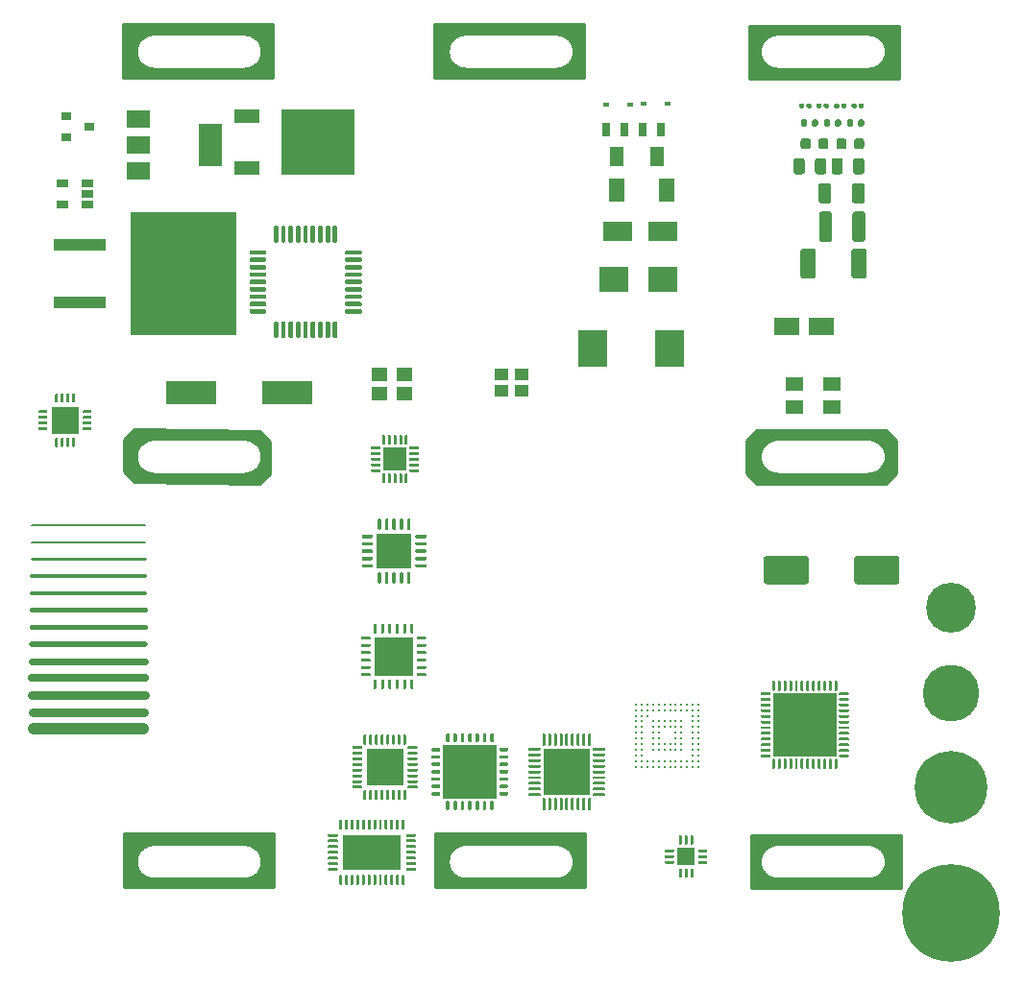
<source format=gbr>
%TF.GenerationSoftware,KiCad,Pcbnew,(5.1.10)-1*%
%TF.CreationDate,2022-01-31T16:37:24-08:00*%
%TF.ProjectId,TMPCB_Footprint-Side,544d5043-425f-4466-9f6f-747072696e74,rev?*%
%TF.SameCoordinates,Original*%
%TF.FileFunction,Copper,L1,Top*%
%TF.FilePolarity,Positive*%
%FSLAX46Y46*%
G04 Gerber Fmt 4.6, Leading zero omitted, Abs format (unit mm)*
G04 Created by KiCad (PCBNEW (5.1.10)-1) date 2022-01-31 16:37:24*
%MOMM*%
%LPD*%
G01*
G04 APERTURE LIST*
%TA.AperFunction,SMDPad,CuDef*%
%ADD10R,2.200000X1.600000*%
%TD*%
%TA.AperFunction,SMDPad,CuDef*%
%ADD11R,0.800000X1.200000*%
%TD*%
%TA.AperFunction,SMDPad,CuDef*%
%ADD12R,0.600000X0.450000*%
%TD*%
%TA.AperFunction,ComponentPad*%
%ADD13C,0.900000*%
%TD*%
%TA.AperFunction,ComponentPad*%
%ADD14C,8.600000*%
%TD*%
%TA.AperFunction,ComponentPad*%
%ADD15C,0.800000*%
%TD*%
%TA.AperFunction,ComponentPad*%
%ADD16C,6.400000*%
%TD*%
%TA.AperFunction,ConnectorPad*%
%ADD17C,5.000000*%
%TD*%
%TA.AperFunction,ComponentPad*%
%ADD18C,2.900000*%
%TD*%
%TA.AperFunction,ComponentPad*%
%ADD19C,4.400000*%
%TD*%
%TA.AperFunction,SMDPad,CuDef*%
%ADD20R,3.100000X3.100000*%
%TD*%
%TA.AperFunction,SMDPad,CuDef*%
%ADD21R,5.600000X5.600000*%
%TD*%
%TA.AperFunction,SMDPad,CuDef*%
%ADD22R,5.150000X3.150000*%
%TD*%
%TA.AperFunction,SMDPad,CuDef*%
%ADD23R,4.100000X4.100000*%
%TD*%
%TA.AperFunction,SMDPad,CuDef*%
%ADD24R,3.300000X3.300000*%
%TD*%
%TA.AperFunction,SMDPad,CuDef*%
%ADD25R,4.800000X4.800000*%
%TD*%
%TA.AperFunction,SMDPad,CuDef*%
%ADD26R,3.400000X3.400000*%
%TD*%
%TA.AperFunction,SMDPad,CuDef*%
%ADD27R,2.000000X2.000000*%
%TD*%
%TA.AperFunction,SMDPad,CuDef*%
%ADD28R,2.450000X2.450000*%
%TD*%
%TA.AperFunction,SMDPad,CuDef*%
%ADD29R,1.650000X1.650000*%
%TD*%
%TA.AperFunction,SMDPad,CuDef*%
%ADD30C,0.250000*%
%TD*%
%TA.AperFunction,SMDPad,CuDef*%
%ADD31R,1.400000X1.200000*%
%TD*%
%TA.AperFunction,SMDPad,CuDef*%
%ADD32R,1.600000X1.300000*%
%TD*%
%TA.AperFunction,SMDPad,CuDef*%
%ADD33R,1.150000X1.000000*%
%TD*%
%TA.AperFunction,SMDPad,CuDef*%
%ADD34R,2.500000X3.300000*%
%TD*%
%TA.AperFunction,SMDPad,CuDef*%
%ADD35R,2.500000X2.300000*%
%TD*%
%TA.AperFunction,SMDPad,CuDef*%
%ADD36R,2.500000X1.800000*%
%TD*%
%TA.AperFunction,SMDPad,CuDef*%
%ADD37R,1.300000X1.700000*%
%TD*%
%TA.AperFunction,SMDPad,CuDef*%
%ADD38R,1.400000X2.100000*%
%TD*%
%TA.AperFunction,SMDPad,CuDef*%
%ADD39R,4.500000X2.000000*%
%TD*%
%TA.AperFunction,SMDPad,CuDef*%
%ADD40R,9.400000X10.800000*%
%TD*%
%TA.AperFunction,SMDPad,CuDef*%
%ADD41R,4.600000X1.100000*%
%TD*%
%TA.AperFunction,SMDPad,CuDef*%
%ADD42R,6.400000X5.800000*%
%TD*%
%TA.AperFunction,SMDPad,CuDef*%
%ADD43R,2.200000X1.200000*%
%TD*%
%TA.AperFunction,SMDPad,CuDef*%
%ADD44R,2.000000X1.500000*%
%TD*%
%TA.AperFunction,SMDPad,CuDef*%
%ADD45R,2.000000X3.800000*%
%TD*%
%TA.AperFunction,SMDPad,CuDef*%
%ADD46R,1.060000X0.650000*%
%TD*%
%TA.AperFunction,SMDPad,CuDef*%
%ADD47R,0.900000X0.800000*%
%TD*%
%TA.AperFunction,Conductor*%
%ADD48C,0.150000*%
%TD*%
%TA.AperFunction,Conductor*%
%ADD49C,0.800000*%
%TD*%
%TA.AperFunction,Conductor*%
%ADD50C,0.762000*%
%TD*%
%TA.AperFunction,Conductor*%
%ADD51C,0.450000*%
%TD*%
%TA.AperFunction,Conductor*%
%ADD52C,0.600000*%
%TD*%
%TA.AperFunction,Conductor*%
%ADD53C,0.254000*%
%TD*%
%TA.AperFunction,Conductor*%
%ADD54C,0.300000*%
%TD*%
%TA.AperFunction,Conductor*%
%ADD55C,0.500000*%
%TD*%
%TA.AperFunction,Conductor*%
%ADD56C,0.200000*%
%TD*%
%TA.AperFunction,Conductor*%
%ADD57C,0.350000*%
%TD*%
%TA.AperFunction,Conductor*%
%ADD58C,1.000000*%
%TD*%
%TA.AperFunction,Conductor*%
%ADD59C,0.700000*%
%TD*%
%TA.AperFunction,Conductor*%
%ADD60C,0.400000*%
%TD*%
%TA.AperFunction,NonConductor*%
%ADD61C,0.254000*%
%TD*%
%TA.AperFunction,NonConductor*%
%ADD62C,0.100000*%
%TD*%
G04 APERTURE END LIST*
%TO.P,CP_Elec_10x10,2*%
%TO.N,N/C*%
%TA.AperFunction,SMDPad,CuDef*%
G36*
G01*
X169894000Y-95996000D02*
X169894000Y-93996000D01*
G75*
G02*
X170144000Y-93746000I250000J0D01*
G01*
X173644000Y-93746000D01*
G75*
G02*
X173894000Y-93996000I0J-250000D01*
G01*
X173894000Y-95996000D01*
G75*
G02*
X173644000Y-96246000I-250000J0D01*
G01*
X170144000Y-96246000D01*
G75*
G02*
X169894000Y-95996000I0J250000D01*
G01*
G37*
%TD.AperFunction*%
%TO.P,CP_Elec_10x10,1*%
%TA.AperFunction,SMDPad,CuDef*%
G36*
G01*
X161894000Y-95996000D02*
X161894000Y-93996000D01*
G75*
G02*
X162144000Y-93746000I250000J0D01*
G01*
X165644000Y-93746000D01*
G75*
G02*
X165894000Y-93996000I0J-250000D01*
G01*
X165894000Y-95996000D01*
G75*
G02*
X165644000Y-96246000I-250000J0D01*
G01*
X162144000Y-96246000D01*
G75*
G02*
X161894000Y-95996000I0J250000D01*
G01*
G37*
%TD.AperFunction*%
%TD*%
D10*
%TO.P,CP_Elec_3x5.3,2*%
%TO.N,N/C*%
X166981000Y-73533000D03*
%TO.P,CP_Elec_3x5.3,1*%
X163981000Y-73533000D03*
%TD*%
D11*
%TO.P,REF\u002A\u002A,1*%
%TO.N,N/C*%
X148044000Y-56134000D03*
%TO.P,REF\u002A\u002A,2*%
X149644000Y-56134000D03*
%TD*%
D12*
%TO.P,REF\u002A\u002A,1*%
%TO.N,N/C*%
X148048000Y-53975000D03*
%TO.P,REF\u002A\u002A,2*%
X150148000Y-53975000D03*
%TD*%
%TO.P,0805_(2012),1*%
%TO.N,N/C*%
%TA.AperFunction,SMDPad,CuDef*%
G36*
G01*
X164539000Y-59860200D02*
X164539000Y-58910200D01*
G75*
G02*
X164789000Y-58660200I250000J0D01*
G01*
X165289000Y-58660200D01*
G75*
G02*
X165539000Y-58910200I0J-250000D01*
G01*
X165539000Y-59860200D01*
G75*
G02*
X165289000Y-60110200I-250000J0D01*
G01*
X164789000Y-60110200D01*
G75*
G02*
X164539000Y-59860200I0J250000D01*
G01*
G37*
%TD.AperFunction*%
%TO.P,0805_(2012),2*%
%TA.AperFunction,SMDPad,CuDef*%
G36*
G01*
X166439000Y-59860200D02*
X166439000Y-58910200D01*
G75*
G02*
X166689000Y-58660200I250000J0D01*
G01*
X167189000Y-58660200D01*
G75*
G02*
X167439000Y-58910200I0J-250000D01*
G01*
X167439000Y-59860200D01*
G75*
G02*
X167189000Y-60110200I-250000J0D01*
G01*
X166689000Y-60110200D01*
G75*
G02*
X166439000Y-59860200I0J250000D01*
G01*
G37*
%TD.AperFunction*%
%TD*%
%TO.P,0201 (0603),1*%
%TO.N,N/C*%
%TA.AperFunction,SMDPad,CuDef*%
G36*
G01*
X166556600Y-54151200D02*
X166556600Y-53951200D01*
G75*
G02*
X166656600Y-53851200I100000J0D01*
G01*
X166916600Y-53851200D01*
G75*
G02*
X167016600Y-53951200I0J-100000D01*
G01*
X167016600Y-54151200D01*
G75*
G02*
X166916600Y-54251200I-100000J0D01*
G01*
X166656600Y-54251200D01*
G75*
G02*
X166556600Y-54151200I0J100000D01*
G01*
G37*
%TD.AperFunction*%
%TO.P,0201 (0603),2*%
%TA.AperFunction,SMDPad,CuDef*%
G36*
G01*
X167196600Y-54151200D02*
X167196600Y-53951200D01*
G75*
G02*
X167296600Y-53851200I100000J0D01*
G01*
X167556600Y-53851200D01*
G75*
G02*
X167656600Y-53951200I0J-100000D01*
G01*
X167656600Y-54151200D01*
G75*
G02*
X167556600Y-54251200I-100000J0D01*
G01*
X167296600Y-54251200D01*
G75*
G02*
X167196600Y-54151200I0J100000D01*
G01*
G37*
%TD.AperFunction*%
%TD*%
%TO.P,0402_(1005),2*%
%TO.N,N/C*%
%TA.AperFunction,SMDPad,CuDef*%
G36*
G01*
X168170200Y-55745200D02*
X168170200Y-55405200D01*
G75*
G02*
X168310200Y-55265200I140000J0D01*
G01*
X168590200Y-55265200D01*
G75*
G02*
X168730200Y-55405200I0J-140000D01*
G01*
X168730200Y-55745200D01*
G75*
G02*
X168590200Y-55885200I-140000J0D01*
G01*
X168310200Y-55885200D01*
G75*
G02*
X168170200Y-55745200I0J140000D01*
G01*
G37*
%TD.AperFunction*%
%TO.P,0402_(1005),1*%
%TA.AperFunction,SMDPad,CuDef*%
G36*
G01*
X167210200Y-55745200D02*
X167210200Y-55405200D01*
G75*
G02*
X167350200Y-55265200I140000J0D01*
G01*
X167630200Y-55265200D01*
G75*
G02*
X167770200Y-55405200I0J-140000D01*
G01*
X167770200Y-55745200D01*
G75*
G02*
X167630200Y-55885200I-140000J0D01*
G01*
X167350200Y-55885200D01*
G75*
G02*
X167210200Y-55745200I0J140000D01*
G01*
G37*
%TD.AperFunction*%
%TD*%
%TO.P,0603_(1608),1*%
%TO.N,N/C*%
%TA.AperFunction,SMDPad,CuDef*%
G36*
G01*
X165170400Y-57654000D02*
X165170400Y-57154000D01*
G75*
G02*
X165395400Y-56929000I225000J0D01*
G01*
X165845400Y-56929000D01*
G75*
G02*
X166070400Y-57154000I0J-225000D01*
G01*
X166070400Y-57654000D01*
G75*
G02*
X165845400Y-57879000I-225000J0D01*
G01*
X165395400Y-57879000D01*
G75*
G02*
X165170400Y-57654000I0J225000D01*
G01*
G37*
%TD.AperFunction*%
%TO.P,0603_(1608),2*%
%TA.AperFunction,SMDPad,CuDef*%
G36*
G01*
X166720400Y-57654000D02*
X166720400Y-57154000D01*
G75*
G02*
X166945400Y-56929000I225000J0D01*
G01*
X167395400Y-56929000D01*
G75*
G02*
X167620400Y-57154000I0J-225000D01*
G01*
X167620400Y-57654000D01*
G75*
G02*
X167395400Y-57879000I-225000J0D01*
G01*
X166945400Y-57879000D01*
G75*
G02*
X166720400Y-57654000I0J225000D01*
G01*
G37*
%TD.AperFunction*%
%TD*%
%TO.P,0402_(1005),1*%
%TO.N,N/C*%
%TA.AperFunction,SMDPad,CuDef*%
G36*
G01*
X165178200Y-55745200D02*
X165178200Y-55405200D01*
G75*
G02*
X165318200Y-55265200I140000J0D01*
G01*
X165598200Y-55265200D01*
G75*
G02*
X165738200Y-55405200I0J-140000D01*
G01*
X165738200Y-55745200D01*
G75*
G02*
X165598200Y-55885200I-140000J0D01*
G01*
X165318200Y-55885200D01*
G75*
G02*
X165178200Y-55745200I0J140000D01*
G01*
G37*
%TD.AperFunction*%
%TO.P,0402_(1005),2*%
%TA.AperFunction,SMDPad,CuDef*%
G36*
G01*
X166138200Y-55745200D02*
X166138200Y-55405200D01*
G75*
G02*
X166278200Y-55265200I140000J0D01*
G01*
X166558200Y-55265200D01*
G75*
G02*
X166698200Y-55405200I0J-140000D01*
G01*
X166698200Y-55745200D01*
G75*
G02*
X166558200Y-55885200I-140000J0D01*
G01*
X166278200Y-55885200D01*
G75*
G02*
X166138200Y-55745200I0J140000D01*
G01*
G37*
%TD.AperFunction*%
%TD*%
%TO.P,0201 (0603),2*%
%TO.N,N/C*%
%TA.AperFunction,SMDPad,CuDef*%
G36*
G01*
X165672600Y-54151200D02*
X165672600Y-53951200D01*
G75*
G02*
X165772600Y-53851200I100000J0D01*
G01*
X166032600Y-53851200D01*
G75*
G02*
X166132600Y-53951200I0J-100000D01*
G01*
X166132600Y-54151200D01*
G75*
G02*
X166032600Y-54251200I-100000J0D01*
G01*
X165772600Y-54251200D01*
G75*
G02*
X165672600Y-54151200I0J100000D01*
G01*
G37*
%TD.AperFunction*%
%TO.P,0201 (0603),1*%
%TA.AperFunction,SMDPad,CuDef*%
G36*
G01*
X165032600Y-54151200D02*
X165032600Y-53951200D01*
G75*
G02*
X165132600Y-53851200I100000J0D01*
G01*
X165392600Y-53851200D01*
G75*
G02*
X165492600Y-53951200I0J-100000D01*
G01*
X165492600Y-54151200D01*
G75*
G02*
X165392600Y-54251200I-100000J0D01*
G01*
X165132600Y-54251200D01*
G75*
G02*
X165032600Y-54151200I0J100000D01*
G01*
G37*
%TD.AperFunction*%
%TD*%
%TO.P,0201 (0603),1*%
%TO.N,N/C*%
%TA.AperFunction,SMDPad,CuDef*%
G36*
G01*
X168120800Y-54151200D02*
X168120800Y-53951200D01*
G75*
G02*
X168220800Y-53851200I100000J0D01*
G01*
X168480800Y-53851200D01*
G75*
G02*
X168580800Y-53951200I0J-100000D01*
G01*
X168580800Y-54151200D01*
G75*
G02*
X168480800Y-54251200I-100000J0D01*
G01*
X168220800Y-54251200D01*
G75*
G02*
X168120800Y-54151200I0J100000D01*
G01*
G37*
%TD.AperFunction*%
%TO.P,0201 (0603),2*%
%TA.AperFunction,SMDPad,CuDef*%
G36*
G01*
X168760800Y-54151200D02*
X168760800Y-53951200D01*
G75*
G02*
X168860800Y-53851200I100000J0D01*
G01*
X169120800Y-53851200D01*
G75*
G02*
X169220800Y-53951200I0J-100000D01*
G01*
X169220800Y-54151200D01*
G75*
G02*
X169120800Y-54251200I-100000J0D01*
G01*
X168860800Y-54251200D01*
G75*
G02*
X168760800Y-54151200I0J100000D01*
G01*
G37*
%TD.AperFunction*%
%TD*%
D13*
%TO.P,M4,1*%
%TO.N,N/C*%
X180740819Y-122941581D03*
X178460400Y-121997000D03*
X176179981Y-122941581D03*
X175235400Y-125222000D03*
X176179981Y-127502419D03*
X178460400Y-128447000D03*
X180740819Y-127502419D03*
X181685400Y-125222000D03*
D14*
X178460400Y-125222000D03*
%TD*%
D15*
%TO.P,M3,1*%
%TO.N,N/C*%
X180157456Y-112450544D03*
X178460400Y-111747600D03*
X176763344Y-112450544D03*
X176060400Y-114147600D03*
X176763344Y-115844656D03*
X178460400Y-116547600D03*
X180157456Y-115844656D03*
X180860400Y-114147600D03*
D16*
X178460400Y-114147600D03*
%TD*%
D17*
%TO.P,M2.5,1*%
%TO.N,N/C*%
X178460400Y-105816400D03*
D18*
X178460400Y-105816400D03*
%TD*%
D19*
%TO.P,M2,1*%
%TO.N,N/C*%
X178460400Y-98298000D03*
%TD*%
D20*
%TO.P,TQFN-20,21*%
%TO.N,N/C*%
X129336500Y-93330000D03*
%TO.P,TQFN-20,20*%
%TA.AperFunction,SMDPad,CuDef*%
G36*
G01*
X127886500Y-91380000D02*
X127886500Y-90555000D01*
G75*
G02*
X127961500Y-90480000I75000J0D01*
G01*
X128111500Y-90480000D01*
G75*
G02*
X128186500Y-90555000I0J-75000D01*
G01*
X128186500Y-91380000D01*
G75*
G02*
X128111500Y-91455000I-75000J0D01*
G01*
X127961500Y-91455000D01*
G75*
G02*
X127886500Y-91380000I0J75000D01*
G01*
G37*
%TD.AperFunction*%
%TO.P,TQFN-20,19*%
%TA.AperFunction,SMDPad,CuDef*%
G36*
G01*
X128536500Y-91380000D02*
X128536500Y-90555000D01*
G75*
G02*
X128611500Y-90480000I75000J0D01*
G01*
X128761500Y-90480000D01*
G75*
G02*
X128836500Y-90555000I0J-75000D01*
G01*
X128836500Y-91380000D01*
G75*
G02*
X128761500Y-91455000I-75000J0D01*
G01*
X128611500Y-91455000D01*
G75*
G02*
X128536500Y-91380000I0J75000D01*
G01*
G37*
%TD.AperFunction*%
%TO.P,TQFN-20,18*%
%TA.AperFunction,SMDPad,CuDef*%
G36*
G01*
X129186500Y-91380000D02*
X129186500Y-90555000D01*
G75*
G02*
X129261500Y-90480000I75000J0D01*
G01*
X129411500Y-90480000D01*
G75*
G02*
X129486500Y-90555000I0J-75000D01*
G01*
X129486500Y-91380000D01*
G75*
G02*
X129411500Y-91455000I-75000J0D01*
G01*
X129261500Y-91455000D01*
G75*
G02*
X129186500Y-91380000I0J75000D01*
G01*
G37*
%TD.AperFunction*%
%TO.P,TQFN-20,17*%
%TA.AperFunction,SMDPad,CuDef*%
G36*
G01*
X129836500Y-91380000D02*
X129836500Y-90555000D01*
G75*
G02*
X129911500Y-90480000I75000J0D01*
G01*
X130061500Y-90480000D01*
G75*
G02*
X130136500Y-90555000I0J-75000D01*
G01*
X130136500Y-91380000D01*
G75*
G02*
X130061500Y-91455000I-75000J0D01*
G01*
X129911500Y-91455000D01*
G75*
G02*
X129836500Y-91380000I0J75000D01*
G01*
G37*
%TD.AperFunction*%
%TO.P,TQFN-20,16*%
%TA.AperFunction,SMDPad,CuDef*%
G36*
G01*
X130486500Y-91380000D02*
X130486500Y-90555000D01*
G75*
G02*
X130561500Y-90480000I75000J0D01*
G01*
X130711500Y-90480000D01*
G75*
G02*
X130786500Y-90555000I0J-75000D01*
G01*
X130786500Y-91380000D01*
G75*
G02*
X130711500Y-91455000I-75000J0D01*
G01*
X130561500Y-91455000D01*
G75*
G02*
X130486500Y-91380000I0J75000D01*
G01*
G37*
%TD.AperFunction*%
%TO.P,TQFN-20,15*%
%TA.AperFunction,SMDPad,CuDef*%
G36*
G01*
X131211500Y-92105000D02*
X131211500Y-91955000D01*
G75*
G02*
X131286500Y-91880000I75000J0D01*
G01*
X132111500Y-91880000D01*
G75*
G02*
X132186500Y-91955000I0J-75000D01*
G01*
X132186500Y-92105000D01*
G75*
G02*
X132111500Y-92180000I-75000J0D01*
G01*
X131286500Y-92180000D01*
G75*
G02*
X131211500Y-92105000I0J75000D01*
G01*
G37*
%TD.AperFunction*%
%TO.P,TQFN-20,14*%
%TA.AperFunction,SMDPad,CuDef*%
G36*
G01*
X131211500Y-92755000D02*
X131211500Y-92605000D01*
G75*
G02*
X131286500Y-92530000I75000J0D01*
G01*
X132111500Y-92530000D01*
G75*
G02*
X132186500Y-92605000I0J-75000D01*
G01*
X132186500Y-92755000D01*
G75*
G02*
X132111500Y-92830000I-75000J0D01*
G01*
X131286500Y-92830000D01*
G75*
G02*
X131211500Y-92755000I0J75000D01*
G01*
G37*
%TD.AperFunction*%
%TO.P,TQFN-20,13*%
%TA.AperFunction,SMDPad,CuDef*%
G36*
G01*
X131211500Y-93405000D02*
X131211500Y-93255000D01*
G75*
G02*
X131286500Y-93180000I75000J0D01*
G01*
X132111500Y-93180000D01*
G75*
G02*
X132186500Y-93255000I0J-75000D01*
G01*
X132186500Y-93405000D01*
G75*
G02*
X132111500Y-93480000I-75000J0D01*
G01*
X131286500Y-93480000D01*
G75*
G02*
X131211500Y-93405000I0J75000D01*
G01*
G37*
%TD.AperFunction*%
%TO.P,TQFN-20,12*%
%TA.AperFunction,SMDPad,CuDef*%
G36*
G01*
X131211500Y-94055000D02*
X131211500Y-93905000D01*
G75*
G02*
X131286500Y-93830000I75000J0D01*
G01*
X132111500Y-93830000D01*
G75*
G02*
X132186500Y-93905000I0J-75000D01*
G01*
X132186500Y-94055000D01*
G75*
G02*
X132111500Y-94130000I-75000J0D01*
G01*
X131286500Y-94130000D01*
G75*
G02*
X131211500Y-94055000I0J75000D01*
G01*
G37*
%TD.AperFunction*%
%TO.P,TQFN-20,11*%
%TA.AperFunction,SMDPad,CuDef*%
G36*
G01*
X131211500Y-94705000D02*
X131211500Y-94555000D01*
G75*
G02*
X131286500Y-94480000I75000J0D01*
G01*
X132111500Y-94480000D01*
G75*
G02*
X132186500Y-94555000I0J-75000D01*
G01*
X132186500Y-94705000D01*
G75*
G02*
X132111500Y-94780000I-75000J0D01*
G01*
X131286500Y-94780000D01*
G75*
G02*
X131211500Y-94705000I0J75000D01*
G01*
G37*
%TD.AperFunction*%
%TO.P,TQFN-20,10*%
%TA.AperFunction,SMDPad,CuDef*%
G36*
G01*
X130486500Y-96105000D02*
X130486500Y-95280000D01*
G75*
G02*
X130561500Y-95205000I75000J0D01*
G01*
X130711500Y-95205000D01*
G75*
G02*
X130786500Y-95280000I0J-75000D01*
G01*
X130786500Y-96105000D01*
G75*
G02*
X130711500Y-96180000I-75000J0D01*
G01*
X130561500Y-96180000D01*
G75*
G02*
X130486500Y-96105000I0J75000D01*
G01*
G37*
%TD.AperFunction*%
%TO.P,TQFN-20,9*%
%TA.AperFunction,SMDPad,CuDef*%
G36*
G01*
X129836500Y-96105000D02*
X129836500Y-95280000D01*
G75*
G02*
X129911500Y-95205000I75000J0D01*
G01*
X130061500Y-95205000D01*
G75*
G02*
X130136500Y-95280000I0J-75000D01*
G01*
X130136500Y-96105000D01*
G75*
G02*
X130061500Y-96180000I-75000J0D01*
G01*
X129911500Y-96180000D01*
G75*
G02*
X129836500Y-96105000I0J75000D01*
G01*
G37*
%TD.AperFunction*%
%TO.P,TQFN-20,8*%
%TA.AperFunction,SMDPad,CuDef*%
G36*
G01*
X129186500Y-96105000D02*
X129186500Y-95280000D01*
G75*
G02*
X129261500Y-95205000I75000J0D01*
G01*
X129411500Y-95205000D01*
G75*
G02*
X129486500Y-95280000I0J-75000D01*
G01*
X129486500Y-96105000D01*
G75*
G02*
X129411500Y-96180000I-75000J0D01*
G01*
X129261500Y-96180000D01*
G75*
G02*
X129186500Y-96105000I0J75000D01*
G01*
G37*
%TD.AperFunction*%
%TO.P,TQFN-20,7*%
%TA.AperFunction,SMDPad,CuDef*%
G36*
G01*
X128536500Y-96105000D02*
X128536500Y-95280000D01*
G75*
G02*
X128611500Y-95205000I75000J0D01*
G01*
X128761500Y-95205000D01*
G75*
G02*
X128836500Y-95280000I0J-75000D01*
G01*
X128836500Y-96105000D01*
G75*
G02*
X128761500Y-96180000I-75000J0D01*
G01*
X128611500Y-96180000D01*
G75*
G02*
X128536500Y-96105000I0J75000D01*
G01*
G37*
%TD.AperFunction*%
%TO.P,TQFN-20,6*%
%TA.AperFunction,SMDPad,CuDef*%
G36*
G01*
X127886500Y-96105000D02*
X127886500Y-95280000D01*
G75*
G02*
X127961500Y-95205000I75000J0D01*
G01*
X128111500Y-95205000D01*
G75*
G02*
X128186500Y-95280000I0J-75000D01*
G01*
X128186500Y-96105000D01*
G75*
G02*
X128111500Y-96180000I-75000J0D01*
G01*
X127961500Y-96180000D01*
G75*
G02*
X127886500Y-96105000I0J75000D01*
G01*
G37*
%TD.AperFunction*%
%TO.P,TQFN-20,5*%
%TA.AperFunction,SMDPad,CuDef*%
G36*
G01*
X126486500Y-94705000D02*
X126486500Y-94555000D01*
G75*
G02*
X126561500Y-94480000I75000J0D01*
G01*
X127386500Y-94480000D01*
G75*
G02*
X127461500Y-94555000I0J-75000D01*
G01*
X127461500Y-94705000D01*
G75*
G02*
X127386500Y-94780000I-75000J0D01*
G01*
X126561500Y-94780000D01*
G75*
G02*
X126486500Y-94705000I0J75000D01*
G01*
G37*
%TD.AperFunction*%
%TO.P,TQFN-20,4*%
%TA.AperFunction,SMDPad,CuDef*%
G36*
G01*
X126486500Y-94055000D02*
X126486500Y-93905000D01*
G75*
G02*
X126561500Y-93830000I75000J0D01*
G01*
X127386500Y-93830000D01*
G75*
G02*
X127461500Y-93905000I0J-75000D01*
G01*
X127461500Y-94055000D01*
G75*
G02*
X127386500Y-94130000I-75000J0D01*
G01*
X126561500Y-94130000D01*
G75*
G02*
X126486500Y-94055000I0J75000D01*
G01*
G37*
%TD.AperFunction*%
%TO.P,TQFN-20,3*%
%TA.AperFunction,SMDPad,CuDef*%
G36*
G01*
X126486500Y-93405000D02*
X126486500Y-93255000D01*
G75*
G02*
X126561500Y-93180000I75000J0D01*
G01*
X127386500Y-93180000D01*
G75*
G02*
X127461500Y-93255000I0J-75000D01*
G01*
X127461500Y-93405000D01*
G75*
G02*
X127386500Y-93480000I-75000J0D01*
G01*
X126561500Y-93480000D01*
G75*
G02*
X126486500Y-93405000I0J75000D01*
G01*
G37*
%TD.AperFunction*%
%TO.P,TQFN-20,2*%
%TA.AperFunction,SMDPad,CuDef*%
G36*
G01*
X126486500Y-92755000D02*
X126486500Y-92605000D01*
G75*
G02*
X126561500Y-92530000I75000J0D01*
G01*
X127386500Y-92530000D01*
G75*
G02*
X127461500Y-92605000I0J-75000D01*
G01*
X127461500Y-92755000D01*
G75*
G02*
X127386500Y-92830000I-75000J0D01*
G01*
X126561500Y-92830000D01*
G75*
G02*
X126486500Y-92755000I0J75000D01*
G01*
G37*
%TD.AperFunction*%
%TO.P,TQFN-20,1*%
%TA.AperFunction,SMDPad,CuDef*%
G36*
G01*
X126486500Y-92105000D02*
X126486500Y-91955000D01*
G75*
G02*
X126561500Y-91880000I75000J0D01*
G01*
X127386500Y-91880000D01*
G75*
G02*
X127461500Y-91955000I0J-75000D01*
G01*
X127461500Y-92105000D01*
G75*
G02*
X127386500Y-92180000I-75000J0D01*
G01*
X126561500Y-92180000D01*
G75*
G02*
X126486500Y-92105000I0J75000D01*
G01*
G37*
%TD.AperFunction*%
%TD*%
D21*
%TO.P,QFN-48,49*%
%TO.N,N/C*%
X165543000Y-108653000D03*
%TO.P,QFN-48,48*%
%TA.AperFunction,SMDPad,CuDef*%
G36*
G01*
X162668000Y-105590500D02*
X162668000Y-104840500D01*
G75*
G02*
X162730500Y-104778000I62500J0D01*
G01*
X162855500Y-104778000D01*
G75*
G02*
X162918000Y-104840500I0J-62500D01*
G01*
X162918000Y-105590500D01*
G75*
G02*
X162855500Y-105653000I-62500J0D01*
G01*
X162730500Y-105653000D01*
G75*
G02*
X162668000Y-105590500I0J62500D01*
G01*
G37*
%TD.AperFunction*%
%TO.P,QFN-48,47*%
%TA.AperFunction,SMDPad,CuDef*%
G36*
G01*
X163168000Y-105590500D02*
X163168000Y-104840500D01*
G75*
G02*
X163230500Y-104778000I62500J0D01*
G01*
X163355500Y-104778000D01*
G75*
G02*
X163418000Y-104840500I0J-62500D01*
G01*
X163418000Y-105590500D01*
G75*
G02*
X163355500Y-105653000I-62500J0D01*
G01*
X163230500Y-105653000D01*
G75*
G02*
X163168000Y-105590500I0J62500D01*
G01*
G37*
%TD.AperFunction*%
%TO.P,QFN-48,46*%
%TA.AperFunction,SMDPad,CuDef*%
G36*
G01*
X163668000Y-105590500D02*
X163668000Y-104840500D01*
G75*
G02*
X163730500Y-104778000I62500J0D01*
G01*
X163855500Y-104778000D01*
G75*
G02*
X163918000Y-104840500I0J-62500D01*
G01*
X163918000Y-105590500D01*
G75*
G02*
X163855500Y-105653000I-62500J0D01*
G01*
X163730500Y-105653000D01*
G75*
G02*
X163668000Y-105590500I0J62500D01*
G01*
G37*
%TD.AperFunction*%
%TO.P,QFN-48,45*%
%TA.AperFunction,SMDPad,CuDef*%
G36*
G01*
X164168000Y-105590500D02*
X164168000Y-104840500D01*
G75*
G02*
X164230500Y-104778000I62500J0D01*
G01*
X164355500Y-104778000D01*
G75*
G02*
X164418000Y-104840500I0J-62500D01*
G01*
X164418000Y-105590500D01*
G75*
G02*
X164355500Y-105653000I-62500J0D01*
G01*
X164230500Y-105653000D01*
G75*
G02*
X164168000Y-105590500I0J62500D01*
G01*
G37*
%TD.AperFunction*%
%TO.P,QFN-48,44*%
%TA.AperFunction,SMDPad,CuDef*%
G36*
G01*
X164668000Y-105590500D02*
X164668000Y-104840500D01*
G75*
G02*
X164730500Y-104778000I62500J0D01*
G01*
X164855500Y-104778000D01*
G75*
G02*
X164918000Y-104840500I0J-62500D01*
G01*
X164918000Y-105590500D01*
G75*
G02*
X164855500Y-105653000I-62500J0D01*
G01*
X164730500Y-105653000D01*
G75*
G02*
X164668000Y-105590500I0J62500D01*
G01*
G37*
%TD.AperFunction*%
%TO.P,QFN-48,43*%
%TA.AperFunction,SMDPad,CuDef*%
G36*
G01*
X165168000Y-105590500D02*
X165168000Y-104840500D01*
G75*
G02*
X165230500Y-104778000I62500J0D01*
G01*
X165355500Y-104778000D01*
G75*
G02*
X165418000Y-104840500I0J-62500D01*
G01*
X165418000Y-105590500D01*
G75*
G02*
X165355500Y-105653000I-62500J0D01*
G01*
X165230500Y-105653000D01*
G75*
G02*
X165168000Y-105590500I0J62500D01*
G01*
G37*
%TD.AperFunction*%
%TO.P,QFN-48,42*%
%TA.AperFunction,SMDPad,CuDef*%
G36*
G01*
X165668000Y-105590500D02*
X165668000Y-104840500D01*
G75*
G02*
X165730500Y-104778000I62500J0D01*
G01*
X165855500Y-104778000D01*
G75*
G02*
X165918000Y-104840500I0J-62500D01*
G01*
X165918000Y-105590500D01*
G75*
G02*
X165855500Y-105653000I-62500J0D01*
G01*
X165730500Y-105653000D01*
G75*
G02*
X165668000Y-105590500I0J62500D01*
G01*
G37*
%TD.AperFunction*%
%TO.P,QFN-48,41*%
%TA.AperFunction,SMDPad,CuDef*%
G36*
G01*
X166168000Y-105590500D02*
X166168000Y-104840500D01*
G75*
G02*
X166230500Y-104778000I62500J0D01*
G01*
X166355500Y-104778000D01*
G75*
G02*
X166418000Y-104840500I0J-62500D01*
G01*
X166418000Y-105590500D01*
G75*
G02*
X166355500Y-105653000I-62500J0D01*
G01*
X166230500Y-105653000D01*
G75*
G02*
X166168000Y-105590500I0J62500D01*
G01*
G37*
%TD.AperFunction*%
%TO.P,QFN-48,40*%
%TA.AperFunction,SMDPad,CuDef*%
G36*
G01*
X166668000Y-105590500D02*
X166668000Y-104840500D01*
G75*
G02*
X166730500Y-104778000I62500J0D01*
G01*
X166855500Y-104778000D01*
G75*
G02*
X166918000Y-104840500I0J-62500D01*
G01*
X166918000Y-105590500D01*
G75*
G02*
X166855500Y-105653000I-62500J0D01*
G01*
X166730500Y-105653000D01*
G75*
G02*
X166668000Y-105590500I0J62500D01*
G01*
G37*
%TD.AperFunction*%
%TO.P,QFN-48,39*%
%TA.AperFunction,SMDPad,CuDef*%
G36*
G01*
X167168000Y-105590500D02*
X167168000Y-104840500D01*
G75*
G02*
X167230500Y-104778000I62500J0D01*
G01*
X167355500Y-104778000D01*
G75*
G02*
X167418000Y-104840500I0J-62500D01*
G01*
X167418000Y-105590500D01*
G75*
G02*
X167355500Y-105653000I-62500J0D01*
G01*
X167230500Y-105653000D01*
G75*
G02*
X167168000Y-105590500I0J62500D01*
G01*
G37*
%TD.AperFunction*%
%TO.P,QFN-48,38*%
%TA.AperFunction,SMDPad,CuDef*%
G36*
G01*
X167668000Y-105590500D02*
X167668000Y-104840500D01*
G75*
G02*
X167730500Y-104778000I62500J0D01*
G01*
X167855500Y-104778000D01*
G75*
G02*
X167918000Y-104840500I0J-62500D01*
G01*
X167918000Y-105590500D01*
G75*
G02*
X167855500Y-105653000I-62500J0D01*
G01*
X167730500Y-105653000D01*
G75*
G02*
X167668000Y-105590500I0J62500D01*
G01*
G37*
%TD.AperFunction*%
%TO.P,QFN-48,37*%
%TA.AperFunction,SMDPad,CuDef*%
G36*
G01*
X168168000Y-105590500D02*
X168168000Y-104840500D01*
G75*
G02*
X168230500Y-104778000I62500J0D01*
G01*
X168355500Y-104778000D01*
G75*
G02*
X168418000Y-104840500I0J-62500D01*
G01*
X168418000Y-105590500D01*
G75*
G02*
X168355500Y-105653000I-62500J0D01*
G01*
X168230500Y-105653000D01*
G75*
G02*
X168168000Y-105590500I0J62500D01*
G01*
G37*
%TD.AperFunction*%
%TO.P,QFN-48,36*%
%TA.AperFunction,SMDPad,CuDef*%
G36*
G01*
X168543000Y-105965500D02*
X168543000Y-105840500D01*
G75*
G02*
X168605500Y-105778000I62500J0D01*
G01*
X169355500Y-105778000D01*
G75*
G02*
X169418000Y-105840500I0J-62500D01*
G01*
X169418000Y-105965500D01*
G75*
G02*
X169355500Y-106028000I-62500J0D01*
G01*
X168605500Y-106028000D01*
G75*
G02*
X168543000Y-105965500I0J62500D01*
G01*
G37*
%TD.AperFunction*%
%TO.P,QFN-48,35*%
%TA.AperFunction,SMDPad,CuDef*%
G36*
G01*
X168543000Y-106465500D02*
X168543000Y-106340500D01*
G75*
G02*
X168605500Y-106278000I62500J0D01*
G01*
X169355500Y-106278000D01*
G75*
G02*
X169418000Y-106340500I0J-62500D01*
G01*
X169418000Y-106465500D01*
G75*
G02*
X169355500Y-106528000I-62500J0D01*
G01*
X168605500Y-106528000D01*
G75*
G02*
X168543000Y-106465500I0J62500D01*
G01*
G37*
%TD.AperFunction*%
%TO.P,QFN-48,34*%
%TA.AperFunction,SMDPad,CuDef*%
G36*
G01*
X168543000Y-106965500D02*
X168543000Y-106840500D01*
G75*
G02*
X168605500Y-106778000I62500J0D01*
G01*
X169355500Y-106778000D01*
G75*
G02*
X169418000Y-106840500I0J-62500D01*
G01*
X169418000Y-106965500D01*
G75*
G02*
X169355500Y-107028000I-62500J0D01*
G01*
X168605500Y-107028000D01*
G75*
G02*
X168543000Y-106965500I0J62500D01*
G01*
G37*
%TD.AperFunction*%
%TO.P,QFN-48,33*%
%TA.AperFunction,SMDPad,CuDef*%
G36*
G01*
X168543000Y-107465500D02*
X168543000Y-107340500D01*
G75*
G02*
X168605500Y-107278000I62500J0D01*
G01*
X169355500Y-107278000D01*
G75*
G02*
X169418000Y-107340500I0J-62500D01*
G01*
X169418000Y-107465500D01*
G75*
G02*
X169355500Y-107528000I-62500J0D01*
G01*
X168605500Y-107528000D01*
G75*
G02*
X168543000Y-107465500I0J62500D01*
G01*
G37*
%TD.AperFunction*%
%TO.P,QFN-48,32*%
%TA.AperFunction,SMDPad,CuDef*%
G36*
G01*
X168543000Y-107965500D02*
X168543000Y-107840500D01*
G75*
G02*
X168605500Y-107778000I62500J0D01*
G01*
X169355500Y-107778000D01*
G75*
G02*
X169418000Y-107840500I0J-62500D01*
G01*
X169418000Y-107965500D01*
G75*
G02*
X169355500Y-108028000I-62500J0D01*
G01*
X168605500Y-108028000D01*
G75*
G02*
X168543000Y-107965500I0J62500D01*
G01*
G37*
%TD.AperFunction*%
%TO.P,QFN-48,31*%
%TA.AperFunction,SMDPad,CuDef*%
G36*
G01*
X168543000Y-108465500D02*
X168543000Y-108340500D01*
G75*
G02*
X168605500Y-108278000I62500J0D01*
G01*
X169355500Y-108278000D01*
G75*
G02*
X169418000Y-108340500I0J-62500D01*
G01*
X169418000Y-108465500D01*
G75*
G02*
X169355500Y-108528000I-62500J0D01*
G01*
X168605500Y-108528000D01*
G75*
G02*
X168543000Y-108465500I0J62500D01*
G01*
G37*
%TD.AperFunction*%
%TO.P,QFN-48,30*%
%TA.AperFunction,SMDPad,CuDef*%
G36*
G01*
X168543000Y-108965500D02*
X168543000Y-108840500D01*
G75*
G02*
X168605500Y-108778000I62500J0D01*
G01*
X169355500Y-108778000D01*
G75*
G02*
X169418000Y-108840500I0J-62500D01*
G01*
X169418000Y-108965500D01*
G75*
G02*
X169355500Y-109028000I-62500J0D01*
G01*
X168605500Y-109028000D01*
G75*
G02*
X168543000Y-108965500I0J62500D01*
G01*
G37*
%TD.AperFunction*%
%TO.P,QFN-48,29*%
%TA.AperFunction,SMDPad,CuDef*%
G36*
G01*
X168543000Y-109465500D02*
X168543000Y-109340500D01*
G75*
G02*
X168605500Y-109278000I62500J0D01*
G01*
X169355500Y-109278000D01*
G75*
G02*
X169418000Y-109340500I0J-62500D01*
G01*
X169418000Y-109465500D01*
G75*
G02*
X169355500Y-109528000I-62500J0D01*
G01*
X168605500Y-109528000D01*
G75*
G02*
X168543000Y-109465500I0J62500D01*
G01*
G37*
%TD.AperFunction*%
%TO.P,QFN-48,28*%
%TA.AperFunction,SMDPad,CuDef*%
G36*
G01*
X168543000Y-109965500D02*
X168543000Y-109840500D01*
G75*
G02*
X168605500Y-109778000I62500J0D01*
G01*
X169355500Y-109778000D01*
G75*
G02*
X169418000Y-109840500I0J-62500D01*
G01*
X169418000Y-109965500D01*
G75*
G02*
X169355500Y-110028000I-62500J0D01*
G01*
X168605500Y-110028000D01*
G75*
G02*
X168543000Y-109965500I0J62500D01*
G01*
G37*
%TD.AperFunction*%
%TO.P,QFN-48,27*%
%TA.AperFunction,SMDPad,CuDef*%
G36*
G01*
X168543000Y-110465500D02*
X168543000Y-110340500D01*
G75*
G02*
X168605500Y-110278000I62500J0D01*
G01*
X169355500Y-110278000D01*
G75*
G02*
X169418000Y-110340500I0J-62500D01*
G01*
X169418000Y-110465500D01*
G75*
G02*
X169355500Y-110528000I-62500J0D01*
G01*
X168605500Y-110528000D01*
G75*
G02*
X168543000Y-110465500I0J62500D01*
G01*
G37*
%TD.AperFunction*%
%TO.P,QFN-48,26*%
%TA.AperFunction,SMDPad,CuDef*%
G36*
G01*
X168543000Y-110965500D02*
X168543000Y-110840500D01*
G75*
G02*
X168605500Y-110778000I62500J0D01*
G01*
X169355500Y-110778000D01*
G75*
G02*
X169418000Y-110840500I0J-62500D01*
G01*
X169418000Y-110965500D01*
G75*
G02*
X169355500Y-111028000I-62500J0D01*
G01*
X168605500Y-111028000D01*
G75*
G02*
X168543000Y-110965500I0J62500D01*
G01*
G37*
%TD.AperFunction*%
%TO.P,QFN-48,25*%
%TA.AperFunction,SMDPad,CuDef*%
G36*
G01*
X168543000Y-111465500D02*
X168543000Y-111340500D01*
G75*
G02*
X168605500Y-111278000I62500J0D01*
G01*
X169355500Y-111278000D01*
G75*
G02*
X169418000Y-111340500I0J-62500D01*
G01*
X169418000Y-111465500D01*
G75*
G02*
X169355500Y-111528000I-62500J0D01*
G01*
X168605500Y-111528000D01*
G75*
G02*
X168543000Y-111465500I0J62500D01*
G01*
G37*
%TD.AperFunction*%
%TO.P,QFN-48,24*%
%TA.AperFunction,SMDPad,CuDef*%
G36*
G01*
X168168000Y-112465500D02*
X168168000Y-111715500D01*
G75*
G02*
X168230500Y-111653000I62500J0D01*
G01*
X168355500Y-111653000D01*
G75*
G02*
X168418000Y-111715500I0J-62500D01*
G01*
X168418000Y-112465500D01*
G75*
G02*
X168355500Y-112528000I-62500J0D01*
G01*
X168230500Y-112528000D01*
G75*
G02*
X168168000Y-112465500I0J62500D01*
G01*
G37*
%TD.AperFunction*%
%TO.P,QFN-48,23*%
%TA.AperFunction,SMDPad,CuDef*%
G36*
G01*
X167668000Y-112465500D02*
X167668000Y-111715500D01*
G75*
G02*
X167730500Y-111653000I62500J0D01*
G01*
X167855500Y-111653000D01*
G75*
G02*
X167918000Y-111715500I0J-62500D01*
G01*
X167918000Y-112465500D01*
G75*
G02*
X167855500Y-112528000I-62500J0D01*
G01*
X167730500Y-112528000D01*
G75*
G02*
X167668000Y-112465500I0J62500D01*
G01*
G37*
%TD.AperFunction*%
%TO.P,QFN-48,22*%
%TA.AperFunction,SMDPad,CuDef*%
G36*
G01*
X167168000Y-112465500D02*
X167168000Y-111715500D01*
G75*
G02*
X167230500Y-111653000I62500J0D01*
G01*
X167355500Y-111653000D01*
G75*
G02*
X167418000Y-111715500I0J-62500D01*
G01*
X167418000Y-112465500D01*
G75*
G02*
X167355500Y-112528000I-62500J0D01*
G01*
X167230500Y-112528000D01*
G75*
G02*
X167168000Y-112465500I0J62500D01*
G01*
G37*
%TD.AperFunction*%
%TO.P,QFN-48,21*%
%TA.AperFunction,SMDPad,CuDef*%
G36*
G01*
X166668000Y-112465500D02*
X166668000Y-111715500D01*
G75*
G02*
X166730500Y-111653000I62500J0D01*
G01*
X166855500Y-111653000D01*
G75*
G02*
X166918000Y-111715500I0J-62500D01*
G01*
X166918000Y-112465500D01*
G75*
G02*
X166855500Y-112528000I-62500J0D01*
G01*
X166730500Y-112528000D01*
G75*
G02*
X166668000Y-112465500I0J62500D01*
G01*
G37*
%TD.AperFunction*%
%TO.P,QFN-48,20*%
%TA.AperFunction,SMDPad,CuDef*%
G36*
G01*
X166168000Y-112465500D02*
X166168000Y-111715500D01*
G75*
G02*
X166230500Y-111653000I62500J0D01*
G01*
X166355500Y-111653000D01*
G75*
G02*
X166418000Y-111715500I0J-62500D01*
G01*
X166418000Y-112465500D01*
G75*
G02*
X166355500Y-112528000I-62500J0D01*
G01*
X166230500Y-112528000D01*
G75*
G02*
X166168000Y-112465500I0J62500D01*
G01*
G37*
%TD.AperFunction*%
%TO.P,QFN-48,19*%
%TA.AperFunction,SMDPad,CuDef*%
G36*
G01*
X165668000Y-112465500D02*
X165668000Y-111715500D01*
G75*
G02*
X165730500Y-111653000I62500J0D01*
G01*
X165855500Y-111653000D01*
G75*
G02*
X165918000Y-111715500I0J-62500D01*
G01*
X165918000Y-112465500D01*
G75*
G02*
X165855500Y-112528000I-62500J0D01*
G01*
X165730500Y-112528000D01*
G75*
G02*
X165668000Y-112465500I0J62500D01*
G01*
G37*
%TD.AperFunction*%
%TO.P,QFN-48,18*%
%TA.AperFunction,SMDPad,CuDef*%
G36*
G01*
X165168000Y-112465500D02*
X165168000Y-111715500D01*
G75*
G02*
X165230500Y-111653000I62500J0D01*
G01*
X165355500Y-111653000D01*
G75*
G02*
X165418000Y-111715500I0J-62500D01*
G01*
X165418000Y-112465500D01*
G75*
G02*
X165355500Y-112528000I-62500J0D01*
G01*
X165230500Y-112528000D01*
G75*
G02*
X165168000Y-112465500I0J62500D01*
G01*
G37*
%TD.AperFunction*%
%TO.P,QFN-48,17*%
%TA.AperFunction,SMDPad,CuDef*%
G36*
G01*
X164668000Y-112465500D02*
X164668000Y-111715500D01*
G75*
G02*
X164730500Y-111653000I62500J0D01*
G01*
X164855500Y-111653000D01*
G75*
G02*
X164918000Y-111715500I0J-62500D01*
G01*
X164918000Y-112465500D01*
G75*
G02*
X164855500Y-112528000I-62500J0D01*
G01*
X164730500Y-112528000D01*
G75*
G02*
X164668000Y-112465500I0J62500D01*
G01*
G37*
%TD.AperFunction*%
%TO.P,QFN-48,16*%
%TA.AperFunction,SMDPad,CuDef*%
G36*
G01*
X164168000Y-112465500D02*
X164168000Y-111715500D01*
G75*
G02*
X164230500Y-111653000I62500J0D01*
G01*
X164355500Y-111653000D01*
G75*
G02*
X164418000Y-111715500I0J-62500D01*
G01*
X164418000Y-112465500D01*
G75*
G02*
X164355500Y-112528000I-62500J0D01*
G01*
X164230500Y-112528000D01*
G75*
G02*
X164168000Y-112465500I0J62500D01*
G01*
G37*
%TD.AperFunction*%
%TO.P,QFN-48,15*%
%TA.AperFunction,SMDPad,CuDef*%
G36*
G01*
X163668000Y-112465500D02*
X163668000Y-111715500D01*
G75*
G02*
X163730500Y-111653000I62500J0D01*
G01*
X163855500Y-111653000D01*
G75*
G02*
X163918000Y-111715500I0J-62500D01*
G01*
X163918000Y-112465500D01*
G75*
G02*
X163855500Y-112528000I-62500J0D01*
G01*
X163730500Y-112528000D01*
G75*
G02*
X163668000Y-112465500I0J62500D01*
G01*
G37*
%TD.AperFunction*%
%TO.P,QFN-48,14*%
%TA.AperFunction,SMDPad,CuDef*%
G36*
G01*
X163168000Y-112465500D02*
X163168000Y-111715500D01*
G75*
G02*
X163230500Y-111653000I62500J0D01*
G01*
X163355500Y-111653000D01*
G75*
G02*
X163418000Y-111715500I0J-62500D01*
G01*
X163418000Y-112465500D01*
G75*
G02*
X163355500Y-112528000I-62500J0D01*
G01*
X163230500Y-112528000D01*
G75*
G02*
X163168000Y-112465500I0J62500D01*
G01*
G37*
%TD.AperFunction*%
%TO.P,QFN-48,13*%
%TA.AperFunction,SMDPad,CuDef*%
G36*
G01*
X162668000Y-112465500D02*
X162668000Y-111715500D01*
G75*
G02*
X162730500Y-111653000I62500J0D01*
G01*
X162855500Y-111653000D01*
G75*
G02*
X162918000Y-111715500I0J-62500D01*
G01*
X162918000Y-112465500D01*
G75*
G02*
X162855500Y-112528000I-62500J0D01*
G01*
X162730500Y-112528000D01*
G75*
G02*
X162668000Y-112465500I0J62500D01*
G01*
G37*
%TD.AperFunction*%
%TO.P,QFN-48,12*%
%TA.AperFunction,SMDPad,CuDef*%
G36*
G01*
X161668000Y-111465500D02*
X161668000Y-111340500D01*
G75*
G02*
X161730500Y-111278000I62500J0D01*
G01*
X162480500Y-111278000D01*
G75*
G02*
X162543000Y-111340500I0J-62500D01*
G01*
X162543000Y-111465500D01*
G75*
G02*
X162480500Y-111528000I-62500J0D01*
G01*
X161730500Y-111528000D01*
G75*
G02*
X161668000Y-111465500I0J62500D01*
G01*
G37*
%TD.AperFunction*%
%TO.P,QFN-48,11*%
%TA.AperFunction,SMDPad,CuDef*%
G36*
G01*
X161668000Y-110965500D02*
X161668000Y-110840500D01*
G75*
G02*
X161730500Y-110778000I62500J0D01*
G01*
X162480500Y-110778000D01*
G75*
G02*
X162543000Y-110840500I0J-62500D01*
G01*
X162543000Y-110965500D01*
G75*
G02*
X162480500Y-111028000I-62500J0D01*
G01*
X161730500Y-111028000D01*
G75*
G02*
X161668000Y-110965500I0J62500D01*
G01*
G37*
%TD.AperFunction*%
%TO.P,QFN-48,10*%
%TA.AperFunction,SMDPad,CuDef*%
G36*
G01*
X161668000Y-110465500D02*
X161668000Y-110340500D01*
G75*
G02*
X161730500Y-110278000I62500J0D01*
G01*
X162480500Y-110278000D01*
G75*
G02*
X162543000Y-110340500I0J-62500D01*
G01*
X162543000Y-110465500D01*
G75*
G02*
X162480500Y-110528000I-62500J0D01*
G01*
X161730500Y-110528000D01*
G75*
G02*
X161668000Y-110465500I0J62500D01*
G01*
G37*
%TD.AperFunction*%
%TO.P,QFN-48,9*%
%TA.AperFunction,SMDPad,CuDef*%
G36*
G01*
X161668000Y-109965500D02*
X161668000Y-109840500D01*
G75*
G02*
X161730500Y-109778000I62500J0D01*
G01*
X162480500Y-109778000D01*
G75*
G02*
X162543000Y-109840500I0J-62500D01*
G01*
X162543000Y-109965500D01*
G75*
G02*
X162480500Y-110028000I-62500J0D01*
G01*
X161730500Y-110028000D01*
G75*
G02*
X161668000Y-109965500I0J62500D01*
G01*
G37*
%TD.AperFunction*%
%TO.P,QFN-48,8*%
%TA.AperFunction,SMDPad,CuDef*%
G36*
G01*
X161668000Y-109465500D02*
X161668000Y-109340500D01*
G75*
G02*
X161730500Y-109278000I62500J0D01*
G01*
X162480500Y-109278000D01*
G75*
G02*
X162543000Y-109340500I0J-62500D01*
G01*
X162543000Y-109465500D01*
G75*
G02*
X162480500Y-109528000I-62500J0D01*
G01*
X161730500Y-109528000D01*
G75*
G02*
X161668000Y-109465500I0J62500D01*
G01*
G37*
%TD.AperFunction*%
%TO.P,QFN-48,7*%
%TA.AperFunction,SMDPad,CuDef*%
G36*
G01*
X161668000Y-108965500D02*
X161668000Y-108840500D01*
G75*
G02*
X161730500Y-108778000I62500J0D01*
G01*
X162480500Y-108778000D01*
G75*
G02*
X162543000Y-108840500I0J-62500D01*
G01*
X162543000Y-108965500D01*
G75*
G02*
X162480500Y-109028000I-62500J0D01*
G01*
X161730500Y-109028000D01*
G75*
G02*
X161668000Y-108965500I0J62500D01*
G01*
G37*
%TD.AperFunction*%
%TO.P,QFN-48,6*%
%TA.AperFunction,SMDPad,CuDef*%
G36*
G01*
X161668000Y-108465500D02*
X161668000Y-108340500D01*
G75*
G02*
X161730500Y-108278000I62500J0D01*
G01*
X162480500Y-108278000D01*
G75*
G02*
X162543000Y-108340500I0J-62500D01*
G01*
X162543000Y-108465500D01*
G75*
G02*
X162480500Y-108528000I-62500J0D01*
G01*
X161730500Y-108528000D01*
G75*
G02*
X161668000Y-108465500I0J62500D01*
G01*
G37*
%TD.AperFunction*%
%TO.P,QFN-48,5*%
%TA.AperFunction,SMDPad,CuDef*%
G36*
G01*
X161668000Y-107965500D02*
X161668000Y-107840500D01*
G75*
G02*
X161730500Y-107778000I62500J0D01*
G01*
X162480500Y-107778000D01*
G75*
G02*
X162543000Y-107840500I0J-62500D01*
G01*
X162543000Y-107965500D01*
G75*
G02*
X162480500Y-108028000I-62500J0D01*
G01*
X161730500Y-108028000D01*
G75*
G02*
X161668000Y-107965500I0J62500D01*
G01*
G37*
%TD.AperFunction*%
%TO.P,QFN-48,4*%
%TA.AperFunction,SMDPad,CuDef*%
G36*
G01*
X161668000Y-107465500D02*
X161668000Y-107340500D01*
G75*
G02*
X161730500Y-107278000I62500J0D01*
G01*
X162480500Y-107278000D01*
G75*
G02*
X162543000Y-107340500I0J-62500D01*
G01*
X162543000Y-107465500D01*
G75*
G02*
X162480500Y-107528000I-62500J0D01*
G01*
X161730500Y-107528000D01*
G75*
G02*
X161668000Y-107465500I0J62500D01*
G01*
G37*
%TD.AperFunction*%
%TO.P,QFN-48,3*%
%TA.AperFunction,SMDPad,CuDef*%
G36*
G01*
X161668000Y-106965500D02*
X161668000Y-106840500D01*
G75*
G02*
X161730500Y-106778000I62500J0D01*
G01*
X162480500Y-106778000D01*
G75*
G02*
X162543000Y-106840500I0J-62500D01*
G01*
X162543000Y-106965500D01*
G75*
G02*
X162480500Y-107028000I-62500J0D01*
G01*
X161730500Y-107028000D01*
G75*
G02*
X161668000Y-106965500I0J62500D01*
G01*
G37*
%TD.AperFunction*%
%TO.P,QFN-48,2*%
%TA.AperFunction,SMDPad,CuDef*%
G36*
G01*
X161668000Y-106465500D02*
X161668000Y-106340500D01*
G75*
G02*
X161730500Y-106278000I62500J0D01*
G01*
X162480500Y-106278000D01*
G75*
G02*
X162543000Y-106340500I0J-62500D01*
G01*
X162543000Y-106465500D01*
G75*
G02*
X162480500Y-106528000I-62500J0D01*
G01*
X161730500Y-106528000D01*
G75*
G02*
X161668000Y-106465500I0J62500D01*
G01*
G37*
%TD.AperFunction*%
%TO.P,QFN-48,1*%
%TA.AperFunction,SMDPad,CuDef*%
G36*
G01*
X161668000Y-105965500D02*
X161668000Y-105840500D01*
G75*
G02*
X161730500Y-105778000I62500J0D01*
G01*
X162480500Y-105778000D01*
G75*
G02*
X162543000Y-105840500I0J-62500D01*
G01*
X162543000Y-105965500D01*
G75*
G02*
X162480500Y-106028000I-62500J0D01*
G01*
X161730500Y-106028000D01*
G75*
G02*
X161668000Y-105965500I0J62500D01*
G01*
G37*
%TD.AperFunction*%
%TD*%
D22*
%TO.P,QFN-38,39*%
%TO.N,N/C*%
X127381000Y-119888000D03*
%TO.P,QFN-38,38*%
%TA.AperFunction,SMDPad,CuDef*%
G36*
G01*
X130443500Y-118263000D02*
X131193500Y-118263000D01*
G75*
G02*
X131256000Y-118325500I0J-62500D01*
G01*
X131256000Y-118450500D01*
G75*
G02*
X131193500Y-118513000I-62500J0D01*
G01*
X130443500Y-118513000D01*
G75*
G02*
X130381000Y-118450500I0J62500D01*
G01*
X130381000Y-118325500D01*
G75*
G02*
X130443500Y-118263000I62500J0D01*
G01*
G37*
%TD.AperFunction*%
%TO.P,QFN-38,37*%
%TA.AperFunction,SMDPad,CuDef*%
G36*
G01*
X130443500Y-118763000D02*
X131193500Y-118763000D01*
G75*
G02*
X131256000Y-118825500I0J-62500D01*
G01*
X131256000Y-118950500D01*
G75*
G02*
X131193500Y-119013000I-62500J0D01*
G01*
X130443500Y-119013000D01*
G75*
G02*
X130381000Y-118950500I0J62500D01*
G01*
X130381000Y-118825500D01*
G75*
G02*
X130443500Y-118763000I62500J0D01*
G01*
G37*
%TD.AperFunction*%
%TO.P,QFN-38,36*%
%TA.AperFunction,SMDPad,CuDef*%
G36*
G01*
X130443500Y-119263000D02*
X131193500Y-119263000D01*
G75*
G02*
X131256000Y-119325500I0J-62500D01*
G01*
X131256000Y-119450500D01*
G75*
G02*
X131193500Y-119513000I-62500J0D01*
G01*
X130443500Y-119513000D01*
G75*
G02*
X130381000Y-119450500I0J62500D01*
G01*
X130381000Y-119325500D01*
G75*
G02*
X130443500Y-119263000I62500J0D01*
G01*
G37*
%TD.AperFunction*%
%TO.P,QFN-38,35*%
%TA.AperFunction,SMDPad,CuDef*%
G36*
G01*
X130443500Y-119763000D02*
X131193500Y-119763000D01*
G75*
G02*
X131256000Y-119825500I0J-62500D01*
G01*
X131256000Y-119950500D01*
G75*
G02*
X131193500Y-120013000I-62500J0D01*
G01*
X130443500Y-120013000D01*
G75*
G02*
X130381000Y-119950500I0J62500D01*
G01*
X130381000Y-119825500D01*
G75*
G02*
X130443500Y-119763000I62500J0D01*
G01*
G37*
%TD.AperFunction*%
%TO.P,QFN-38,34*%
%TA.AperFunction,SMDPad,CuDef*%
G36*
G01*
X130443500Y-120263000D02*
X131193500Y-120263000D01*
G75*
G02*
X131256000Y-120325500I0J-62500D01*
G01*
X131256000Y-120450500D01*
G75*
G02*
X131193500Y-120513000I-62500J0D01*
G01*
X130443500Y-120513000D01*
G75*
G02*
X130381000Y-120450500I0J62500D01*
G01*
X130381000Y-120325500D01*
G75*
G02*
X130443500Y-120263000I62500J0D01*
G01*
G37*
%TD.AperFunction*%
%TO.P,QFN-38,33*%
%TA.AperFunction,SMDPad,CuDef*%
G36*
G01*
X130443500Y-120763000D02*
X131193500Y-120763000D01*
G75*
G02*
X131256000Y-120825500I0J-62500D01*
G01*
X131256000Y-120950500D01*
G75*
G02*
X131193500Y-121013000I-62500J0D01*
G01*
X130443500Y-121013000D01*
G75*
G02*
X130381000Y-120950500I0J62500D01*
G01*
X130381000Y-120825500D01*
G75*
G02*
X130443500Y-120763000I62500J0D01*
G01*
G37*
%TD.AperFunction*%
%TO.P,QFN-38,32*%
%TA.AperFunction,SMDPad,CuDef*%
G36*
G01*
X130443500Y-121263000D02*
X131193500Y-121263000D01*
G75*
G02*
X131256000Y-121325500I0J-62500D01*
G01*
X131256000Y-121450500D01*
G75*
G02*
X131193500Y-121513000I-62500J0D01*
G01*
X130443500Y-121513000D01*
G75*
G02*
X130381000Y-121450500I0J62500D01*
G01*
X130381000Y-121325500D01*
G75*
G02*
X130443500Y-121263000I62500J0D01*
G01*
G37*
%TD.AperFunction*%
%TO.P,QFN-38,31*%
%TA.AperFunction,SMDPad,CuDef*%
G36*
G01*
X130068500Y-121888000D02*
X130193500Y-121888000D01*
G75*
G02*
X130256000Y-121950500I0J-62500D01*
G01*
X130256000Y-122700500D01*
G75*
G02*
X130193500Y-122763000I-62500J0D01*
G01*
X130068500Y-122763000D01*
G75*
G02*
X130006000Y-122700500I0J62500D01*
G01*
X130006000Y-121950500D01*
G75*
G02*
X130068500Y-121888000I62500J0D01*
G01*
G37*
%TD.AperFunction*%
%TO.P,QFN-38,30*%
%TA.AperFunction,SMDPad,CuDef*%
G36*
G01*
X129568500Y-121888000D02*
X129693500Y-121888000D01*
G75*
G02*
X129756000Y-121950500I0J-62500D01*
G01*
X129756000Y-122700500D01*
G75*
G02*
X129693500Y-122763000I-62500J0D01*
G01*
X129568500Y-122763000D01*
G75*
G02*
X129506000Y-122700500I0J62500D01*
G01*
X129506000Y-121950500D01*
G75*
G02*
X129568500Y-121888000I62500J0D01*
G01*
G37*
%TD.AperFunction*%
%TO.P,QFN-38,29*%
%TA.AperFunction,SMDPad,CuDef*%
G36*
G01*
X129068500Y-121888000D02*
X129193500Y-121888000D01*
G75*
G02*
X129256000Y-121950500I0J-62500D01*
G01*
X129256000Y-122700500D01*
G75*
G02*
X129193500Y-122763000I-62500J0D01*
G01*
X129068500Y-122763000D01*
G75*
G02*
X129006000Y-122700500I0J62500D01*
G01*
X129006000Y-121950500D01*
G75*
G02*
X129068500Y-121888000I62500J0D01*
G01*
G37*
%TD.AperFunction*%
%TO.P,QFN-38,28*%
%TA.AperFunction,SMDPad,CuDef*%
G36*
G01*
X128568500Y-121888000D02*
X128693500Y-121888000D01*
G75*
G02*
X128756000Y-121950500I0J-62500D01*
G01*
X128756000Y-122700500D01*
G75*
G02*
X128693500Y-122763000I-62500J0D01*
G01*
X128568500Y-122763000D01*
G75*
G02*
X128506000Y-122700500I0J62500D01*
G01*
X128506000Y-121950500D01*
G75*
G02*
X128568500Y-121888000I62500J0D01*
G01*
G37*
%TD.AperFunction*%
%TO.P,QFN-38,27*%
%TA.AperFunction,SMDPad,CuDef*%
G36*
G01*
X128068500Y-121888000D02*
X128193500Y-121888000D01*
G75*
G02*
X128256000Y-121950500I0J-62500D01*
G01*
X128256000Y-122700500D01*
G75*
G02*
X128193500Y-122763000I-62500J0D01*
G01*
X128068500Y-122763000D01*
G75*
G02*
X128006000Y-122700500I0J62500D01*
G01*
X128006000Y-121950500D01*
G75*
G02*
X128068500Y-121888000I62500J0D01*
G01*
G37*
%TD.AperFunction*%
%TO.P,QFN-38,26*%
%TA.AperFunction,SMDPad,CuDef*%
G36*
G01*
X127568500Y-121888000D02*
X127693500Y-121888000D01*
G75*
G02*
X127756000Y-121950500I0J-62500D01*
G01*
X127756000Y-122700500D01*
G75*
G02*
X127693500Y-122763000I-62500J0D01*
G01*
X127568500Y-122763000D01*
G75*
G02*
X127506000Y-122700500I0J62500D01*
G01*
X127506000Y-121950500D01*
G75*
G02*
X127568500Y-121888000I62500J0D01*
G01*
G37*
%TD.AperFunction*%
%TO.P,QFN-38,25*%
%TA.AperFunction,SMDPad,CuDef*%
G36*
G01*
X127068500Y-121888000D02*
X127193500Y-121888000D01*
G75*
G02*
X127256000Y-121950500I0J-62500D01*
G01*
X127256000Y-122700500D01*
G75*
G02*
X127193500Y-122763000I-62500J0D01*
G01*
X127068500Y-122763000D01*
G75*
G02*
X127006000Y-122700500I0J62500D01*
G01*
X127006000Y-121950500D01*
G75*
G02*
X127068500Y-121888000I62500J0D01*
G01*
G37*
%TD.AperFunction*%
%TO.P,QFN-38,24*%
%TA.AperFunction,SMDPad,CuDef*%
G36*
G01*
X126568500Y-121888000D02*
X126693500Y-121888000D01*
G75*
G02*
X126756000Y-121950500I0J-62500D01*
G01*
X126756000Y-122700500D01*
G75*
G02*
X126693500Y-122763000I-62500J0D01*
G01*
X126568500Y-122763000D01*
G75*
G02*
X126506000Y-122700500I0J62500D01*
G01*
X126506000Y-121950500D01*
G75*
G02*
X126568500Y-121888000I62500J0D01*
G01*
G37*
%TD.AperFunction*%
%TO.P,QFN-38,23*%
%TA.AperFunction,SMDPad,CuDef*%
G36*
G01*
X126068500Y-121888000D02*
X126193500Y-121888000D01*
G75*
G02*
X126256000Y-121950500I0J-62500D01*
G01*
X126256000Y-122700500D01*
G75*
G02*
X126193500Y-122763000I-62500J0D01*
G01*
X126068500Y-122763000D01*
G75*
G02*
X126006000Y-122700500I0J62500D01*
G01*
X126006000Y-121950500D01*
G75*
G02*
X126068500Y-121888000I62500J0D01*
G01*
G37*
%TD.AperFunction*%
%TO.P,QFN-38,22*%
%TA.AperFunction,SMDPad,CuDef*%
G36*
G01*
X125568500Y-121888000D02*
X125693500Y-121888000D01*
G75*
G02*
X125756000Y-121950500I0J-62500D01*
G01*
X125756000Y-122700500D01*
G75*
G02*
X125693500Y-122763000I-62500J0D01*
G01*
X125568500Y-122763000D01*
G75*
G02*
X125506000Y-122700500I0J62500D01*
G01*
X125506000Y-121950500D01*
G75*
G02*
X125568500Y-121888000I62500J0D01*
G01*
G37*
%TD.AperFunction*%
%TO.P,QFN-38,21*%
%TA.AperFunction,SMDPad,CuDef*%
G36*
G01*
X125068500Y-121888000D02*
X125193500Y-121888000D01*
G75*
G02*
X125256000Y-121950500I0J-62500D01*
G01*
X125256000Y-122700500D01*
G75*
G02*
X125193500Y-122763000I-62500J0D01*
G01*
X125068500Y-122763000D01*
G75*
G02*
X125006000Y-122700500I0J62500D01*
G01*
X125006000Y-121950500D01*
G75*
G02*
X125068500Y-121888000I62500J0D01*
G01*
G37*
%TD.AperFunction*%
%TO.P,QFN-38,20*%
%TA.AperFunction,SMDPad,CuDef*%
G36*
G01*
X124568500Y-121888000D02*
X124693500Y-121888000D01*
G75*
G02*
X124756000Y-121950500I0J-62500D01*
G01*
X124756000Y-122700500D01*
G75*
G02*
X124693500Y-122763000I-62500J0D01*
G01*
X124568500Y-122763000D01*
G75*
G02*
X124506000Y-122700500I0J62500D01*
G01*
X124506000Y-121950500D01*
G75*
G02*
X124568500Y-121888000I62500J0D01*
G01*
G37*
%TD.AperFunction*%
%TO.P,QFN-38,19*%
%TA.AperFunction,SMDPad,CuDef*%
G36*
G01*
X123568500Y-121263000D02*
X124318500Y-121263000D01*
G75*
G02*
X124381000Y-121325500I0J-62500D01*
G01*
X124381000Y-121450500D01*
G75*
G02*
X124318500Y-121513000I-62500J0D01*
G01*
X123568500Y-121513000D01*
G75*
G02*
X123506000Y-121450500I0J62500D01*
G01*
X123506000Y-121325500D01*
G75*
G02*
X123568500Y-121263000I62500J0D01*
G01*
G37*
%TD.AperFunction*%
%TO.P,QFN-38,18*%
%TA.AperFunction,SMDPad,CuDef*%
G36*
G01*
X123568500Y-120763000D02*
X124318500Y-120763000D01*
G75*
G02*
X124381000Y-120825500I0J-62500D01*
G01*
X124381000Y-120950500D01*
G75*
G02*
X124318500Y-121013000I-62500J0D01*
G01*
X123568500Y-121013000D01*
G75*
G02*
X123506000Y-120950500I0J62500D01*
G01*
X123506000Y-120825500D01*
G75*
G02*
X123568500Y-120763000I62500J0D01*
G01*
G37*
%TD.AperFunction*%
%TO.P,QFN-38,17*%
%TA.AperFunction,SMDPad,CuDef*%
G36*
G01*
X123568500Y-120263000D02*
X124318500Y-120263000D01*
G75*
G02*
X124381000Y-120325500I0J-62500D01*
G01*
X124381000Y-120450500D01*
G75*
G02*
X124318500Y-120513000I-62500J0D01*
G01*
X123568500Y-120513000D01*
G75*
G02*
X123506000Y-120450500I0J62500D01*
G01*
X123506000Y-120325500D01*
G75*
G02*
X123568500Y-120263000I62500J0D01*
G01*
G37*
%TD.AperFunction*%
%TO.P,QFN-38,16*%
%TA.AperFunction,SMDPad,CuDef*%
G36*
G01*
X123568500Y-119763000D02*
X124318500Y-119763000D01*
G75*
G02*
X124381000Y-119825500I0J-62500D01*
G01*
X124381000Y-119950500D01*
G75*
G02*
X124318500Y-120013000I-62500J0D01*
G01*
X123568500Y-120013000D01*
G75*
G02*
X123506000Y-119950500I0J62500D01*
G01*
X123506000Y-119825500D01*
G75*
G02*
X123568500Y-119763000I62500J0D01*
G01*
G37*
%TD.AperFunction*%
%TO.P,QFN-38,15*%
%TA.AperFunction,SMDPad,CuDef*%
G36*
G01*
X123568500Y-119263000D02*
X124318500Y-119263000D01*
G75*
G02*
X124381000Y-119325500I0J-62500D01*
G01*
X124381000Y-119450500D01*
G75*
G02*
X124318500Y-119513000I-62500J0D01*
G01*
X123568500Y-119513000D01*
G75*
G02*
X123506000Y-119450500I0J62500D01*
G01*
X123506000Y-119325500D01*
G75*
G02*
X123568500Y-119263000I62500J0D01*
G01*
G37*
%TD.AperFunction*%
%TO.P,QFN-38,14*%
%TA.AperFunction,SMDPad,CuDef*%
G36*
G01*
X123568500Y-118763000D02*
X124318500Y-118763000D01*
G75*
G02*
X124381000Y-118825500I0J-62500D01*
G01*
X124381000Y-118950500D01*
G75*
G02*
X124318500Y-119013000I-62500J0D01*
G01*
X123568500Y-119013000D01*
G75*
G02*
X123506000Y-118950500I0J62500D01*
G01*
X123506000Y-118825500D01*
G75*
G02*
X123568500Y-118763000I62500J0D01*
G01*
G37*
%TD.AperFunction*%
%TO.P,QFN-38,13*%
%TA.AperFunction,SMDPad,CuDef*%
G36*
G01*
X123568500Y-118263000D02*
X124318500Y-118263000D01*
G75*
G02*
X124381000Y-118325500I0J-62500D01*
G01*
X124381000Y-118450500D01*
G75*
G02*
X124318500Y-118513000I-62500J0D01*
G01*
X123568500Y-118513000D01*
G75*
G02*
X123506000Y-118450500I0J62500D01*
G01*
X123506000Y-118325500D01*
G75*
G02*
X123568500Y-118263000I62500J0D01*
G01*
G37*
%TD.AperFunction*%
%TO.P,QFN-38,12*%
%TA.AperFunction,SMDPad,CuDef*%
G36*
G01*
X124568500Y-117013000D02*
X124693500Y-117013000D01*
G75*
G02*
X124756000Y-117075500I0J-62500D01*
G01*
X124756000Y-117825500D01*
G75*
G02*
X124693500Y-117888000I-62500J0D01*
G01*
X124568500Y-117888000D01*
G75*
G02*
X124506000Y-117825500I0J62500D01*
G01*
X124506000Y-117075500D01*
G75*
G02*
X124568500Y-117013000I62500J0D01*
G01*
G37*
%TD.AperFunction*%
%TO.P,QFN-38,11*%
%TA.AperFunction,SMDPad,CuDef*%
G36*
G01*
X125068500Y-117013000D02*
X125193500Y-117013000D01*
G75*
G02*
X125256000Y-117075500I0J-62500D01*
G01*
X125256000Y-117825500D01*
G75*
G02*
X125193500Y-117888000I-62500J0D01*
G01*
X125068500Y-117888000D01*
G75*
G02*
X125006000Y-117825500I0J62500D01*
G01*
X125006000Y-117075500D01*
G75*
G02*
X125068500Y-117013000I62500J0D01*
G01*
G37*
%TD.AperFunction*%
%TO.P,QFN-38,10*%
%TA.AperFunction,SMDPad,CuDef*%
G36*
G01*
X125568500Y-117013000D02*
X125693500Y-117013000D01*
G75*
G02*
X125756000Y-117075500I0J-62500D01*
G01*
X125756000Y-117825500D01*
G75*
G02*
X125693500Y-117888000I-62500J0D01*
G01*
X125568500Y-117888000D01*
G75*
G02*
X125506000Y-117825500I0J62500D01*
G01*
X125506000Y-117075500D01*
G75*
G02*
X125568500Y-117013000I62500J0D01*
G01*
G37*
%TD.AperFunction*%
%TO.P,QFN-38,9*%
%TA.AperFunction,SMDPad,CuDef*%
G36*
G01*
X126068500Y-117013000D02*
X126193500Y-117013000D01*
G75*
G02*
X126256000Y-117075500I0J-62500D01*
G01*
X126256000Y-117825500D01*
G75*
G02*
X126193500Y-117888000I-62500J0D01*
G01*
X126068500Y-117888000D01*
G75*
G02*
X126006000Y-117825500I0J62500D01*
G01*
X126006000Y-117075500D01*
G75*
G02*
X126068500Y-117013000I62500J0D01*
G01*
G37*
%TD.AperFunction*%
%TO.P,QFN-38,8*%
%TA.AperFunction,SMDPad,CuDef*%
G36*
G01*
X126568500Y-117013000D02*
X126693500Y-117013000D01*
G75*
G02*
X126756000Y-117075500I0J-62500D01*
G01*
X126756000Y-117825500D01*
G75*
G02*
X126693500Y-117888000I-62500J0D01*
G01*
X126568500Y-117888000D01*
G75*
G02*
X126506000Y-117825500I0J62500D01*
G01*
X126506000Y-117075500D01*
G75*
G02*
X126568500Y-117013000I62500J0D01*
G01*
G37*
%TD.AperFunction*%
%TO.P,QFN-38,7*%
%TA.AperFunction,SMDPad,CuDef*%
G36*
G01*
X127068500Y-117013000D02*
X127193500Y-117013000D01*
G75*
G02*
X127256000Y-117075500I0J-62500D01*
G01*
X127256000Y-117825500D01*
G75*
G02*
X127193500Y-117888000I-62500J0D01*
G01*
X127068500Y-117888000D01*
G75*
G02*
X127006000Y-117825500I0J62500D01*
G01*
X127006000Y-117075500D01*
G75*
G02*
X127068500Y-117013000I62500J0D01*
G01*
G37*
%TD.AperFunction*%
%TO.P,QFN-38,6*%
%TA.AperFunction,SMDPad,CuDef*%
G36*
G01*
X127568500Y-117013000D02*
X127693500Y-117013000D01*
G75*
G02*
X127756000Y-117075500I0J-62500D01*
G01*
X127756000Y-117825500D01*
G75*
G02*
X127693500Y-117888000I-62500J0D01*
G01*
X127568500Y-117888000D01*
G75*
G02*
X127506000Y-117825500I0J62500D01*
G01*
X127506000Y-117075500D01*
G75*
G02*
X127568500Y-117013000I62500J0D01*
G01*
G37*
%TD.AperFunction*%
%TO.P,QFN-38,5*%
%TA.AperFunction,SMDPad,CuDef*%
G36*
G01*
X128068500Y-117013000D02*
X128193500Y-117013000D01*
G75*
G02*
X128256000Y-117075500I0J-62500D01*
G01*
X128256000Y-117825500D01*
G75*
G02*
X128193500Y-117888000I-62500J0D01*
G01*
X128068500Y-117888000D01*
G75*
G02*
X128006000Y-117825500I0J62500D01*
G01*
X128006000Y-117075500D01*
G75*
G02*
X128068500Y-117013000I62500J0D01*
G01*
G37*
%TD.AperFunction*%
%TO.P,QFN-38,4*%
%TA.AperFunction,SMDPad,CuDef*%
G36*
G01*
X128568500Y-117013000D02*
X128693500Y-117013000D01*
G75*
G02*
X128756000Y-117075500I0J-62500D01*
G01*
X128756000Y-117825500D01*
G75*
G02*
X128693500Y-117888000I-62500J0D01*
G01*
X128568500Y-117888000D01*
G75*
G02*
X128506000Y-117825500I0J62500D01*
G01*
X128506000Y-117075500D01*
G75*
G02*
X128568500Y-117013000I62500J0D01*
G01*
G37*
%TD.AperFunction*%
%TO.P,QFN-38,3*%
%TA.AperFunction,SMDPad,CuDef*%
G36*
G01*
X129068500Y-117013000D02*
X129193500Y-117013000D01*
G75*
G02*
X129256000Y-117075500I0J-62500D01*
G01*
X129256000Y-117825500D01*
G75*
G02*
X129193500Y-117888000I-62500J0D01*
G01*
X129068500Y-117888000D01*
G75*
G02*
X129006000Y-117825500I0J62500D01*
G01*
X129006000Y-117075500D01*
G75*
G02*
X129068500Y-117013000I62500J0D01*
G01*
G37*
%TD.AperFunction*%
%TO.P,QFN-38,2*%
%TA.AperFunction,SMDPad,CuDef*%
G36*
G01*
X129568500Y-117013000D02*
X129693500Y-117013000D01*
G75*
G02*
X129756000Y-117075500I0J-62500D01*
G01*
X129756000Y-117825500D01*
G75*
G02*
X129693500Y-117888000I-62500J0D01*
G01*
X129568500Y-117888000D01*
G75*
G02*
X129506000Y-117825500I0J62500D01*
G01*
X129506000Y-117075500D01*
G75*
G02*
X129568500Y-117013000I62500J0D01*
G01*
G37*
%TD.AperFunction*%
%TO.P,QFN-38,1*%
%TA.AperFunction,SMDPad,CuDef*%
G36*
G01*
X130068500Y-117013000D02*
X130193500Y-117013000D01*
G75*
G02*
X130256000Y-117075500I0J-62500D01*
G01*
X130256000Y-117825500D01*
G75*
G02*
X130193500Y-117888000I-62500J0D01*
G01*
X130068500Y-117888000D01*
G75*
G02*
X130006000Y-117825500I0J62500D01*
G01*
X130006000Y-117075500D01*
G75*
G02*
X130068500Y-117013000I62500J0D01*
G01*
G37*
%TD.AperFunction*%
%TD*%
D23*
%TO.P,QFN-36,37*%
%TO.N,N/C*%
X144553000Y-112803000D03*
%TO.P,QFN-36,36*%
%TA.AperFunction,SMDPad,CuDef*%
G36*
G01*
X142428000Y-110440500D02*
X142428000Y-109490500D01*
G75*
G02*
X142490500Y-109428000I62500J0D01*
G01*
X142615500Y-109428000D01*
G75*
G02*
X142678000Y-109490500I0J-62500D01*
G01*
X142678000Y-110440500D01*
G75*
G02*
X142615500Y-110503000I-62500J0D01*
G01*
X142490500Y-110503000D01*
G75*
G02*
X142428000Y-110440500I0J62500D01*
G01*
G37*
%TD.AperFunction*%
%TO.P,QFN-36,35*%
%TA.AperFunction,SMDPad,CuDef*%
G36*
G01*
X142928000Y-110440500D02*
X142928000Y-109490500D01*
G75*
G02*
X142990500Y-109428000I62500J0D01*
G01*
X143115500Y-109428000D01*
G75*
G02*
X143178000Y-109490500I0J-62500D01*
G01*
X143178000Y-110440500D01*
G75*
G02*
X143115500Y-110503000I-62500J0D01*
G01*
X142990500Y-110503000D01*
G75*
G02*
X142928000Y-110440500I0J62500D01*
G01*
G37*
%TD.AperFunction*%
%TO.P,QFN-36,34*%
%TA.AperFunction,SMDPad,CuDef*%
G36*
G01*
X143428000Y-110440500D02*
X143428000Y-109490500D01*
G75*
G02*
X143490500Y-109428000I62500J0D01*
G01*
X143615500Y-109428000D01*
G75*
G02*
X143678000Y-109490500I0J-62500D01*
G01*
X143678000Y-110440500D01*
G75*
G02*
X143615500Y-110503000I-62500J0D01*
G01*
X143490500Y-110503000D01*
G75*
G02*
X143428000Y-110440500I0J62500D01*
G01*
G37*
%TD.AperFunction*%
%TO.P,QFN-36,33*%
%TA.AperFunction,SMDPad,CuDef*%
G36*
G01*
X143928000Y-110440500D02*
X143928000Y-109490500D01*
G75*
G02*
X143990500Y-109428000I62500J0D01*
G01*
X144115500Y-109428000D01*
G75*
G02*
X144178000Y-109490500I0J-62500D01*
G01*
X144178000Y-110440500D01*
G75*
G02*
X144115500Y-110503000I-62500J0D01*
G01*
X143990500Y-110503000D01*
G75*
G02*
X143928000Y-110440500I0J62500D01*
G01*
G37*
%TD.AperFunction*%
%TO.P,QFN-36,32*%
%TA.AperFunction,SMDPad,CuDef*%
G36*
G01*
X144428000Y-110440500D02*
X144428000Y-109490500D01*
G75*
G02*
X144490500Y-109428000I62500J0D01*
G01*
X144615500Y-109428000D01*
G75*
G02*
X144678000Y-109490500I0J-62500D01*
G01*
X144678000Y-110440500D01*
G75*
G02*
X144615500Y-110503000I-62500J0D01*
G01*
X144490500Y-110503000D01*
G75*
G02*
X144428000Y-110440500I0J62500D01*
G01*
G37*
%TD.AperFunction*%
%TO.P,QFN-36,31*%
%TA.AperFunction,SMDPad,CuDef*%
G36*
G01*
X144928000Y-110440500D02*
X144928000Y-109490500D01*
G75*
G02*
X144990500Y-109428000I62500J0D01*
G01*
X145115500Y-109428000D01*
G75*
G02*
X145178000Y-109490500I0J-62500D01*
G01*
X145178000Y-110440500D01*
G75*
G02*
X145115500Y-110503000I-62500J0D01*
G01*
X144990500Y-110503000D01*
G75*
G02*
X144928000Y-110440500I0J62500D01*
G01*
G37*
%TD.AperFunction*%
%TO.P,QFN-36,30*%
%TA.AperFunction,SMDPad,CuDef*%
G36*
G01*
X145428000Y-110440500D02*
X145428000Y-109490500D01*
G75*
G02*
X145490500Y-109428000I62500J0D01*
G01*
X145615500Y-109428000D01*
G75*
G02*
X145678000Y-109490500I0J-62500D01*
G01*
X145678000Y-110440500D01*
G75*
G02*
X145615500Y-110503000I-62500J0D01*
G01*
X145490500Y-110503000D01*
G75*
G02*
X145428000Y-110440500I0J62500D01*
G01*
G37*
%TD.AperFunction*%
%TO.P,QFN-36,29*%
%TA.AperFunction,SMDPad,CuDef*%
G36*
G01*
X145928000Y-110440500D02*
X145928000Y-109490500D01*
G75*
G02*
X145990500Y-109428000I62500J0D01*
G01*
X146115500Y-109428000D01*
G75*
G02*
X146178000Y-109490500I0J-62500D01*
G01*
X146178000Y-110440500D01*
G75*
G02*
X146115500Y-110503000I-62500J0D01*
G01*
X145990500Y-110503000D01*
G75*
G02*
X145928000Y-110440500I0J62500D01*
G01*
G37*
%TD.AperFunction*%
%TO.P,QFN-36,28*%
%TA.AperFunction,SMDPad,CuDef*%
G36*
G01*
X146428000Y-110440500D02*
X146428000Y-109490500D01*
G75*
G02*
X146490500Y-109428000I62500J0D01*
G01*
X146615500Y-109428000D01*
G75*
G02*
X146678000Y-109490500I0J-62500D01*
G01*
X146678000Y-110440500D01*
G75*
G02*
X146615500Y-110503000I-62500J0D01*
G01*
X146490500Y-110503000D01*
G75*
G02*
X146428000Y-110440500I0J62500D01*
G01*
G37*
%TD.AperFunction*%
%TO.P,QFN-36,27*%
%TA.AperFunction,SMDPad,CuDef*%
G36*
G01*
X146853000Y-110865500D02*
X146853000Y-110740500D01*
G75*
G02*
X146915500Y-110678000I62500J0D01*
G01*
X147865500Y-110678000D01*
G75*
G02*
X147928000Y-110740500I0J-62500D01*
G01*
X147928000Y-110865500D01*
G75*
G02*
X147865500Y-110928000I-62500J0D01*
G01*
X146915500Y-110928000D01*
G75*
G02*
X146853000Y-110865500I0J62500D01*
G01*
G37*
%TD.AperFunction*%
%TO.P,QFN-36,26*%
%TA.AperFunction,SMDPad,CuDef*%
G36*
G01*
X146853000Y-111365500D02*
X146853000Y-111240500D01*
G75*
G02*
X146915500Y-111178000I62500J0D01*
G01*
X147865500Y-111178000D01*
G75*
G02*
X147928000Y-111240500I0J-62500D01*
G01*
X147928000Y-111365500D01*
G75*
G02*
X147865500Y-111428000I-62500J0D01*
G01*
X146915500Y-111428000D01*
G75*
G02*
X146853000Y-111365500I0J62500D01*
G01*
G37*
%TD.AperFunction*%
%TO.P,QFN-36,25*%
%TA.AperFunction,SMDPad,CuDef*%
G36*
G01*
X146853000Y-111865500D02*
X146853000Y-111740500D01*
G75*
G02*
X146915500Y-111678000I62500J0D01*
G01*
X147865500Y-111678000D01*
G75*
G02*
X147928000Y-111740500I0J-62500D01*
G01*
X147928000Y-111865500D01*
G75*
G02*
X147865500Y-111928000I-62500J0D01*
G01*
X146915500Y-111928000D01*
G75*
G02*
X146853000Y-111865500I0J62500D01*
G01*
G37*
%TD.AperFunction*%
%TO.P,QFN-36,24*%
%TA.AperFunction,SMDPad,CuDef*%
G36*
G01*
X146853000Y-112365500D02*
X146853000Y-112240500D01*
G75*
G02*
X146915500Y-112178000I62500J0D01*
G01*
X147865500Y-112178000D01*
G75*
G02*
X147928000Y-112240500I0J-62500D01*
G01*
X147928000Y-112365500D01*
G75*
G02*
X147865500Y-112428000I-62500J0D01*
G01*
X146915500Y-112428000D01*
G75*
G02*
X146853000Y-112365500I0J62500D01*
G01*
G37*
%TD.AperFunction*%
%TO.P,QFN-36,23*%
%TA.AperFunction,SMDPad,CuDef*%
G36*
G01*
X146853000Y-112865500D02*
X146853000Y-112740500D01*
G75*
G02*
X146915500Y-112678000I62500J0D01*
G01*
X147865500Y-112678000D01*
G75*
G02*
X147928000Y-112740500I0J-62500D01*
G01*
X147928000Y-112865500D01*
G75*
G02*
X147865500Y-112928000I-62500J0D01*
G01*
X146915500Y-112928000D01*
G75*
G02*
X146853000Y-112865500I0J62500D01*
G01*
G37*
%TD.AperFunction*%
%TO.P,QFN-36,22*%
%TA.AperFunction,SMDPad,CuDef*%
G36*
G01*
X146853000Y-113365500D02*
X146853000Y-113240500D01*
G75*
G02*
X146915500Y-113178000I62500J0D01*
G01*
X147865500Y-113178000D01*
G75*
G02*
X147928000Y-113240500I0J-62500D01*
G01*
X147928000Y-113365500D01*
G75*
G02*
X147865500Y-113428000I-62500J0D01*
G01*
X146915500Y-113428000D01*
G75*
G02*
X146853000Y-113365500I0J62500D01*
G01*
G37*
%TD.AperFunction*%
%TO.P,QFN-36,21*%
%TA.AperFunction,SMDPad,CuDef*%
G36*
G01*
X146853000Y-113865500D02*
X146853000Y-113740500D01*
G75*
G02*
X146915500Y-113678000I62500J0D01*
G01*
X147865500Y-113678000D01*
G75*
G02*
X147928000Y-113740500I0J-62500D01*
G01*
X147928000Y-113865500D01*
G75*
G02*
X147865500Y-113928000I-62500J0D01*
G01*
X146915500Y-113928000D01*
G75*
G02*
X146853000Y-113865500I0J62500D01*
G01*
G37*
%TD.AperFunction*%
%TO.P,QFN-36,20*%
%TA.AperFunction,SMDPad,CuDef*%
G36*
G01*
X146853000Y-114365500D02*
X146853000Y-114240500D01*
G75*
G02*
X146915500Y-114178000I62500J0D01*
G01*
X147865500Y-114178000D01*
G75*
G02*
X147928000Y-114240500I0J-62500D01*
G01*
X147928000Y-114365500D01*
G75*
G02*
X147865500Y-114428000I-62500J0D01*
G01*
X146915500Y-114428000D01*
G75*
G02*
X146853000Y-114365500I0J62500D01*
G01*
G37*
%TD.AperFunction*%
%TO.P,QFN-36,19*%
%TA.AperFunction,SMDPad,CuDef*%
G36*
G01*
X146853000Y-114865500D02*
X146853000Y-114740500D01*
G75*
G02*
X146915500Y-114678000I62500J0D01*
G01*
X147865500Y-114678000D01*
G75*
G02*
X147928000Y-114740500I0J-62500D01*
G01*
X147928000Y-114865500D01*
G75*
G02*
X147865500Y-114928000I-62500J0D01*
G01*
X146915500Y-114928000D01*
G75*
G02*
X146853000Y-114865500I0J62500D01*
G01*
G37*
%TD.AperFunction*%
%TO.P,QFN-36,18*%
%TA.AperFunction,SMDPad,CuDef*%
G36*
G01*
X146428000Y-116115500D02*
X146428000Y-115165500D01*
G75*
G02*
X146490500Y-115103000I62500J0D01*
G01*
X146615500Y-115103000D01*
G75*
G02*
X146678000Y-115165500I0J-62500D01*
G01*
X146678000Y-116115500D01*
G75*
G02*
X146615500Y-116178000I-62500J0D01*
G01*
X146490500Y-116178000D01*
G75*
G02*
X146428000Y-116115500I0J62500D01*
G01*
G37*
%TD.AperFunction*%
%TO.P,QFN-36,17*%
%TA.AperFunction,SMDPad,CuDef*%
G36*
G01*
X145928000Y-116115500D02*
X145928000Y-115165500D01*
G75*
G02*
X145990500Y-115103000I62500J0D01*
G01*
X146115500Y-115103000D01*
G75*
G02*
X146178000Y-115165500I0J-62500D01*
G01*
X146178000Y-116115500D01*
G75*
G02*
X146115500Y-116178000I-62500J0D01*
G01*
X145990500Y-116178000D01*
G75*
G02*
X145928000Y-116115500I0J62500D01*
G01*
G37*
%TD.AperFunction*%
%TO.P,QFN-36,16*%
%TA.AperFunction,SMDPad,CuDef*%
G36*
G01*
X145428000Y-116115500D02*
X145428000Y-115165500D01*
G75*
G02*
X145490500Y-115103000I62500J0D01*
G01*
X145615500Y-115103000D01*
G75*
G02*
X145678000Y-115165500I0J-62500D01*
G01*
X145678000Y-116115500D01*
G75*
G02*
X145615500Y-116178000I-62500J0D01*
G01*
X145490500Y-116178000D01*
G75*
G02*
X145428000Y-116115500I0J62500D01*
G01*
G37*
%TD.AperFunction*%
%TO.P,QFN-36,15*%
%TA.AperFunction,SMDPad,CuDef*%
G36*
G01*
X144928000Y-116115500D02*
X144928000Y-115165500D01*
G75*
G02*
X144990500Y-115103000I62500J0D01*
G01*
X145115500Y-115103000D01*
G75*
G02*
X145178000Y-115165500I0J-62500D01*
G01*
X145178000Y-116115500D01*
G75*
G02*
X145115500Y-116178000I-62500J0D01*
G01*
X144990500Y-116178000D01*
G75*
G02*
X144928000Y-116115500I0J62500D01*
G01*
G37*
%TD.AperFunction*%
%TO.P,QFN-36,14*%
%TA.AperFunction,SMDPad,CuDef*%
G36*
G01*
X144428000Y-116115500D02*
X144428000Y-115165500D01*
G75*
G02*
X144490500Y-115103000I62500J0D01*
G01*
X144615500Y-115103000D01*
G75*
G02*
X144678000Y-115165500I0J-62500D01*
G01*
X144678000Y-116115500D01*
G75*
G02*
X144615500Y-116178000I-62500J0D01*
G01*
X144490500Y-116178000D01*
G75*
G02*
X144428000Y-116115500I0J62500D01*
G01*
G37*
%TD.AperFunction*%
%TO.P,QFN-36,13*%
%TA.AperFunction,SMDPad,CuDef*%
G36*
G01*
X143928000Y-116115500D02*
X143928000Y-115165500D01*
G75*
G02*
X143990500Y-115103000I62500J0D01*
G01*
X144115500Y-115103000D01*
G75*
G02*
X144178000Y-115165500I0J-62500D01*
G01*
X144178000Y-116115500D01*
G75*
G02*
X144115500Y-116178000I-62500J0D01*
G01*
X143990500Y-116178000D01*
G75*
G02*
X143928000Y-116115500I0J62500D01*
G01*
G37*
%TD.AperFunction*%
%TO.P,QFN-36,12*%
%TA.AperFunction,SMDPad,CuDef*%
G36*
G01*
X143428000Y-116115500D02*
X143428000Y-115165500D01*
G75*
G02*
X143490500Y-115103000I62500J0D01*
G01*
X143615500Y-115103000D01*
G75*
G02*
X143678000Y-115165500I0J-62500D01*
G01*
X143678000Y-116115500D01*
G75*
G02*
X143615500Y-116178000I-62500J0D01*
G01*
X143490500Y-116178000D01*
G75*
G02*
X143428000Y-116115500I0J62500D01*
G01*
G37*
%TD.AperFunction*%
%TO.P,QFN-36,11*%
%TA.AperFunction,SMDPad,CuDef*%
G36*
G01*
X142928000Y-116115500D02*
X142928000Y-115165500D01*
G75*
G02*
X142990500Y-115103000I62500J0D01*
G01*
X143115500Y-115103000D01*
G75*
G02*
X143178000Y-115165500I0J-62500D01*
G01*
X143178000Y-116115500D01*
G75*
G02*
X143115500Y-116178000I-62500J0D01*
G01*
X142990500Y-116178000D01*
G75*
G02*
X142928000Y-116115500I0J62500D01*
G01*
G37*
%TD.AperFunction*%
%TO.P,QFN-36,10*%
%TA.AperFunction,SMDPad,CuDef*%
G36*
G01*
X142428000Y-116115500D02*
X142428000Y-115165500D01*
G75*
G02*
X142490500Y-115103000I62500J0D01*
G01*
X142615500Y-115103000D01*
G75*
G02*
X142678000Y-115165500I0J-62500D01*
G01*
X142678000Y-116115500D01*
G75*
G02*
X142615500Y-116178000I-62500J0D01*
G01*
X142490500Y-116178000D01*
G75*
G02*
X142428000Y-116115500I0J62500D01*
G01*
G37*
%TD.AperFunction*%
%TO.P,QFN-36,9*%
%TA.AperFunction,SMDPad,CuDef*%
G36*
G01*
X141178000Y-114865500D02*
X141178000Y-114740500D01*
G75*
G02*
X141240500Y-114678000I62500J0D01*
G01*
X142190500Y-114678000D01*
G75*
G02*
X142253000Y-114740500I0J-62500D01*
G01*
X142253000Y-114865500D01*
G75*
G02*
X142190500Y-114928000I-62500J0D01*
G01*
X141240500Y-114928000D01*
G75*
G02*
X141178000Y-114865500I0J62500D01*
G01*
G37*
%TD.AperFunction*%
%TO.P,QFN-36,8*%
%TA.AperFunction,SMDPad,CuDef*%
G36*
G01*
X141178000Y-114365500D02*
X141178000Y-114240500D01*
G75*
G02*
X141240500Y-114178000I62500J0D01*
G01*
X142190500Y-114178000D01*
G75*
G02*
X142253000Y-114240500I0J-62500D01*
G01*
X142253000Y-114365500D01*
G75*
G02*
X142190500Y-114428000I-62500J0D01*
G01*
X141240500Y-114428000D01*
G75*
G02*
X141178000Y-114365500I0J62500D01*
G01*
G37*
%TD.AperFunction*%
%TO.P,QFN-36,7*%
%TA.AperFunction,SMDPad,CuDef*%
G36*
G01*
X141178000Y-113865500D02*
X141178000Y-113740500D01*
G75*
G02*
X141240500Y-113678000I62500J0D01*
G01*
X142190500Y-113678000D01*
G75*
G02*
X142253000Y-113740500I0J-62500D01*
G01*
X142253000Y-113865500D01*
G75*
G02*
X142190500Y-113928000I-62500J0D01*
G01*
X141240500Y-113928000D01*
G75*
G02*
X141178000Y-113865500I0J62500D01*
G01*
G37*
%TD.AperFunction*%
%TO.P,QFN-36,6*%
%TA.AperFunction,SMDPad,CuDef*%
G36*
G01*
X141178000Y-113365500D02*
X141178000Y-113240500D01*
G75*
G02*
X141240500Y-113178000I62500J0D01*
G01*
X142190500Y-113178000D01*
G75*
G02*
X142253000Y-113240500I0J-62500D01*
G01*
X142253000Y-113365500D01*
G75*
G02*
X142190500Y-113428000I-62500J0D01*
G01*
X141240500Y-113428000D01*
G75*
G02*
X141178000Y-113365500I0J62500D01*
G01*
G37*
%TD.AperFunction*%
%TO.P,QFN-36,5*%
%TA.AperFunction,SMDPad,CuDef*%
G36*
G01*
X141178000Y-112865500D02*
X141178000Y-112740500D01*
G75*
G02*
X141240500Y-112678000I62500J0D01*
G01*
X142190500Y-112678000D01*
G75*
G02*
X142253000Y-112740500I0J-62500D01*
G01*
X142253000Y-112865500D01*
G75*
G02*
X142190500Y-112928000I-62500J0D01*
G01*
X141240500Y-112928000D01*
G75*
G02*
X141178000Y-112865500I0J62500D01*
G01*
G37*
%TD.AperFunction*%
%TO.P,QFN-36,4*%
%TA.AperFunction,SMDPad,CuDef*%
G36*
G01*
X141178000Y-112365500D02*
X141178000Y-112240500D01*
G75*
G02*
X141240500Y-112178000I62500J0D01*
G01*
X142190500Y-112178000D01*
G75*
G02*
X142253000Y-112240500I0J-62500D01*
G01*
X142253000Y-112365500D01*
G75*
G02*
X142190500Y-112428000I-62500J0D01*
G01*
X141240500Y-112428000D01*
G75*
G02*
X141178000Y-112365500I0J62500D01*
G01*
G37*
%TD.AperFunction*%
%TO.P,QFN-36,3*%
%TA.AperFunction,SMDPad,CuDef*%
G36*
G01*
X141178000Y-111865500D02*
X141178000Y-111740500D01*
G75*
G02*
X141240500Y-111678000I62500J0D01*
G01*
X142190500Y-111678000D01*
G75*
G02*
X142253000Y-111740500I0J-62500D01*
G01*
X142253000Y-111865500D01*
G75*
G02*
X142190500Y-111928000I-62500J0D01*
G01*
X141240500Y-111928000D01*
G75*
G02*
X141178000Y-111865500I0J62500D01*
G01*
G37*
%TD.AperFunction*%
%TO.P,QFN-36,2*%
%TA.AperFunction,SMDPad,CuDef*%
G36*
G01*
X141178000Y-111365500D02*
X141178000Y-111240500D01*
G75*
G02*
X141240500Y-111178000I62500J0D01*
G01*
X142190500Y-111178000D01*
G75*
G02*
X142253000Y-111240500I0J-62500D01*
G01*
X142253000Y-111365500D01*
G75*
G02*
X142190500Y-111428000I-62500J0D01*
G01*
X141240500Y-111428000D01*
G75*
G02*
X141178000Y-111365500I0J62500D01*
G01*
G37*
%TD.AperFunction*%
%TO.P,QFN-36,1*%
%TA.AperFunction,SMDPad,CuDef*%
G36*
G01*
X141178000Y-110865500D02*
X141178000Y-110740500D01*
G75*
G02*
X141240500Y-110678000I62500J0D01*
G01*
X142190500Y-110678000D01*
G75*
G02*
X142253000Y-110740500I0J-62500D01*
G01*
X142253000Y-110865500D01*
G75*
G02*
X142190500Y-110928000I-62500J0D01*
G01*
X141240500Y-110928000D01*
G75*
G02*
X141178000Y-110865500I0J62500D01*
G01*
G37*
%TD.AperFunction*%
%TD*%
D24*
%TO.P,QFN-32,33*%
%TO.N,N/C*%
X128524000Y-112395000D03*
%TO.P,QFN-32,32*%
%TA.AperFunction,SMDPad,CuDef*%
G36*
G01*
X126649000Y-110332500D02*
X126649000Y-109582500D01*
G75*
G02*
X126711500Y-109520000I62500J0D01*
G01*
X126836500Y-109520000D01*
G75*
G02*
X126899000Y-109582500I0J-62500D01*
G01*
X126899000Y-110332500D01*
G75*
G02*
X126836500Y-110395000I-62500J0D01*
G01*
X126711500Y-110395000D01*
G75*
G02*
X126649000Y-110332500I0J62500D01*
G01*
G37*
%TD.AperFunction*%
%TO.P,QFN-32,31*%
%TA.AperFunction,SMDPad,CuDef*%
G36*
G01*
X127149000Y-110332500D02*
X127149000Y-109582500D01*
G75*
G02*
X127211500Y-109520000I62500J0D01*
G01*
X127336500Y-109520000D01*
G75*
G02*
X127399000Y-109582500I0J-62500D01*
G01*
X127399000Y-110332500D01*
G75*
G02*
X127336500Y-110395000I-62500J0D01*
G01*
X127211500Y-110395000D01*
G75*
G02*
X127149000Y-110332500I0J62500D01*
G01*
G37*
%TD.AperFunction*%
%TO.P,QFN-32,30*%
%TA.AperFunction,SMDPad,CuDef*%
G36*
G01*
X127649000Y-110332500D02*
X127649000Y-109582500D01*
G75*
G02*
X127711500Y-109520000I62500J0D01*
G01*
X127836500Y-109520000D01*
G75*
G02*
X127899000Y-109582500I0J-62500D01*
G01*
X127899000Y-110332500D01*
G75*
G02*
X127836500Y-110395000I-62500J0D01*
G01*
X127711500Y-110395000D01*
G75*
G02*
X127649000Y-110332500I0J62500D01*
G01*
G37*
%TD.AperFunction*%
%TO.P,QFN-32,29*%
%TA.AperFunction,SMDPad,CuDef*%
G36*
G01*
X128149000Y-110332500D02*
X128149000Y-109582500D01*
G75*
G02*
X128211500Y-109520000I62500J0D01*
G01*
X128336500Y-109520000D01*
G75*
G02*
X128399000Y-109582500I0J-62500D01*
G01*
X128399000Y-110332500D01*
G75*
G02*
X128336500Y-110395000I-62500J0D01*
G01*
X128211500Y-110395000D01*
G75*
G02*
X128149000Y-110332500I0J62500D01*
G01*
G37*
%TD.AperFunction*%
%TO.P,QFN-32,28*%
%TA.AperFunction,SMDPad,CuDef*%
G36*
G01*
X128649000Y-110332500D02*
X128649000Y-109582500D01*
G75*
G02*
X128711500Y-109520000I62500J0D01*
G01*
X128836500Y-109520000D01*
G75*
G02*
X128899000Y-109582500I0J-62500D01*
G01*
X128899000Y-110332500D01*
G75*
G02*
X128836500Y-110395000I-62500J0D01*
G01*
X128711500Y-110395000D01*
G75*
G02*
X128649000Y-110332500I0J62500D01*
G01*
G37*
%TD.AperFunction*%
%TO.P,QFN-32,27*%
%TA.AperFunction,SMDPad,CuDef*%
G36*
G01*
X129149000Y-110332500D02*
X129149000Y-109582500D01*
G75*
G02*
X129211500Y-109520000I62500J0D01*
G01*
X129336500Y-109520000D01*
G75*
G02*
X129399000Y-109582500I0J-62500D01*
G01*
X129399000Y-110332500D01*
G75*
G02*
X129336500Y-110395000I-62500J0D01*
G01*
X129211500Y-110395000D01*
G75*
G02*
X129149000Y-110332500I0J62500D01*
G01*
G37*
%TD.AperFunction*%
%TO.P,QFN-32,26*%
%TA.AperFunction,SMDPad,CuDef*%
G36*
G01*
X129649000Y-110332500D02*
X129649000Y-109582500D01*
G75*
G02*
X129711500Y-109520000I62500J0D01*
G01*
X129836500Y-109520000D01*
G75*
G02*
X129899000Y-109582500I0J-62500D01*
G01*
X129899000Y-110332500D01*
G75*
G02*
X129836500Y-110395000I-62500J0D01*
G01*
X129711500Y-110395000D01*
G75*
G02*
X129649000Y-110332500I0J62500D01*
G01*
G37*
%TD.AperFunction*%
%TO.P,QFN-32,25*%
%TA.AperFunction,SMDPad,CuDef*%
G36*
G01*
X130149000Y-110332500D02*
X130149000Y-109582500D01*
G75*
G02*
X130211500Y-109520000I62500J0D01*
G01*
X130336500Y-109520000D01*
G75*
G02*
X130399000Y-109582500I0J-62500D01*
G01*
X130399000Y-110332500D01*
G75*
G02*
X130336500Y-110395000I-62500J0D01*
G01*
X130211500Y-110395000D01*
G75*
G02*
X130149000Y-110332500I0J62500D01*
G01*
G37*
%TD.AperFunction*%
%TO.P,QFN-32,24*%
%TA.AperFunction,SMDPad,CuDef*%
G36*
G01*
X130524000Y-110707500D02*
X130524000Y-110582500D01*
G75*
G02*
X130586500Y-110520000I62500J0D01*
G01*
X131336500Y-110520000D01*
G75*
G02*
X131399000Y-110582500I0J-62500D01*
G01*
X131399000Y-110707500D01*
G75*
G02*
X131336500Y-110770000I-62500J0D01*
G01*
X130586500Y-110770000D01*
G75*
G02*
X130524000Y-110707500I0J62500D01*
G01*
G37*
%TD.AperFunction*%
%TO.P,QFN-32,23*%
%TA.AperFunction,SMDPad,CuDef*%
G36*
G01*
X130524000Y-111207500D02*
X130524000Y-111082500D01*
G75*
G02*
X130586500Y-111020000I62500J0D01*
G01*
X131336500Y-111020000D01*
G75*
G02*
X131399000Y-111082500I0J-62500D01*
G01*
X131399000Y-111207500D01*
G75*
G02*
X131336500Y-111270000I-62500J0D01*
G01*
X130586500Y-111270000D01*
G75*
G02*
X130524000Y-111207500I0J62500D01*
G01*
G37*
%TD.AperFunction*%
%TO.P,QFN-32,22*%
%TA.AperFunction,SMDPad,CuDef*%
G36*
G01*
X130524000Y-111707500D02*
X130524000Y-111582500D01*
G75*
G02*
X130586500Y-111520000I62500J0D01*
G01*
X131336500Y-111520000D01*
G75*
G02*
X131399000Y-111582500I0J-62500D01*
G01*
X131399000Y-111707500D01*
G75*
G02*
X131336500Y-111770000I-62500J0D01*
G01*
X130586500Y-111770000D01*
G75*
G02*
X130524000Y-111707500I0J62500D01*
G01*
G37*
%TD.AperFunction*%
%TO.P,QFN-32,21*%
%TA.AperFunction,SMDPad,CuDef*%
G36*
G01*
X130524000Y-112207500D02*
X130524000Y-112082500D01*
G75*
G02*
X130586500Y-112020000I62500J0D01*
G01*
X131336500Y-112020000D01*
G75*
G02*
X131399000Y-112082500I0J-62500D01*
G01*
X131399000Y-112207500D01*
G75*
G02*
X131336500Y-112270000I-62500J0D01*
G01*
X130586500Y-112270000D01*
G75*
G02*
X130524000Y-112207500I0J62500D01*
G01*
G37*
%TD.AperFunction*%
%TO.P,QFN-32,20*%
%TA.AperFunction,SMDPad,CuDef*%
G36*
G01*
X130524000Y-112707500D02*
X130524000Y-112582500D01*
G75*
G02*
X130586500Y-112520000I62500J0D01*
G01*
X131336500Y-112520000D01*
G75*
G02*
X131399000Y-112582500I0J-62500D01*
G01*
X131399000Y-112707500D01*
G75*
G02*
X131336500Y-112770000I-62500J0D01*
G01*
X130586500Y-112770000D01*
G75*
G02*
X130524000Y-112707500I0J62500D01*
G01*
G37*
%TD.AperFunction*%
%TO.P,QFN-32,19*%
%TA.AperFunction,SMDPad,CuDef*%
G36*
G01*
X130524000Y-113207500D02*
X130524000Y-113082500D01*
G75*
G02*
X130586500Y-113020000I62500J0D01*
G01*
X131336500Y-113020000D01*
G75*
G02*
X131399000Y-113082500I0J-62500D01*
G01*
X131399000Y-113207500D01*
G75*
G02*
X131336500Y-113270000I-62500J0D01*
G01*
X130586500Y-113270000D01*
G75*
G02*
X130524000Y-113207500I0J62500D01*
G01*
G37*
%TD.AperFunction*%
%TO.P,QFN-32,18*%
%TA.AperFunction,SMDPad,CuDef*%
G36*
G01*
X130524000Y-113707500D02*
X130524000Y-113582500D01*
G75*
G02*
X130586500Y-113520000I62500J0D01*
G01*
X131336500Y-113520000D01*
G75*
G02*
X131399000Y-113582500I0J-62500D01*
G01*
X131399000Y-113707500D01*
G75*
G02*
X131336500Y-113770000I-62500J0D01*
G01*
X130586500Y-113770000D01*
G75*
G02*
X130524000Y-113707500I0J62500D01*
G01*
G37*
%TD.AperFunction*%
%TO.P,QFN-32,17*%
%TA.AperFunction,SMDPad,CuDef*%
G36*
G01*
X130524000Y-114207500D02*
X130524000Y-114082500D01*
G75*
G02*
X130586500Y-114020000I62500J0D01*
G01*
X131336500Y-114020000D01*
G75*
G02*
X131399000Y-114082500I0J-62500D01*
G01*
X131399000Y-114207500D01*
G75*
G02*
X131336500Y-114270000I-62500J0D01*
G01*
X130586500Y-114270000D01*
G75*
G02*
X130524000Y-114207500I0J62500D01*
G01*
G37*
%TD.AperFunction*%
%TO.P,QFN-32,16*%
%TA.AperFunction,SMDPad,CuDef*%
G36*
G01*
X130149000Y-115207500D02*
X130149000Y-114457500D01*
G75*
G02*
X130211500Y-114395000I62500J0D01*
G01*
X130336500Y-114395000D01*
G75*
G02*
X130399000Y-114457500I0J-62500D01*
G01*
X130399000Y-115207500D01*
G75*
G02*
X130336500Y-115270000I-62500J0D01*
G01*
X130211500Y-115270000D01*
G75*
G02*
X130149000Y-115207500I0J62500D01*
G01*
G37*
%TD.AperFunction*%
%TO.P,QFN-32,15*%
%TA.AperFunction,SMDPad,CuDef*%
G36*
G01*
X129649000Y-115207500D02*
X129649000Y-114457500D01*
G75*
G02*
X129711500Y-114395000I62500J0D01*
G01*
X129836500Y-114395000D01*
G75*
G02*
X129899000Y-114457500I0J-62500D01*
G01*
X129899000Y-115207500D01*
G75*
G02*
X129836500Y-115270000I-62500J0D01*
G01*
X129711500Y-115270000D01*
G75*
G02*
X129649000Y-115207500I0J62500D01*
G01*
G37*
%TD.AperFunction*%
%TO.P,QFN-32,14*%
%TA.AperFunction,SMDPad,CuDef*%
G36*
G01*
X129149000Y-115207500D02*
X129149000Y-114457500D01*
G75*
G02*
X129211500Y-114395000I62500J0D01*
G01*
X129336500Y-114395000D01*
G75*
G02*
X129399000Y-114457500I0J-62500D01*
G01*
X129399000Y-115207500D01*
G75*
G02*
X129336500Y-115270000I-62500J0D01*
G01*
X129211500Y-115270000D01*
G75*
G02*
X129149000Y-115207500I0J62500D01*
G01*
G37*
%TD.AperFunction*%
%TO.P,QFN-32,13*%
%TA.AperFunction,SMDPad,CuDef*%
G36*
G01*
X128649000Y-115207500D02*
X128649000Y-114457500D01*
G75*
G02*
X128711500Y-114395000I62500J0D01*
G01*
X128836500Y-114395000D01*
G75*
G02*
X128899000Y-114457500I0J-62500D01*
G01*
X128899000Y-115207500D01*
G75*
G02*
X128836500Y-115270000I-62500J0D01*
G01*
X128711500Y-115270000D01*
G75*
G02*
X128649000Y-115207500I0J62500D01*
G01*
G37*
%TD.AperFunction*%
%TO.P,QFN-32,12*%
%TA.AperFunction,SMDPad,CuDef*%
G36*
G01*
X128149000Y-115207500D02*
X128149000Y-114457500D01*
G75*
G02*
X128211500Y-114395000I62500J0D01*
G01*
X128336500Y-114395000D01*
G75*
G02*
X128399000Y-114457500I0J-62500D01*
G01*
X128399000Y-115207500D01*
G75*
G02*
X128336500Y-115270000I-62500J0D01*
G01*
X128211500Y-115270000D01*
G75*
G02*
X128149000Y-115207500I0J62500D01*
G01*
G37*
%TD.AperFunction*%
%TO.P,QFN-32,11*%
%TA.AperFunction,SMDPad,CuDef*%
G36*
G01*
X127649000Y-115207500D02*
X127649000Y-114457500D01*
G75*
G02*
X127711500Y-114395000I62500J0D01*
G01*
X127836500Y-114395000D01*
G75*
G02*
X127899000Y-114457500I0J-62500D01*
G01*
X127899000Y-115207500D01*
G75*
G02*
X127836500Y-115270000I-62500J0D01*
G01*
X127711500Y-115270000D01*
G75*
G02*
X127649000Y-115207500I0J62500D01*
G01*
G37*
%TD.AperFunction*%
%TO.P,QFN-32,10*%
%TA.AperFunction,SMDPad,CuDef*%
G36*
G01*
X127149000Y-115207500D02*
X127149000Y-114457500D01*
G75*
G02*
X127211500Y-114395000I62500J0D01*
G01*
X127336500Y-114395000D01*
G75*
G02*
X127399000Y-114457500I0J-62500D01*
G01*
X127399000Y-115207500D01*
G75*
G02*
X127336500Y-115270000I-62500J0D01*
G01*
X127211500Y-115270000D01*
G75*
G02*
X127149000Y-115207500I0J62500D01*
G01*
G37*
%TD.AperFunction*%
%TO.P,QFN-32,9*%
%TA.AperFunction,SMDPad,CuDef*%
G36*
G01*
X126649000Y-115207500D02*
X126649000Y-114457500D01*
G75*
G02*
X126711500Y-114395000I62500J0D01*
G01*
X126836500Y-114395000D01*
G75*
G02*
X126899000Y-114457500I0J-62500D01*
G01*
X126899000Y-115207500D01*
G75*
G02*
X126836500Y-115270000I-62500J0D01*
G01*
X126711500Y-115270000D01*
G75*
G02*
X126649000Y-115207500I0J62500D01*
G01*
G37*
%TD.AperFunction*%
%TO.P,QFN-32,8*%
%TA.AperFunction,SMDPad,CuDef*%
G36*
G01*
X125649000Y-114207500D02*
X125649000Y-114082500D01*
G75*
G02*
X125711500Y-114020000I62500J0D01*
G01*
X126461500Y-114020000D01*
G75*
G02*
X126524000Y-114082500I0J-62500D01*
G01*
X126524000Y-114207500D01*
G75*
G02*
X126461500Y-114270000I-62500J0D01*
G01*
X125711500Y-114270000D01*
G75*
G02*
X125649000Y-114207500I0J62500D01*
G01*
G37*
%TD.AperFunction*%
%TO.P,QFN-32,7*%
%TA.AperFunction,SMDPad,CuDef*%
G36*
G01*
X125649000Y-113707500D02*
X125649000Y-113582500D01*
G75*
G02*
X125711500Y-113520000I62500J0D01*
G01*
X126461500Y-113520000D01*
G75*
G02*
X126524000Y-113582500I0J-62500D01*
G01*
X126524000Y-113707500D01*
G75*
G02*
X126461500Y-113770000I-62500J0D01*
G01*
X125711500Y-113770000D01*
G75*
G02*
X125649000Y-113707500I0J62500D01*
G01*
G37*
%TD.AperFunction*%
%TO.P,QFN-32,6*%
%TA.AperFunction,SMDPad,CuDef*%
G36*
G01*
X125649000Y-113207500D02*
X125649000Y-113082500D01*
G75*
G02*
X125711500Y-113020000I62500J0D01*
G01*
X126461500Y-113020000D01*
G75*
G02*
X126524000Y-113082500I0J-62500D01*
G01*
X126524000Y-113207500D01*
G75*
G02*
X126461500Y-113270000I-62500J0D01*
G01*
X125711500Y-113270000D01*
G75*
G02*
X125649000Y-113207500I0J62500D01*
G01*
G37*
%TD.AperFunction*%
%TO.P,QFN-32,5*%
%TA.AperFunction,SMDPad,CuDef*%
G36*
G01*
X125649000Y-112707500D02*
X125649000Y-112582500D01*
G75*
G02*
X125711500Y-112520000I62500J0D01*
G01*
X126461500Y-112520000D01*
G75*
G02*
X126524000Y-112582500I0J-62500D01*
G01*
X126524000Y-112707500D01*
G75*
G02*
X126461500Y-112770000I-62500J0D01*
G01*
X125711500Y-112770000D01*
G75*
G02*
X125649000Y-112707500I0J62500D01*
G01*
G37*
%TD.AperFunction*%
%TO.P,QFN-32,4*%
%TA.AperFunction,SMDPad,CuDef*%
G36*
G01*
X125649000Y-112207500D02*
X125649000Y-112082500D01*
G75*
G02*
X125711500Y-112020000I62500J0D01*
G01*
X126461500Y-112020000D01*
G75*
G02*
X126524000Y-112082500I0J-62500D01*
G01*
X126524000Y-112207500D01*
G75*
G02*
X126461500Y-112270000I-62500J0D01*
G01*
X125711500Y-112270000D01*
G75*
G02*
X125649000Y-112207500I0J62500D01*
G01*
G37*
%TD.AperFunction*%
%TO.P,QFN-32,3*%
%TA.AperFunction,SMDPad,CuDef*%
G36*
G01*
X125649000Y-111707500D02*
X125649000Y-111582500D01*
G75*
G02*
X125711500Y-111520000I62500J0D01*
G01*
X126461500Y-111520000D01*
G75*
G02*
X126524000Y-111582500I0J-62500D01*
G01*
X126524000Y-111707500D01*
G75*
G02*
X126461500Y-111770000I-62500J0D01*
G01*
X125711500Y-111770000D01*
G75*
G02*
X125649000Y-111707500I0J62500D01*
G01*
G37*
%TD.AperFunction*%
%TO.P,QFN-32,2*%
%TA.AperFunction,SMDPad,CuDef*%
G36*
G01*
X125649000Y-111207500D02*
X125649000Y-111082500D01*
G75*
G02*
X125711500Y-111020000I62500J0D01*
G01*
X126461500Y-111020000D01*
G75*
G02*
X126524000Y-111082500I0J-62500D01*
G01*
X126524000Y-111207500D01*
G75*
G02*
X126461500Y-111270000I-62500J0D01*
G01*
X125711500Y-111270000D01*
G75*
G02*
X125649000Y-111207500I0J62500D01*
G01*
G37*
%TD.AperFunction*%
%TO.P,QFN-32,1*%
%TA.AperFunction,SMDPad,CuDef*%
G36*
G01*
X125649000Y-110707500D02*
X125649000Y-110582500D01*
G75*
G02*
X125711500Y-110520000I62500J0D01*
G01*
X126461500Y-110520000D01*
G75*
G02*
X126524000Y-110582500I0J-62500D01*
G01*
X126524000Y-110707500D01*
G75*
G02*
X126461500Y-110770000I-62500J0D01*
G01*
X125711500Y-110770000D01*
G75*
G02*
X125649000Y-110707500I0J62500D01*
G01*
G37*
%TD.AperFunction*%
%TD*%
D25*
%TO.P,QFN-28,29*%
%TO.N,N/C*%
X136017000Y-112776000D03*
%TO.P,QFN-28,28*%
%TA.AperFunction,SMDPad,CuDef*%
G36*
G01*
X133917000Y-110101000D02*
X133917000Y-109476000D01*
G75*
G02*
X133992000Y-109401000I75000J0D01*
G01*
X134142000Y-109401000D01*
G75*
G02*
X134217000Y-109476000I0J-75000D01*
G01*
X134217000Y-110101000D01*
G75*
G02*
X134142000Y-110176000I-75000J0D01*
G01*
X133992000Y-110176000D01*
G75*
G02*
X133917000Y-110101000I0J75000D01*
G01*
G37*
%TD.AperFunction*%
%TO.P,QFN-28,27*%
%TA.AperFunction,SMDPad,CuDef*%
G36*
G01*
X134567000Y-110101000D02*
X134567000Y-109476000D01*
G75*
G02*
X134642000Y-109401000I75000J0D01*
G01*
X134792000Y-109401000D01*
G75*
G02*
X134867000Y-109476000I0J-75000D01*
G01*
X134867000Y-110101000D01*
G75*
G02*
X134792000Y-110176000I-75000J0D01*
G01*
X134642000Y-110176000D01*
G75*
G02*
X134567000Y-110101000I0J75000D01*
G01*
G37*
%TD.AperFunction*%
%TO.P,QFN-28,26*%
%TA.AperFunction,SMDPad,CuDef*%
G36*
G01*
X135217000Y-110101000D02*
X135217000Y-109476000D01*
G75*
G02*
X135292000Y-109401000I75000J0D01*
G01*
X135442000Y-109401000D01*
G75*
G02*
X135517000Y-109476000I0J-75000D01*
G01*
X135517000Y-110101000D01*
G75*
G02*
X135442000Y-110176000I-75000J0D01*
G01*
X135292000Y-110176000D01*
G75*
G02*
X135217000Y-110101000I0J75000D01*
G01*
G37*
%TD.AperFunction*%
%TO.P,QFN-28,25*%
%TA.AperFunction,SMDPad,CuDef*%
G36*
G01*
X135867000Y-110101000D02*
X135867000Y-109476000D01*
G75*
G02*
X135942000Y-109401000I75000J0D01*
G01*
X136092000Y-109401000D01*
G75*
G02*
X136167000Y-109476000I0J-75000D01*
G01*
X136167000Y-110101000D01*
G75*
G02*
X136092000Y-110176000I-75000J0D01*
G01*
X135942000Y-110176000D01*
G75*
G02*
X135867000Y-110101000I0J75000D01*
G01*
G37*
%TD.AperFunction*%
%TO.P,QFN-28,24*%
%TA.AperFunction,SMDPad,CuDef*%
G36*
G01*
X136517000Y-110101000D02*
X136517000Y-109476000D01*
G75*
G02*
X136592000Y-109401000I75000J0D01*
G01*
X136742000Y-109401000D01*
G75*
G02*
X136817000Y-109476000I0J-75000D01*
G01*
X136817000Y-110101000D01*
G75*
G02*
X136742000Y-110176000I-75000J0D01*
G01*
X136592000Y-110176000D01*
G75*
G02*
X136517000Y-110101000I0J75000D01*
G01*
G37*
%TD.AperFunction*%
%TO.P,QFN-28,23*%
%TA.AperFunction,SMDPad,CuDef*%
G36*
G01*
X137167000Y-110101000D02*
X137167000Y-109476000D01*
G75*
G02*
X137242000Y-109401000I75000J0D01*
G01*
X137392000Y-109401000D01*
G75*
G02*
X137467000Y-109476000I0J-75000D01*
G01*
X137467000Y-110101000D01*
G75*
G02*
X137392000Y-110176000I-75000J0D01*
G01*
X137242000Y-110176000D01*
G75*
G02*
X137167000Y-110101000I0J75000D01*
G01*
G37*
%TD.AperFunction*%
%TO.P,QFN-28,22*%
%TA.AperFunction,SMDPad,CuDef*%
G36*
G01*
X137817000Y-110101000D02*
X137817000Y-109476000D01*
G75*
G02*
X137892000Y-109401000I75000J0D01*
G01*
X138042000Y-109401000D01*
G75*
G02*
X138117000Y-109476000I0J-75000D01*
G01*
X138117000Y-110101000D01*
G75*
G02*
X138042000Y-110176000I-75000J0D01*
G01*
X137892000Y-110176000D01*
G75*
G02*
X137817000Y-110101000I0J75000D01*
G01*
G37*
%TD.AperFunction*%
%TO.P,QFN-28,21*%
%TA.AperFunction,SMDPad,CuDef*%
G36*
G01*
X138617000Y-110901000D02*
X138617000Y-110751000D01*
G75*
G02*
X138692000Y-110676000I75000J0D01*
G01*
X139317000Y-110676000D01*
G75*
G02*
X139392000Y-110751000I0J-75000D01*
G01*
X139392000Y-110901000D01*
G75*
G02*
X139317000Y-110976000I-75000J0D01*
G01*
X138692000Y-110976000D01*
G75*
G02*
X138617000Y-110901000I0J75000D01*
G01*
G37*
%TD.AperFunction*%
%TO.P,QFN-28,20*%
%TA.AperFunction,SMDPad,CuDef*%
G36*
G01*
X138617000Y-111551000D02*
X138617000Y-111401000D01*
G75*
G02*
X138692000Y-111326000I75000J0D01*
G01*
X139317000Y-111326000D01*
G75*
G02*
X139392000Y-111401000I0J-75000D01*
G01*
X139392000Y-111551000D01*
G75*
G02*
X139317000Y-111626000I-75000J0D01*
G01*
X138692000Y-111626000D01*
G75*
G02*
X138617000Y-111551000I0J75000D01*
G01*
G37*
%TD.AperFunction*%
%TO.P,QFN-28,19*%
%TA.AperFunction,SMDPad,CuDef*%
G36*
G01*
X138617000Y-112201000D02*
X138617000Y-112051000D01*
G75*
G02*
X138692000Y-111976000I75000J0D01*
G01*
X139317000Y-111976000D01*
G75*
G02*
X139392000Y-112051000I0J-75000D01*
G01*
X139392000Y-112201000D01*
G75*
G02*
X139317000Y-112276000I-75000J0D01*
G01*
X138692000Y-112276000D01*
G75*
G02*
X138617000Y-112201000I0J75000D01*
G01*
G37*
%TD.AperFunction*%
%TO.P,QFN-28,18*%
%TA.AperFunction,SMDPad,CuDef*%
G36*
G01*
X138617000Y-112851000D02*
X138617000Y-112701000D01*
G75*
G02*
X138692000Y-112626000I75000J0D01*
G01*
X139317000Y-112626000D01*
G75*
G02*
X139392000Y-112701000I0J-75000D01*
G01*
X139392000Y-112851000D01*
G75*
G02*
X139317000Y-112926000I-75000J0D01*
G01*
X138692000Y-112926000D01*
G75*
G02*
X138617000Y-112851000I0J75000D01*
G01*
G37*
%TD.AperFunction*%
%TO.P,QFN-28,17*%
%TA.AperFunction,SMDPad,CuDef*%
G36*
G01*
X138617000Y-113501000D02*
X138617000Y-113351000D01*
G75*
G02*
X138692000Y-113276000I75000J0D01*
G01*
X139317000Y-113276000D01*
G75*
G02*
X139392000Y-113351000I0J-75000D01*
G01*
X139392000Y-113501000D01*
G75*
G02*
X139317000Y-113576000I-75000J0D01*
G01*
X138692000Y-113576000D01*
G75*
G02*
X138617000Y-113501000I0J75000D01*
G01*
G37*
%TD.AperFunction*%
%TO.P,QFN-28,16*%
%TA.AperFunction,SMDPad,CuDef*%
G36*
G01*
X138617000Y-114151000D02*
X138617000Y-114001000D01*
G75*
G02*
X138692000Y-113926000I75000J0D01*
G01*
X139317000Y-113926000D01*
G75*
G02*
X139392000Y-114001000I0J-75000D01*
G01*
X139392000Y-114151000D01*
G75*
G02*
X139317000Y-114226000I-75000J0D01*
G01*
X138692000Y-114226000D01*
G75*
G02*
X138617000Y-114151000I0J75000D01*
G01*
G37*
%TD.AperFunction*%
%TO.P,QFN-28,15*%
%TA.AperFunction,SMDPad,CuDef*%
G36*
G01*
X138617000Y-114801000D02*
X138617000Y-114651000D01*
G75*
G02*
X138692000Y-114576000I75000J0D01*
G01*
X139317000Y-114576000D01*
G75*
G02*
X139392000Y-114651000I0J-75000D01*
G01*
X139392000Y-114801000D01*
G75*
G02*
X139317000Y-114876000I-75000J0D01*
G01*
X138692000Y-114876000D01*
G75*
G02*
X138617000Y-114801000I0J75000D01*
G01*
G37*
%TD.AperFunction*%
%TO.P,QFN-28,14*%
%TA.AperFunction,SMDPad,CuDef*%
G36*
G01*
X137817000Y-116076000D02*
X137817000Y-115451000D01*
G75*
G02*
X137892000Y-115376000I75000J0D01*
G01*
X138042000Y-115376000D01*
G75*
G02*
X138117000Y-115451000I0J-75000D01*
G01*
X138117000Y-116076000D01*
G75*
G02*
X138042000Y-116151000I-75000J0D01*
G01*
X137892000Y-116151000D01*
G75*
G02*
X137817000Y-116076000I0J75000D01*
G01*
G37*
%TD.AperFunction*%
%TO.P,QFN-28,13*%
%TA.AperFunction,SMDPad,CuDef*%
G36*
G01*
X137167000Y-116076000D02*
X137167000Y-115451000D01*
G75*
G02*
X137242000Y-115376000I75000J0D01*
G01*
X137392000Y-115376000D01*
G75*
G02*
X137467000Y-115451000I0J-75000D01*
G01*
X137467000Y-116076000D01*
G75*
G02*
X137392000Y-116151000I-75000J0D01*
G01*
X137242000Y-116151000D01*
G75*
G02*
X137167000Y-116076000I0J75000D01*
G01*
G37*
%TD.AperFunction*%
%TO.P,QFN-28,12*%
%TA.AperFunction,SMDPad,CuDef*%
G36*
G01*
X136517000Y-116076000D02*
X136517000Y-115451000D01*
G75*
G02*
X136592000Y-115376000I75000J0D01*
G01*
X136742000Y-115376000D01*
G75*
G02*
X136817000Y-115451000I0J-75000D01*
G01*
X136817000Y-116076000D01*
G75*
G02*
X136742000Y-116151000I-75000J0D01*
G01*
X136592000Y-116151000D01*
G75*
G02*
X136517000Y-116076000I0J75000D01*
G01*
G37*
%TD.AperFunction*%
%TO.P,QFN-28,11*%
%TA.AperFunction,SMDPad,CuDef*%
G36*
G01*
X135867000Y-116076000D02*
X135867000Y-115451000D01*
G75*
G02*
X135942000Y-115376000I75000J0D01*
G01*
X136092000Y-115376000D01*
G75*
G02*
X136167000Y-115451000I0J-75000D01*
G01*
X136167000Y-116076000D01*
G75*
G02*
X136092000Y-116151000I-75000J0D01*
G01*
X135942000Y-116151000D01*
G75*
G02*
X135867000Y-116076000I0J75000D01*
G01*
G37*
%TD.AperFunction*%
%TO.P,QFN-28,10*%
%TA.AperFunction,SMDPad,CuDef*%
G36*
G01*
X135217000Y-116076000D02*
X135217000Y-115451000D01*
G75*
G02*
X135292000Y-115376000I75000J0D01*
G01*
X135442000Y-115376000D01*
G75*
G02*
X135517000Y-115451000I0J-75000D01*
G01*
X135517000Y-116076000D01*
G75*
G02*
X135442000Y-116151000I-75000J0D01*
G01*
X135292000Y-116151000D01*
G75*
G02*
X135217000Y-116076000I0J75000D01*
G01*
G37*
%TD.AperFunction*%
%TO.P,QFN-28,9*%
%TA.AperFunction,SMDPad,CuDef*%
G36*
G01*
X134567000Y-116076000D02*
X134567000Y-115451000D01*
G75*
G02*
X134642000Y-115376000I75000J0D01*
G01*
X134792000Y-115376000D01*
G75*
G02*
X134867000Y-115451000I0J-75000D01*
G01*
X134867000Y-116076000D01*
G75*
G02*
X134792000Y-116151000I-75000J0D01*
G01*
X134642000Y-116151000D01*
G75*
G02*
X134567000Y-116076000I0J75000D01*
G01*
G37*
%TD.AperFunction*%
%TO.P,QFN-28,8*%
%TA.AperFunction,SMDPad,CuDef*%
G36*
G01*
X133917000Y-116076000D02*
X133917000Y-115451000D01*
G75*
G02*
X133992000Y-115376000I75000J0D01*
G01*
X134142000Y-115376000D01*
G75*
G02*
X134217000Y-115451000I0J-75000D01*
G01*
X134217000Y-116076000D01*
G75*
G02*
X134142000Y-116151000I-75000J0D01*
G01*
X133992000Y-116151000D01*
G75*
G02*
X133917000Y-116076000I0J75000D01*
G01*
G37*
%TD.AperFunction*%
%TO.P,QFN-28,7*%
%TA.AperFunction,SMDPad,CuDef*%
G36*
G01*
X132642000Y-114801000D02*
X132642000Y-114651000D01*
G75*
G02*
X132717000Y-114576000I75000J0D01*
G01*
X133342000Y-114576000D01*
G75*
G02*
X133417000Y-114651000I0J-75000D01*
G01*
X133417000Y-114801000D01*
G75*
G02*
X133342000Y-114876000I-75000J0D01*
G01*
X132717000Y-114876000D01*
G75*
G02*
X132642000Y-114801000I0J75000D01*
G01*
G37*
%TD.AperFunction*%
%TO.P,QFN-28,6*%
%TA.AperFunction,SMDPad,CuDef*%
G36*
G01*
X132642000Y-114151000D02*
X132642000Y-114001000D01*
G75*
G02*
X132717000Y-113926000I75000J0D01*
G01*
X133342000Y-113926000D01*
G75*
G02*
X133417000Y-114001000I0J-75000D01*
G01*
X133417000Y-114151000D01*
G75*
G02*
X133342000Y-114226000I-75000J0D01*
G01*
X132717000Y-114226000D01*
G75*
G02*
X132642000Y-114151000I0J75000D01*
G01*
G37*
%TD.AperFunction*%
%TO.P,QFN-28,5*%
%TA.AperFunction,SMDPad,CuDef*%
G36*
G01*
X132642000Y-113501000D02*
X132642000Y-113351000D01*
G75*
G02*
X132717000Y-113276000I75000J0D01*
G01*
X133342000Y-113276000D01*
G75*
G02*
X133417000Y-113351000I0J-75000D01*
G01*
X133417000Y-113501000D01*
G75*
G02*
X133342000Y-113576000I-75000J0D01*
G01*
X132717000Y-113576000D01*
G75*
G02*
X132642000Y-113501000I0J75000D01*
G01*
G37*
%TD.AperFunction*%
%TO.P,QFN-28,4*%
%TA.AperFunction,SMDPad,CuDef*%
G36*
G01*
X132642000Y-112851000D02*
X132642000Y-112701000D01*
G75*
G02*
X132717000Y-112626000I75000J0D01*
G01*
X133342000Y-112626000D01*
G75*
G02*
X133417000Y-112701000I0J-75000D01*
G01*
X133417000Y-112851000D01*
G75*
G02*
X133342000Y-112926000I-75000J0D01*
G01*
X132717000Y-112926000D01*
G75*
G02*
X132642000Y-112851000I0J75000D01*
G01*
G37*
%TD.AperFunction*%
%TO.P,QFN-28,3*%
%TA.AperFunction,SMDPad,CuDef*%
G36*
G01*
X132642000Y-112201000D02*
X132642000Y-112051000D01*
G75*
G02*
X132717000Y-111976000I75000J0D01*
G01*
X133342000Y-111976000D01*
G75*
G02*
X133417000Y-112051000I0J-75000D01*
G01*
X133417000Y-112201000D01*
G75*
G02*
X133342000Y-112276000I-75000J0D01*
G01*
X132717000Y-112276000D01*
G75*
G02*
X132642000Y-112201000I0J75000D01*
G01*
G37*
%TD.AperFunction*%
%TO.P,QFN-28,2*%
%TA.AperFunction,SMDPad,CuDef*%
G36*
G01*
X132642000Y-111551000D02*
X132642000Y-111401000D01*
G75*
G02*
X132717000Y-111326000I75000J0D01*
G01*
X133342000Y-111326000D01*
G75*
G02*
X133417000Y-111401000I0J-75000D01*
G01*
X133417000Y-111551000D01*
G75*
G02*
X133342000Y-111626000I-75000J0D01*
G01*
X132717000Y-111626000D01*
G75*
G02*
X132642000Y-111551000I0J75000D01*
G01*
G37*
%TD.AperFunction*%
%TO.P,QFN-28,1*%
%TA.AperFunction,SMDPad,CuDef*%
G36*
G01*
X132642000Y-110901000D02*
X132642000Y-110751000D01*
G75*
G02*
X132717000Y-110676000I75000J0D01*
G01*
X133342000Y-110676000D01*
G75*
G02*
X133417000Y-110751000I0J-75000D01*
G01*
X133417000Y-110901000D01*
G75*
G02*
X133342000Y-110976000I-75000J0D01*
G01*
X132717000Y-110976000D01*
G75*
G02*
X132642000Y-110901000I0J75000D01*
G01*
G37*
%TD.AperFunction*%
%TD*%
D26*
%TO.P,QFN-24,25*%
%TO.N,N/C*%
X129286000Y-102616000D03*
%TO.P,QFN-24,24*%
%TA.AperFunction,SMDPad,CuDef*%
G36*
G01*
X127536000Y-100528500D02*
X127536000Y-99803500D01*
G75*
G02*
X127598500Y-99741000I62500J0D01*
G01*
X127723500Y-99741000D01*
G75*
G02*
X127786000Y-99803500I0J-62500D01*
G01*
X127786000Y-100528500D01*
G75*
G02*
X127723500Y-100591000I-62500J0D01*
G01*
X127598500Y-100591000D01*
G75*
G02*
X127536000Y-100528500I0J62500D01*
G01*
G37*
%TD.AperFunction*%
%TO.P,QFN-24,23*%
%TA.AperFunction,SMDPad,CuDef*%
G36*
G01*
X128186000Y-100528500D02*
X128186000Y-99803500D01*
G75*
G02*
X128248500Y-99741000I62500J0D01*
G01*
X128373500Y-99741000D01*
G75*
G02*
X128436000Y-99803500I0J-62500D01*
G01*
X128436000Y-100528500D01*
G75*
G02*
X128373500Y-100591000I-62500J0D01*
G01*
X128248500Y-100591000D01*
G75*
G02*
X128186000Y-100528500I0J62500D01*
G01*
G37*
%TD.AperFunction*%
%TO.P,QFN-24,22*%
%TA.AperFunction,SMDPad,CuDef*%
G36*
G01*
X128836000Y-100528500D02*
X128836000Y-99803500D01*
G75*
G02*
X128898500Y-99741000I62500J0D01*
G01*
X129023500Y-99741000D01*
G75*
G02*
X129086000Y-99803500I0J-62500D01*
G01*
X129086000Y-100528500D01*
G75*
G02*
X129023500Y-100591000I-62500J0D01*
G01*
X128898500Y-100591000D01*
G75*
G02*
X128836000Y-100528500I0J62500D01*
G01*
G37*
%TD.AperFunction*%
%TO.P,QFN-24,21*%
%TA.AperFunction,SMDPad,CuDef*%
G36*
G01*
X129486000Y-100528500D02*
X129486000Y-99803500D01*
G75*
G02*
X129548500Y-99741000I62500J0D01*
G01*
X129673500Y-99741000D01*
G75*
G02*
X129736000Y-99803500I0J-62500D01*
G01*
X129736000Y-100528500D01*
G75*
G02*
X129673500Y-100591000I-62500J0D01*
G01*
X129548500Y-100591000D01*
G75*
G02*
X129486000Y-100528500I0J62500D01*
G01*
G37*
%TD.AperFunction*%
%TO.P,QFN-24,20*%
%TA.AperFunction,SMDPad,CuDef*%
G36*
G01*
X130136000Y-100528500D02*
X130136000Y-99803500D01*
G75*
G02*
X130198500Y-99741000I62500J0D01*
G01*
X130323500Y-99741000D01*
G75*
G02*
X130386000Y-99803500I0J-62500D01*
G01*
X130386000Y-100528500D01*
G75*
G02*
X130323500Y-100591000I-62500J0D01*
G01*
X130198500Y-100591000D01*
G75*
G02*
X130136000Y-100528500I0J62500D01*
G01*
G37*
%TD.AperFunction*%
%TO.P,QFN-24,19*%
%TA.AperFunction,SMDPad,CuDef*%
G36*
G01*
X130786000Y-100528500D02*
X130786000Y-99803500D01*
G75*
G02*
X130848500Y-99741000I62500J0D01*
G01*
X130973500Y-99741000D01*
G75*
G02*
X131036000Y-99803500I0J-62500D01*
G01*
X131036000Y-100528500D01*
G75*
G02*
X130973500Y-100591000I-62500J0D01*
G01*
X130848500Y-100591000D01*
G75*
G02*
X130786000Y-100528500I0J62500D01*
G01*
G37*
%TD.AperFunction*%
%TO.P,QFN-24,18*%
%TA.AperFunction,SMDPad,CuDef*%
G36*
G01*
X131311000Y-101053500D02*
X131311000Y-100928500D01*
G75*
G02*
X131373500Y-100866000I62500J0D01*
G01*
X132098500Y-100866000D01*
G75*
G02*
X132161000Y-100928500I0J-62500D01*
G01*
X132161000Y-101053500D01*
G75*
G02*
X132098500Y-101116000I-62500J0D01*
G01*
X131373500Y-101116000D01*
G75*
G02*
X131311000Y-101053500I0J62500D01*
G01*
G37*
%TD.AperFunction*%
%TO.P,QFN-24,17*%
%TA.AperFunction,SMDPad,CuDef*%
G36*
G01*
X131311000Y-101703500D02*
X131311000Y-101578500D01*
G75*
G02*
X131373500Y-101516000I62500J0D01*
G01*
X132098500Y-101516000D01*
G75*
G02*
X132161000Y-101578500I0J-62500D01*
G01*
X132161000Y-101703500D01*
G75*
G02*
X132098500Y-101766000I-62500J0D01*
G01*
X131373500Y-101766000D01*
G75*
G02*
X131311000Y-101703500I0J62500D01*
G01*
G37*
%TD.AperFunction*%
%TO.P,QFN-24,16*%
%TA.AperFunction,SMDPad,CuDef*%
G36*
G01*
X131311000Y-102353500D02*
X131311000Y-102228500D01*
G75*
G02*
X131373500Y-102166000I62500J0D01*
G01*
X132098500Y-102166000D01*
G75*
G02*
X132161000Y-102228500I0J-62500D01*
G01*
X132161000Y-102353500D01*
G75*
G02*
X132098500Y-102416000I-62500J0D01*
G01*
X131373500Y-102416000D01*
G75*
G02*
X131311000Y-102353500I0J62500D01*
G01*
G37*
%TD.AperFunction*%
%TO.P,QFN-24,15*%
%TA.AperFunction,SMDPad,CuDef*%
G36*
G01*
X131311000Y-103003500D02*
X131311000Y-102878500D01*
G75*
G02*
X131373500Y-102816000I62500J0D01*
G01*
X132098500Y-102816000D01*
G75*
G02*
X132161000Y-102878500I0J-62500D01*
G01*
X132161000Y-103003500D01*
G75*
G02*
X132098500Y-103066000I-62500J0D01*
G01*
X131373500Y-103066000D01*
G75*
G02*
X131311000Y-103003500I0J62500D01*
G01*
G37*
%TD.AperFunction*%
%TO.P,QFN-24,14*%
%TA.AperFunction,SMDPad,CuDef*%
G36*
G01*
X131311000Y-103653500D02*
X131311000Y-103528500D01*
G75*
G02*
X131373500Y-103466000I62500J0D01*
G01*
X132098500Y-103466000D01*
G75*
G02*
X132161000Y-103528500I0J-62500D01*
G01*
X132161000Y-103653500D01*
G75*
G02*
X132098500Y-103716000I-62500J0D01*
G01*
X131373500Y-103716000D01*
G75*
G02*
X131311000Y-103653500I0J62500D01*
G01*
G37*
%TD.AperFunction*%
%TO.P,QFN-24,13*%
%TA.AperFunction,SMDPad,CuDef*%
G36*
G01*
X131311000Y-104303500D02*
X131311000Y-104178500D01*
G75*
G02*
X131373500Y-104116000I62500J0D01*
G01*
X132098500Y-104116000D01*
G75*
G02*
X132161000Y-104178500I0J-62500D01*
G01*
X132161000Y-104303500D01*
G75*
G02*
X132098500Y-104366000I-62500J0D01*
G01*
X131373500Y-104366000D01*
G75*
G02*
X131311000Y-104303500I0J62500D01*
G01*
G37*
%TD.AperFunction*%
%TO.P,QFN-24,12*%
%TA.AperFunction,SMDPad,CuDef*%
G36*
G01*
X130786000Y-105428500D02*
X130786000Y-104703500D01*
G75*
G02*
X130848500Y-104641000I62500J0D01*
G01*
X130973500Y-104641000D01*
G75*
G02*
X131036000Y-104703500I0J-62500D01*
G01*
X131036000Y-105428500D01*
G75*
G02*
X130973500Y-105491000I-62500J0D01*
G01*
X130848500Y-105491000D01*
G75*
G02*
X130786000Y-105428500I0J62500D01*
G01*
G37*
%TD.AperFunction*%
%TO.P,QFN-24,11*%
%TA.AperFunction,SMDPad,CuDef*%
G36*
G01*
X130136000Y-105428500D02*
X130136000Y-104703500D01*
G75*
G02*
X130198500Y-104641000I62500J0D01*
G01*
X130323500Y-104641000D01*
G75*
G02*
X130386000Y-104703500I0J-62500D01*
G01*
X130386000Y-105428500D01*
G75*
G02*
X130323500Y-105491000I-62500J0D01*
G01*
X130198500Y-105491000D01*
G75*
G02*
X130136000Y-105428500I0J62500D01*
G01*
G37*
%TD.AperFunction*%
%TO.P,QFN-24,10*%
%TA.AperFunction,SMDPad,CuDef*%
G36*
G01*
X129486000Y-105428500D02*
X129486000Y-104703500D01*
G75*
G02*
X129548500Y-104641000I62500J0D01*
G01*
X129673500Y-104641000D01*
G75*
G02*
X129736000Y-104703500I0J-62500D01*
G01*
X129736000Y-105428500D01*
G75*
G02*
X129673500Y-105491000I-62500J0D01*
G01*
X129548500Y-105491000D01*
G75*
G02*
X129486000Y-105428500I0J62500D01*
G01*
G37*
%TD.AperFunction*%
%TO.P,QFN-24,9*%
%TA.AperFunction,SMDPad,CuDef*%
G36*
G01*
X128836000Y-105428500D02*
X128836000Y-104703500D01*
G75*
G02*
X128898500Y-104641000I62500J0D01*
G01*
X129023500Y-104641000D01*
G75*
G02*
X129086000Y-104703500I0J-62500D01*
G01*
X129086000Y-105428500D01*
G75*
G02*
X129023500Y-105491000I-62500J0D01*
G01*
X128898500Y-105491000D01*
G75*
G02*
X128836000Y-105428500I0J62500D01*
G01*
G37*
%TD.AperFunction*%
%TO.P,QFN-24,8*%
%TA.AperFunction,SMDPad,CuDef*%
G36*
G01*
X128186000Y-105428500D02*
X128186000Y-104703500D01*
G75*
G02*
X128248500Y-104641000I62500J0D01*
G01*
X128373500Y-104641000D01*
G75*
G02*
X128436000Y-104703500I0J-62500D01*
G01*
X128436000Y-105428500D01*
G75*
G02*
X128373500Y-105491000I-62500J0D01*
G01*
X128248500Y-105491000D01*
G75*
G02*
X128186000Y-105428500I0J62500D01*
G01*
G37*
%TD.AperFunction*%
%TO.P,QFN-24,7*%
%TA.AperFunction,SMDPad,CuDef*%
G36*
G01*
X127536000Y-105428500D02*
X127536000Y-104703500D01*
G75*
G02*
X127598500Y-104641000I62500J0D01*
G01*
X127723500Y-104641000D01*
G75*
G02*
X127786000Y-104703500I0J-62500D01*
G01*
X127786000Y-105428500D01*
G75*
G02*
X127723500Y-105491000I-62500J0D01*
G01*
X127598500Y-105491000D01*
G75*
G02*
X127536000Y-105428500I0J62500D01*
G01*
G37*
%TD.AperFunction*%
%TO.P,QFN-24,6*%
%TA.AperFunction,SMDPad,CuDef*%
G36*
G01*
X126411000Y-104303500D02*
X126411000Y-104178500D01*
G75*
G02*
X126473500Y-104116000I62500J0D01*
G01*
X127198500Y-104116000D01*
G75*
G02*
X127261000Y-104178500I0J-62500D01*
G01*
X127261000Y-104303500D01*
G75*
G02*
X127198500Y-104366000I-62500J0D01*
G01*
X126473500Y-104366000D01*
G75*
G02*
X126411000Y-104303500I0J62500D01*
G01*
G37*
%TD.AperFunction*%
%TO.P,QFN-24,5*%
%TA.AperFunction,SMDPad,CuDef*%
G36*
G01*
X126411000Y-103653500D02*
X126411000Y-103528500D01*
G75*
G02*
X126473500Y-103466000I62500J0D01*
G01*
X127198500Y-103466000D01*
G75*
G02*
X127261000Y-103528500I0J-62500D01*
G01*
X127261000Y-103653500D01*
G75*
G02*
X127198500Y-103716000I-62500J0D01*
G01*
X126473500Y-103716000D01*
G75*
G02*
X126411000Y-103653500I0J62500D01*
G01*
G37*
%TD.AperFunction*%
%TO.P,QFN-24,4*%
%TA.AperFunction,SMDPad,CuDef*%
G36*
G01*
X126411000Y-103003500D02*
X126411000Y-102878500D01*
G75*
G02*
X126473500Y-102816000I62500J0D01*
G01*
X127198500Y-102816000D01*
G75*
G02*
X127261000Y-102878500I0J-62500D01*
G01*
X127261000Y-103003500D01*
G75*
G02*
X127198500Y-103066000I-62500J0D01*
G01*
X126473500Y-103066000D01*
G75*
G02*
X126411000Y-103003500I0J62500D01*
G01*
G37*
%TD.AperFunction*%
%TO.P,QFN-24,3*%
%TA.AperFunction,SMDPad,CuDef*%
G36*
G01*
X126411000Y-102353500D02*
X126411000Y-102228500D01*
G75*
G02*
X126473500Y-102166000I62500J0D01*
G01*
X127198500Y-102166000D01*
G75*
G02*
X127261000Y-102228500I0J-62500D01*
G01*
X127261000Y-102353500D01*
G75*
G02*
X127198500Y-102416000I-62500J0D01*
G01*
X126473500Y-102416000D01*
G75*
G02*
X126411000Y-102353500I0J62500D01*
G01*
G37*
%TD.AperFunction*%
%TO.P,QFN-24,2*%
%TA.AperFunction,SMDPad,CuDef*%
G36*
G01*
X126411000Y-101703500D02*
X126411000Y-101578500D01*
G75*
G02*
X126473500Y-101516000I62500J0D01*
G01*
X127198500Y-101516000D01*
G75*
G02*
X127261000Y-101578500I0J-62500D01*
G01*
X127261000Y-101703500D01*
G75*
G02*
X127198500Y-101766000I-62500J0D01*
G01*
X126473500Y-101766000D01*
G75*
G02*
X126411000Y-101703500I0J62500D01*
G01*
G37*
%TD.AperFunction*%
%TO.P,QFN-24,1*%
%TA.AperFunction,SMDPad,CuDef*%
G36*
G01*
X126411000Y-101053500D02*
X126411000Y-100928500D01*
G75*
G02*
X126473500Y-100866000I62500J0D01*
G01*
X127198500Y-100866000D01*
G75*
G02*
X127261000Y-100928500I0J-62500D01*
G01*
X127261000Y-101053500D01*
G75*
G02*
X127198500Y-101116000I-62500J0D01*
G01*
X126473500Y-101116000D01*
G75*
G02*
X126411000Y-101053500I0J62500D01*
G01*
G37*
%TD.AperFunction*%
%TD*%
D27*
%TO.P,QFN-20,21*%
%TO.N,N/C*%
X129413000Y-85217000D03*
%TO.P,QFN-20,20*%
%TA.AperFunction,SMDPad,CuDef*%
G36*
G01*
X128288000Y-83904500D02*
X128288000Y-83154500D01*
G75*
G02*
X128350500Y-83092000I62500J0D01*
G01*
X128475500Y-83092000D01*
G75*
G02*
X128538000Y-83154500I0J-62500D01*
G01*
X128538000Y-83904500D01*
G75*
G02*
X128475500Y-83967000I-62500J0D01*
G01*
X128350500Y-83967000D01*
G75*
G02*
X128288000Y-83904500I0J62500D01*
G01*
G37*
%TD.AperFunction*%
%TO.P,QFN-20,19*%
%TA.AperFunction,SMDPad,CuDef*%
G36*
G01*
X128788000Y-83904500D02*
X128788000Y-83154500D01*
G75*
G02*
X128850500Y-83092000I62500J0D01*
G01*
X128975500Y-83092000D01*
G75*
G02*
X129038000Y-83154500I0J-62500D01*
G01*
X129038000Y-83904500D01*
G75*
G02*
X128975500Y-83967000I-62500J0D01*
G01*
X128850500Y-83967000D01*
G75*
G02*
X128788000Y-83904500I0J62500D01*
G01*
G37*
%TD.AperFunction*%
%TO.P,QFN-20,18*%
%TA.AperFunction,SMDPad,CuDef*%
G36*
G01*
X129288000Y-83904500D02*
X129288000Y-83154500D01*
G75*
G02*
X129350500Y-83092000I62500J0D01*
G01*
X129475500Y-83092000D01*
G75*
G02*
X129538000Y-83154500I0J-62500D01*
G01*
X129538000Y-83904500D01*
G75*
G02*
X129475500Y-83967000I-62500J0D01*
G01*
X129350500Y-83967000D01*
G75*
G02*
X129288000Y-83904500I0J62500D01*
G01*
G37*
%TD.AperFunction*%
%TO.P,QFN-20,17*%
%TA.AperFunction,SMDPad,CuDef*%
G36*
G01*
X129788000Y-83904500D02*
X129788000Y-83154500D01*
G75*
G02*
X129850500Y-83092000I62500J0D01*
G01*
X129975500Y-83092000D01*
G75*
G02*
X130038000Y-83154500I0J-62500D01*
G01*
X130038000Y-83904500D01*
G75*
G02*
X129975500Y-83967000I-62500J0D01*
G01*
X129850500Y-83967000D01*
G75*
G02*
X129788000Y-83904500I0J62500D01*
G01*
G37*
%TD.AperFunction*%
%TO.P,QFN-20,16*%
%TA.AperFunction,SMDPad,CuDef*%
G36*
G01*
X130288000Y-83904500D02*
X130288000Y-83154500D01*
G75*
G02*
X130350500Y-83092000I62500J0D01*
G01*
X130475500Y-83092000D01*
G75*
G02*
X130538000Y-83154500I0J-62500D01*
G01*
X130538000Y-83904500D01*
G75*
G02*
X130475500Y-83967000I-62500J0D01*
G01*
X130350500Y-83967000D01*
G75*
G02*
X130288000Y-83904500I0J62500D01*
G01*
G37*
%TD.AperFunction*%
%TO.P,QFN-20,15*%
%TA.AperFunction,SMDPad,CuDef*%
G36*
G01*
X130663000Y-84279500D02*
X130663000Y-84154500D01*
G75*
G02*
X130725500Y-84092000I62500J0D01*
G01*
X131475500Y-84092000D01*
G75*
G02*
X131538000Y-84154500I0J-62500D01*
G01*
X131538000Y-84279500D01*
G75*
G02*
X131475500Y-84342000I-62500J0D01*
G01*
X130725500Y-84342000D01*
G75*
G02*
X130663000Y-84279500I0J62500D01*
G01*
G37*
%TD.AperFunction*%
%TO.P,QFN-20,14*%
%TA.AperFunction,SMDPad,CuDef*%
G36*
G01*
X130663000Y-84779500D02*
X130663000Y-84654500D01*
G75*
G02*
X130725500Y-84592000I62500J0D01*
G01*
X131475500Y-84592000D01*
G75*
G02*
X131538000Y-84654500I0J-62500D01*
G01*
X131538000Y-84779500D01*
G75*
G02*
X131475500Y-84842000I-62500J0D01*
G01*
X130725500Y-84842000D01*
G75*
G02*
X130663000Y-84779500I0J62500D01*
G01*
G37*
%TD.AperFunction*%
%TO.P,QFN-20,13*%
%TA.AperFunction,SMDPad,CuDef*%
G36*
G01*
X130663000Y-85279500D02*
X130663000Y-85154500D01*
G75*
G02*
X130725500Y-85092000I62500J0D01*
G01*
X131475500Y-85092000D01*
G75*
G02*
X131538000Y-85154500I0J-62500D01*
G01*
X131538000Y-85279500D01*
G75*
G02*
X131475500Y-85342000I-62500J0D01*
G01*
X130725500Y-85342000D01*
G75*
G02*
X130663000Y-85279500I0J62500D01*
G01*
G37*
%TD.AperFunction*%
%TO.P,QFN-20,12*%
%TA.AperFunction,SMDPad,CuDef*%
G36*
G01*
X130663000Y-85779500D02*
X130663000Y-85654500D01*
G75*
G02*
X130725500Y-85592000I62500J0D01*
G01*
X131475500Y-85592000D01*
G75*
G02*
X131538000Y-85654500I0J-62500D01*
G01*
X131538000Y-85779500D01*
G75*
G02*
X131475500Y-85842000I-62500J0D01*
G01*
X130725500Y-85842000D01*
G75*
G02*
X130663000Y-85779500I0J62500D01*
G01*
G37*
%TD.AperFunction*%
%TO.P,QFN-20,11*%
%TA.AperFunction,SMDPad,CuDef*%
G36*
G01*
X130663000Y-86279500D02*
X130663000Y-86154500D01*
G75*
G02*
X130725500Y-86092000I62500J0D01*
G01*
X131475500Y-86092000D01*
G75*
G02*
X131538000Y-86154500I0J-62500D01*
G01*
X131538000Y-86279500D01*
G75*
G02*
X131475500Y-86342000I-62500J0D01*
G01*
X130725500Y-86342000D01*
G75*
G02*
X130663000Y-86279500I0J62500D01*
G01*
G37*
%TD.AperFunction*%
%TO.P,QFN-20,10*%
%TA.AperFunction,SMDPad,CuDef*%
G36*
G01*
X130288000Y-87279500D02*
X130288000Y-86529500D01*
G75*
G02*
X130350500Y-86467000I62500J0D01*
G01*
X130475500Y-86467000D01*
G75*
G02*
X130538000Y-86529500I0J-62500D01*
G01*
X130538000Y-87279500D01*
G75*
G02*
X130475500Y-87342000I-62500J0D01*
G01*
X130350500Y-87342000D01*
G75*
G02*
X130288000Y-87279500I0J62500D01*
G01*
G37*
%TD.AperFunction*%
%TO.P,QFN-20,9*%
%TA.AperFunction,SMDPad,CuDef*%
G36*
G01*
X129788000Y-87279500D02*
X129788000Y-86529500D01*
G75*
G02*
X129850500Y-86467000I62500J0D01*
G01*
X129975500Y-86467000D01*
G75*
G02*
X130038000Y-86529500I0J-62500D01*
G01*
X130038000Y-87279500D01*
G75*
G02*
X129975500Y-87342000I-62500J0D01*
G01*
X129850500Y-87342000D01*
G75*
G02*
X129788000Y-87279500I0J62500D01*
G01*
G37*
%TD.AperFunction*%
%TO.P,QFN-20,8*%
%TA.AperFunction,SMDPad,CuDef*%
G36*
G01*
X129288000Y-87279500D02*
X129288000Y-86529500D01*
G75*
G02*
X129350500Y-86467000I62500J0D01*
G01*
X129475500Y-86467000D01*
G75*
G02*
X129538000Y-86529500I0J-62500D01*
G01*
X129538000Y-87279500D01*
G75*
G02*
X129475500Y-87342000I-62500J0D01*
G01*
X129350500Y-87342000D01*
G75*
G02*
X129288000Y-87279500I0J62500D01*
G01*
G37*
%TD.AperFunction*%
%TO.P,QFN-20,7*%
%TA.AperFunction,SMDPad,CuDef*%
G36*
G01*
X128788000Y-87279500D02*
X128788000Y-86529500D01*
G75*
G02*
X128850500Y-86467000I62500J0D01*
G01*
X128975500Y-86467000D01*
G75*
G02*
X129038000Y-86529500I0J-62500D01*
G01*
X129038000Y-87279500D01*
G75*
G02*
X128975500Y-87342000I-62500J0D01*
G01*
X128850500Y-87342000D01*
G75*
G02*
X128788000Y-87279500I0J62500D01*
G01*
G37*
%TD.AperFunction*%
%TO.P,QFN-20,6*%
%TA.AperFunction,SMDPad,CuDef*%
G36*
G01*
X128288000Y-87279500D02*
X128288000Y-86529500D01*
G75*
G02*
X128350500Y-86467000I62500J0D01*
G01*
X128475500Y-86467000D01*
G75*
G02*
X128538000Y-86529500I0J-62500D01*
G01*
X128538000Y-87279500D01*
G75*
G02*
X128475500Y-87342000I-62500J0D01*
G01*
X128350500Y-87342000D01*
G75*
G02*
X128288000Y-87279500I0J62500D01*
G01*
G37*
%TD.AperFunction*%
%TO.P,QFN-20,5*%
%TA.AperFunction,SMDPad,CuDef*%
G36*
G01*
X127288000Y-86279500D02*
X127288000Y-86154500D01*
G75*
G02*
X127350500Y-86092000I62500J0D01*
G01*
X128100500Y-86092000D01*
G75*
G02*
X128163000Y-86154500I0J-62500D01*
G01*
X128163000Y-86279500D01*
G75*
G02*
X128100500Y-86342000I-62500J0D01*
G01*
X127350500Y-86342000D01*
G75*
G02*
X127288000Y-86279500I0J62500D01*
G01*
G37*
%TD.AperFunction*%
%TO.P,QFN-20,4*%
%TA.AperFunction,SMDPad,CuDef*%
G36*
G01*
X127288000Y-85779500D02*
X127288000Y-85654500D01*
G75*
G02*
X127350500Y-85592000I62500J0D01*
G01*
X128100500Y-85592000D01*
G75*
G02*
X128163000Y-85654500I0J-62500D01*
G01*
X128163000Y-85779500D01*
G75*
G02*
X128100500Y-85842000I-62500J0D01*
G01*
X127350500Y-85842000D01*
G75*
G02*
X127288000Y-85779500I0J62500D01*
G01*
G37*
%TD.AperFunction*%
%TO.P,QFN-20,3*%
%TA.AperFunction,SMDPad,CuDef*%
G36*
G01*
X127288000Y-85279500D02*
X127288000Y-85154500D01*
G75*
G02*
X127350500Y-85092000I62500J0D01*
G01*
X128100500Y-85092000D01*
G75*
G02*
X128163000Y-85154500I0J-62500D01*
G01*
X128163000Y-85279500D01*
G75*
G02*
X128100500Y-85342000I-62500J0D01*
G01*
X127350500Y-85342000D01*
G75*
G02*
X127288000Y-85279500I0J62500D01*
G01*
G37*
%TD.AperFunction*%
%TO.P,QFN-20,2*%
%TA.AperFunction,SMDPad,CuDef*%
G36*
G01*
X127288000Y-84779500D02*
X127288000Y-84654500D01*
G75*
G02*
X127350500Y-84592000I62500J0D01*
G01*
X128100500Y-84592000D01*
G75*
G02*
X128163000Y-84654500I0J-62500D01*
G01*
X128163000Y-84779500D01*
G75*
G02*
X128100500Y-84842000I-62500J0D01*
G01*
X127350500Y-84842000D01*
G75*
G02*
X127288000Y-84779500I0J62500D01*
G01*
G37*
%TD.AperFunction*%
%TO.P,QFN-20,1*%
%TA.AperFunction,SMDPad,CuDef*%
G36*
G01*
X127288000Y-84279500D02*
X127288000Y-84154500D01*
G75*
G02*
X127350500Y-84092000I62500J0D01*
G01*
X128100500Y-84092000D01*
G75*
G02*
X128163000Y-84154500I0J-62500D01*
G01*
X128163000Y-84279500D01*
G75*
G02*
X128100500Y-84342000I-62500J0D01*
G01*
X127350500Y-84342000D01*
G75*
G02*
X127288000Y-84279500I0J62500D01*
G01*
G37*
%TD.AperFunction*%
%TD*%
D28*
%TO.P,QFN-16,17*%
%TO.N,N/C*%
X100330000Y-81788000D03*
%TO.P,QFN-16,16*%
%TA.AperFunction,SMDPad,CuDef*%
G36*
G01*
X99455000Y-80175500D02*
X99455000Y-79500500D01*
G75*
G02*
X99517500Y-79438000I62500J0D01*
G01*
X99642500Y-79438000D01*
G75*
G02*
X99705000Y-79500500I0J-62500D01*
G01*
X99705000Y-80175500D01*
G75*
G02*
X99642500Y-80238000I-62500J0D01*
G01*
X99517500Y-80238000D01*
G75*
G02*
X99455000Y-80175500I0J62500D01*
G01*
G37*
%TD.AperFunction*%
%TO.P,QFN-16,15*%
%TA.AperFunction,SMDPad,CuDef*%
G36*
G01*
X99955000Y-80175500D02*
X99955000Y-79500500D01*
G75*
G02*
X100017500Y-79438000I62500J0D01*
G01*
X100142500Y-79438000D01*
G75*
G02*
X100205000Y-79500500I0J-62500D01*
G01*
X100205000Y-80175500D01*
G75*
G02*
X100142500Y-80238000I-62500J0D01*
G01*
X100017500Y-80238000D01*
G75*
G02*
X99955000Y-80175500I0J62500D01*
G01*
G37*
%TD.AperFunction*%
%TO.P,QFN-16,14*%
%TA.AperFunction,SMDPad,CuDef*%
G36*
G01*
X100455000Y-80175500D02*
X100455000Y-79500500D01*
G75*
G02*
X100517500Y-79438000I62500J0D01*
G01*
X100642500Y-79438000D01*
G75*
G02*
X100705000Y-79500500I0J-62500D01*
G01*
X100705000Y-80175500D01*
G75*
G02*
X100642500Y-80238000I-62500J0D01*
G01*
X100517500Y-80238000D01*
G75*
G02*
X100455000Y-80175500I0J62500D01*
G01*
G37*
%TD.AperFunction*%
%TO.P,QFN-16,13*%
%TA.AperFunction,SMDPad,CuDef*%
G36*
G01*
X100955000Y-80175500D02*
X100955000Y-79500500D01*
G75*
G02*
X101017500Y-79438000I62500J0D01*
G01*
X101142500Y-79438000D01*
G75*
G02*
X101205000Y-79500500I0J-62500D01*
G01*
X101205000Y-80175500D01*
G75*
G02*
X101142500Y-80238000I-62500J0D01*
G01*
X101017500Y-80238000D01*
G75*
G02*
X100955000Y-80175500I0J62500D01*
G01*
G37*
%TD.AperFunction*%
%TO.P,QFN-16,12*%
%TA.AperFunction,SMDPad,CuDef*%
G36*
G01*
X101880000Y-81100500D02*
X101880000Y-80975500D01*
G75*
G02*
X101942500Y-80913000I62500J0D01*
G01*
X102617500Y-80913000D01*
G75*
G02*
X102680000Y-80975500I0J-62500D01*
G01*
X102680000Y-81100500D01*
G75*
G02*
X102617500Y-81163000I-62500J0D01*
G01*
X101942500Y-81163000D01*
G75*
G02*
X101880000Y-81100500I0J62500D01*
G01*
G37*
%TD.AperFunction*%
%TO.P,QFN-16,11*%
%TA.AperFunction,SMDPad,CuDef*%
G36*
G01*
X101880000Y-81600500D02*
X101880000Y-81475500D01*
G75*
G02*
X101942500Y-81413000I62500J0D01*
G01*
X102617500Y-81413000D01*
G75*
G02*
X102680000Y-81475500I0J-62500D01*
G01*
X102680000Y-81600500D01*
G75*
G02*
X102617500Y-81663000I-62500J0D01*
G01*
X101942500Y-81663000D01*
G75*
G02*
X101880000Y-81600500I0J62500D01*
G01*
G37*
%TD.AperFunction*%
%TO.P,QFN-16,10*%
%TA.AperFunction,SMDPad,CuDef*%
G36*
G01*
X101880000Y-82100500D02*
X101880000Y-81975500D01*
G75*
G02*
X101942500Y-81913000I62500J0D01*
G01*
X102617500Y-81913000D01*
G75*
G02*
X102680000Y-81975500I0J-62500D01*
G01*
X102680000Y-82100500D01*
G75*
G02*
X102617500Y-82163000I-62500J0D01*
G01*
X101942500Y-82163000D01*
G75*
G02*
X101880000Y-82100500I0J62500D01*
G01*
G37*
%TD.AperFunction*%
%TO.P,QFN-16,9*%
%TA.AperFunction,SMDPad,CuDef*%
G36*
G01*
X101880000Y-82600500D02*
X101880000Y-82475500D01*
G75*
G02*
X101942500Y-82413000I62500J0D01*
G01*
X102617500Y-82413000D01*
G75*
G02*
X102680000Y-82475500I0J-62500D01*
G01*
X102680000Y-82600500D01*
G75*
G02*
X102617500Y-82663000I-62500J0D01*
G01*
X101942500Y-82663000D01*
G75*
G02*
X101880000Y-82600500I0J62500D01*
G01*
G37*
%TD.AperFunction*%
%TO.P,QFN-16,8*%
%TA.AperFunction,SMDPad,CuDef*%
G36*
G01*
X100955000Y-84075500D02*
X100955000Y-83400500D01*
G75*
G02*
X101017500Y-83338000I62500J0D01*
G01*
X101142500Y-83338000D01*
G75*
G02*
X101205000Y-83400500I0J-62500D01*
G01*
X101205000Y-84075500D01*
G75*
G02*
X101142500Y-84138000I-62500J0D01*
G01*
X101017500Y-84138000D01*
G75*
G02*
X100955000Y-84075500I0J62500D01*
G01*
G37*
%TD.AperFunction*%
%TO.P,QFN-16,7*%
%TA.AperFunction,SMDPad,CuDef*%
G36*
G01*
X100455000Y-84075500D02*
X100455000Y-83400500D01*
G75*
G02*
X100517500Y-83338000I62500J0D01*
G01*
X100642500Y-83338000D01*
G75*
G02*
X100705000Y-83400500I0J-62500D01*
G01*
X100705000Y-84075500D01*
G75*
G02*
X100642500Y-84138000I-62500J0D01*
G01*
X100517500Y-84138000D01*
G75*
G02*
X100455000Y-84075500I0J62500D01*
G01*
G37*
%TD.AperFunction*%
%TO.P,QFN-16,6*%
%TA.AperFunction,SMDPad,CuDef*%
G36*
G01*
X99955000Y-84075500D02*
X99955000Y-83400500D01*
G75*
G02*
X100017500Y-83338000I62500J0D01*
G01*
X100142500Y-83338000D01*
G75*
G02*
X100205000Y-83400500I0J-62500D01*
G01*
X100205000Y-84075500D01*
G75*
G02*
X100142500Y-84138000I-62500J0D01*
G01*
X100017500Y-84138000D01*
G75*
G02*
X99955000Y-84075500I0J62500D01*
G01*
G37*
%TD.AperFunction*%
%TO.P,QFN-16,5*%
%TA.AperFunction,SMDPad,CuDef*%
G36*
G01*
X99455000Y-84075500D02*
X99455000Y-83400500D01*
G75*
G02*
X99517500Y-83338000I62500J0D01*
G01*
X99642500Y-83338000D01*
G75*
G02*
X99705000Y-83400500I0J-62500D01*
G01*
X99705000Y-84075500D01*
G75*
G02*
X99642500Y-84138000I-62500J0D01*
G01*
X99517500Y-84138000D01*
G75*
G02*
X99455000Y-84075500I0J62500D01*
G01*
G37*
%TD.AperFunction*%
%TO.P,QFN-16,4*%
%TA.AperFunction,SMDPad,CuDef*%
G36*
G01*
X97980000Y-82600500D02*
X97980000Y-82475500D01*
G75*
G02*
X98042500Y-82413000I62500J0D01*
G01*
X98717500Y-82413000D01*
G75*
G02*
X98780000Y-82475500I0J-62500D01*
G01*
X98780000Y-82600500D01*
G75*
G02*
X98717500Y-82663000I-62500J0D01*
G01*
X98042500Y-82663000D01*
G75*
G02*
X97980000Y-82600500I0J62500D01*
G01*
G37*
%TD.AperFunction*%
%TO.P,QFN-16,3*%
%TA.AperFunction,SMDPad,CuDef*%
G36*
G01*
X97980000Y-82100500D02*
X97980000Y-81975500D01*
G75*
G02*
X98042500Y-81913000I62500J0D01*
G01*
X98717500Y-81913000D01*
G75*
G02*
X98780000Y-81975500I0J-62500D01*
G01*
X98780000Y-82100500D01*
G75*
G02*
X98717500Y-82163000I-62500J0D01*
G01*
X98042500Y-82163000D01*
G75*
G02*
X97980000Y-82100500I0J62500D01*
G01*
G37*
%TD.AperFunction*%
%TO.P,QFN-16,2*%
%TA.AperFunction,SMDPad,CuDef*%
G36*
G01*
X97980000Y-81600500D02*
X97980000Y-81475500D01*
G75*
G02*
X98042500Y-81413000I62500J0D01*
G01*
X98717500Y-81413000D01*
G75*
G02*
X98780000Y-81475500I0J-62500D01*
G01*
X98780000Y-81600500D01*
G75*
G02*
X98717500Y-81663000I-62500J0D01*
G01*
X98042500Y-81663000D01*
G75*
G02*
X97980000Y-81600500I0J62500D01*
G01*
G37*
%TD.AperFunction*%
%TO.P,QFN-16,1*%
%TA.AperFunction,SMDPad,CuDef*%
G36*
G01*
X97980000Y-81100500D02*
X97980000Y-80975500D01*
G75*
G02*
X98042500Y-80913000I62500J0D01*
G01*
X98717500Y-80913000D01*
G75*
G02*
X98780000Y-80975500I0J-62500D01*
G01*
X98780000Y-81100500D01*
G75*
G02*
X98717500Y-81163000I-62500J0D01*
G01*
X98042500Y-81163000D01*
G75*
G02*
X97980000Y-81100500I0J62500D01*
G01*
G37*
%TD.AperFunction*%
%TD*%
D29*
%TO.P,QFN-12,13*%
%TO.N,N/C*%
X155067000Y-120269000D03*
%TO.P,QFN-12,12*%
%TA.AperFunction,SMDPad,CuDef*%
G36*
G01*
X154442000Y-119156500D02*
X154442000Y-118456500D01*
G75*
G02*
X154504500Y-118394000I62500J0D01*
G01*
X154629500Y-118394000D01*
G75*
G02*
X154692000Y-118456500I0J-62500D01*
G01*
X154692000Y-119156500D01*
G75*
G02*
X154629500Y-119219000I-62500J0D01*
G01*
X154504500Y-119219000D01*
G75*
G02*
X154442000Y-119156500I0J62500D01*
G01*
G37*
%TD.AperFunction*%
%TO.P,QFN-12,11*%
%TA.AperFunction,SMDPad,CuDef*%
G36*
G01*
X154942000Y-119156500D02*
X154942000Y-118456500D01*
G75*
G02*
X155004500Y-118394000I62500J0D01*
G01*
X155129500Y-118394000D01*
G75*
G02*
X155192000Y-118456500I0J-62500D01*
G01*
X155192000Y-119156500D01*
G75*
G02*
X155129500Y-119219000I-62500J0D01*
G01*
X155004500Y-119219000D01*
G75*
G02*
X154942000Y-119156500I0J62500D01*
G01*
G37*
%TD.AperFunction*%
%TO.P,QFN-12,10*%
%TA.AperFunction,SMDPad,CuDef*%
G36*
G01*
X155442000Y-119156500D02*
X155442000Y-118456500D01*
G75*
G02*
X155504500Y-118394000I62500J0D01*
G01*
X155629500Y-118394000D01*
G75*
G02*
X155692000Y-118456500I0J-62500D01*
G01*
X155692000Y-119156500D01*
G75*
G02*
X155629500Y-119219000I-62500J0D01*
G01*
X155504500Y-119219000D01*
G75*
G02*
X155442000Y-119156500I0J62500D01*
G01*
G37*
%TD.AperFunction*%
%TO.P,QFN-12,9*%
%TA.AperFunction,SMDPad,CuDef*%
G36*
G01*
X156117000Y-119831500D02*
X156117000Y-119706500D01*
G75*
G02*
X156179500Y-119644000I62500J0D01*
G01*
X156879500Y-119644000D01*
G75*
G02*
X156942000Y-119706500I0J-62500D01*
G01*
X156942000Y-119831500D01*
G75*
G02*
X156879500Y-119894000I-62500J0D01*
G01*
X156179500Y-119894000D01*
G75*
G02*
X156117000Y-119831500I0J62500D01*
G01*
G37*
%TD.AperFunction*%
%TO.P,QFN-12,8*%
%TA.AperFunction,SMDPad,CuDef*%
G36*
G01*
X156117000Y-120331500D02*
X156117000Y-120206500D01*
G75*
G02*
X156179500Y-120144000I62500J0D01*
G01*
X156879500Y-120144000D01*
G75*
G02*
X156942000Y-120206500I0J-62500D01*
G01*
X156942000Y-120331500D01*
G75*
G02*
X156879500Y-120394000I-62500J0D01*
G01*
X156179500Y-120394000D01*
G75*
G02*
X156117000Y-120331500I0J62500D01*
G01*
G37*
%TD.AperFunction*%
%TO.P,QFN-12,7*%
%TA.AperFunction,SMDPad,CuDef*%
G36*
G01*
X156117000Y-120831500D02*
X156117000Y-120706500D01*
G75*
G02*
X156179500Y-120644000I62500J0D01*
G01*
X156879500Y-120644000D01*
G75*
G02*
X156942000Y-120706500I0J-62500D01*
G01*
X156942000Y-120831500D01*
G75*
G02*
X156879500Y-120894000I-62500J0D01*
G01*
X156179500Y-120894000D01*
G75*
G02*
X156117000Y-120831500I0J62500D01*
G01*
G37*
%TD.AperFunction*%
%TO.P,QFN-12,6*%
%TA.AperFunction,SMDPad,CuDef*%
G36*
G01*
X155442000Y-122081500D02*
X155442000Y-121381500D01*
G75*
G02*
X155504500Y-121319000I62500J0D01*
G01*
X155629500Y-121319000D01*
G75*
G02*
X155692000Y-121381500I0J-62500D01*
G01*
X155692000Y-122081500D01*
G75*
G02*
X155629500Y-122144000I-62500J0D01*
G01*
X155504500Y-122144000D01*
G75*
G02*
X155442000Y-122081500I0J62500D01*
G01*
G37*
%TD.AperFunction*%
%TO.P,QFN-12,5*%
%TA.AperFunction,SMDPad,CuDef*%
G36*
G01*
X154942000Y-122081500D02*
X154942000Y-121381500D01*
G75*
G02*
X155004500Y-121319000I62500J0D01*
G01*
X155129500Y-121319000D01*
G75*
G02*
X155192000Y-121381500I0J-62500D01*
G01*
X155192000Y-122081500D01*
G75*
G02*
X155129500Y-122144000I-62500J0D01*
G01*
X155004500Y-122144000D01*
G75*
G02*
X154942000Y-122081500I0J62500D01*
G01*
G37*
%TD.AperFunction*%
%TO.P,QFN-12,4*%
%TA.AperFunction,SMDPad,CuDef*%
G36*
G01*
X154442000Y-122081500D02*
X154442000Y-121381500D01*
G75*
G02*
X154504500Y-121319000I62500J0D01*
G01*
X154629500Y-121319000D01*
G75*
G02*
X154692000Y-121381500I0J-62500D01*
G01*
X154692000Y-122081500D01*
G75*
G02*
X154629500Y-122144000I-62500J0D01*
G01*
X154504500Y-122144000D01*
G75*
G02*
X154442000Y-122081500I0J62500D01*
G01*
G37*
%TD.AperFunction*%
%TO.P,QFN-12,3*%
%TA.AperFunction,SMDPad,CuDef*%
G36*
G01*
X153192000Y-120831500D02*
X153192000Y-120706500D01*
G75*
G02*
X153254500Y-120644000I62500J0D01*
G01*
X153954500Y-120644000D01*
G75*
G02*
X154017000Y-120706500I0J-62500D01*
G01*
X154017000Y-120831500D01*
G75*
G02*
X153954500Y-120894000I-62500J0D01*
G01*
X153254500Y-120894000D01*
G75*
G02*
X153192000Y-120831500I0J62500D01*
G01*
G37*
%TD.AperFunction*%
%TO.P,QFN-12,2*%
%TA.AperFunction,SMDPad,CuDef*%
G36*
G01*
X153192000Y-120331500D02*
X153192000Y-120206500D01*
G75*
G02*
X153254500Y-120144000I62500J0D01*
G01*
X153954500Y-120144000D01*
G75*
G02*
X154017000Y-120206500I0J-62500D01*
G01*
X154017000Y-120331500D01*
G75*
G02*
X153954500Y-120394000I-62500J0D01*
G01*
X153254500Y-120394000D01*
G75*
G02*
X153192000Y-120331500I0J62500D01*
G01*
G37*
%TD.AperFunction*%
%TO.P,QFN-12,1*%
%TA.AperFunction,SMDPad,CuDef*%
G36*
G01*
X153192000Y-119831500D02*
X153192000Y-119706500D01*
G75*
G02*
X153254500Y-119644000I62500J0D01*
G01*
X153954500Y-119644000D01*
G75*
G02*
X154017000Y-119706500I0J-62500D01*
G01*
X154017000Y-119831500D01*
G75*
G02*
X153954500Y-119894000I-62500J0D01*
G01*
X153254500Y-119894000D01*
G75*
G02*
X153192000Y-119831500I0J62500D01*
G01*
G37*
%TD.AperFunction*%
%TD*%
D30*
%TO.P,BGA-113,C3*%
%TO.N,N/C*%
X151666000Y-107851000D03*
%TO.P,BGA-113,L12*%
X156166000Y-112351000D03*
%TO.P,BGA-113,K12*%
X156166000Y-111851000D03*
%TO.P,BGA-113,J12*%
X156166000Y-111351000D03*
%TO.P,BGA-113,I12*%
X156166000Y-110851000D03*
%TO.P,BGA-113,H12*%
X156166000Y-110351000D03*
%TO.P,BGA-113,G12*%
X156166000Y-109851000D03*
%TO.P,BGA-113,F12*%
X156166000Y-109351000D03*
%TO.P,BGA-113,E12*%
X156166000Y-108851000D03*
%TO.P,BGA-113,D12*%
X156166000Y-108351000D03*
%TO.P,BGA-113,C12*%
X156166000Y-107851000D03*
%TO.P,BGA-113,B12*%
X156166000Y-107351000D03*
%TO.P,BGA-113,A12*%
X156166000Y-106851000D03*
%TO.P,BGA-113,L11*%
X155666000Y-112351000D03*
%TO.P,BGA-113,K11*%
X155666000Y-111851000D03*
%TO.P,BGA-113,J11*%
X155666000Y-111351000D03*
%TO.P,BGA-113,I11*%
X155666000Y-110851000D03*
%TO.P,BGA-113,H11*%
X155666000Y-110351000D03*
%TO.P,BGA-113,G11*%
X155666000Y-109851000D03*
%TO.P,BGA-113,F11*%
X155666000Y-109351000D03*
%TO.P,BGA-113,E11*%
X155666000Y-108851000D03*
%TO.P,BGA-113,D11*%
X155666000Y-108351000D03*
%TO.P,BGA-113,C11*%
X155666000Y-107851000D03*
%TO.P,BGA-113,B11*%
X155666000Y-107351000D03*
%TO.P,BGA-113,A11*%
X155666000Y-106851000D03*
%TO.P,BGA-113,L10*%
X155166000Y-112351000D03*
%TO.P,BGA-113,K10*%
X155166000Y-111851000D03*
%TO.P,BGA-113,B10*%
X155166000Y-107351000D03*
%TO.P,BGA-113,A10*%
X155166000Y-106851000D03*
%TO.P,BGA-113,L9*%
X154666000Y-112351000D03*
%TO.P,BGA-113,K9*%
X154666000Y-111851000D03*
%TO.P,BGA-113,I9*%
X154666000Y-110851000D03*
%TO.P,BGA-113,H9*%
X154666000Y-110351000D03*
%TO.P,BGA-113,G9*%
X154666000Y-109851000D03*
%TO.P,BGA-113,F9*%
X154666000Y-109351000D03*
%TO.P,BGA-113,E9*%
X154666000Y-108851000D03*
%TO.P,BGA-113,D9*%
X154666000Y-108351000D03*
%TO.P,BGA-113,B9*%
X154666000Y-107351000D03*
%TO.P,BGA-113,A9*%
X154666000Y-106851000D03*
%TO.P,BGA-113,L8*%
X154166000Y-112351000D03*
%TO.P,BGA-113,K8*%
X154166000Y-111851000D03*
%TO.P,BGA-113,I8*%
X154166000Y-110851000D03*
%TO.P,BGA-113,H8*%
X154166000Y-110351000D03*
%TO.P,BGA-113,G8*%
X154166000Y-109851000D03*
%TO.P,BGA-113,F8*%
X154166000Y-109351000D03*
%TO.P,BGA-113,E8*%
X154166000Y-108851000D03*
%TO.P,BGA-113,D8*%
X154166000Y-108351000D03*
%TO.P,BGA-113,B8*%
X154166000Y-107351000D03*
%TO.P,BGA-113,A8*%
X154166000Y-106851000D03*
%TO.P,BGA-113,L7*%
X153666000Y-112351000D03*
%TO.P,BGA-113,K7*%
X153666000Y-111851000D03*
%TO.P,BGA-113,I7*%
X153666000Y-110851000D03*
%TO.P,BGA-113,H7*%
X153666000Y-110351000D03*
%TO.P,BGA-113,E7*%
X153666000Y-108851000D03*
%TO.P,BGA-113,D7*%
X153666000Y-108351000D03*
%TO.P,BGA-113,B7*%
X153666000Y-107351000D03*
%TO.P,BGA-113,A7*%
X153666000Y-106851000D03*
%TO.P,BGA-113,L6*%
X153166000Y-112351000D03*
%TO.P,BGA-113,K6*%
X153166000Y-111851000D03*
%TO.P,BGA-113,I6*%
X153166000Y-110851000D03*
%TO.P,BGA-113,H6*%
X153166000Y-110351000D03*
%TO.P,BGA-113,E6*%
X153166000Y-108851000D03*
%TO.P,BGA-113,D6*%
X153166000Y-108351000D03*
%TO.P,BGA-113,B6*%
X153166000Y-107351000D03*
%TO.P,BGA-113,A6*%
X153166000Y-106851000D03*
%TO.P,BGA-113,L5*%
X152666000Y-112351000D03*
%TO.P,BGA-113,K5*%
X152666000Y-111851000D03*
%TO.P,BGA-113,I5*%
X152666000Y-110851000D03*
%TO.P,BGA-113,H5*%
X152666000Y-110351000D03*
%TO.P,BGA-113,G5*%
X152666000Y-109851000D03*
%TO.P,BGA-113,F5*%
X152666000Y-109351000D03*
%TO.P,BGA-113,E5*%
X152666000Y-108851000D03*
%TO.P,BGA-113,D5*%
X152666000Y-108351000D03*
%TO.P,BGA-113,B5*%
X152666000Y-107351000D03*
%TO.P,BGA-113,A5*%
X152666000Y-106851000D03*
%TO.P,BGA-113,L4*%
X152166000Y-112351000D03*
%TO.P,BGA-113,K4*%
X152166000Y-111851000D03*
%TO.P,BGA-113,I4*%
X152166000Y-110851000D03*
%TO.P,BGA-113,H4*%
X152166000Y-110351000D03*
%TO.P,BGA-113,G4*%
X152166000Y-109851000D03*
%TO.P,BGA-113,F4*%
X152166000Y-109351000D03*
%TO.P,BGA-113,E4*%
X152166000Y-108851000D03*
%TO.P,BGA-113,D4*%
X152166000Y-108351000D03*
%TO.P,BGA-113,B4*%
X152166000Y-107351000D03*
%TO.P,BGA-113,A4*%
X152166000Y-106851000D03*
%TO.P,BGA-113,L3*%
X151666000Y-112351000D03*
%TO.P,BGA-113,K3*%
X151666000Y-111851000D03*
%TO.P,BGA-113,B3*%
X151666000Y-107351000D03*
%TO.P,BGA-113,A3*%
X151666000Y-106851000D03*
%TO.P,BGA-113,L2*%
X151166000Y-112351000D03*
%TO.P,BGA-113,K2*%
X151166000Y-111851000D03*
%TO.P,BGA-113,J2*%
X151166000Y-111351000D03*
%TO.P,BGA-113,I2*%
X151166000Y-110851000D03*
%TO.P,BGA-113,H2*%
X151166000Y-110351000D03*
%TO.P,BGA-113,G2*%
X151166000Y-109851000D03*
%TO.P,BGA-113,F2*%
X151166000Y-109351000D03*
%TO.P,BGA-113,E2*%
X151166000Y-108851000D03*
%TO.P,BGA-113,D2*%
X151166000Y-108351000D03*
%TO.P,BGA-113,C2*%
X151166000Y-107851000D03*
%TO.P,BGA-113,B2*%
X151166000Y-107351000D03*
%TO.P,BGA-113,A2*%
X151166000Y-106851000D03*
%TO.P,BGA-113,L1*%
X150666000Y-112351000D03*
%TO.P,BGA-113,K1*%
X150666000Y-111851000D03*
%TO.P,BGA-113,J1*%
X150666000Y-111351000D03*
%TO.P,BGA-113,I1*%
X150666000Y-110851000D03*
%TO.P,BGA-113,H1*%
X150666000Y-110351000D03*
%TO.P,BGA-113,G1*%
X150666000Y-109851000D03*
%TO.P,BGA-113,F1*%
X150666000Y-109351000D03*
%TO.P,BGA-113,E1*%
X150666000Y-108851000D03*
%TO.P,BGA-113,D1*%
X150666000Y-108351000D03*
%TO.P,BGA-113,C1*%
X150666000Y-107851000D03*
%TO.P,BGA-113,B1*%
X150666000Y-107351000D03*
%TO.P,BGA-113,A1*%
X150666000Y-106851000D03*
%TD*%
D31*
%TO.P,3225_Crystal,4*%
%TO.N,N/C*%
X128059000Y-77763000D03*
%TO.P,3225_Crystal,3*%
X130259000Y-77763000D03*
%TO.P,3225_Crystal,2*%
X130259000Y-79463000D03*
%TO.P,3225_Crystal,1*%
X128059000Y-79463000D03*
%TD*%
D32*
%TO.P,5032_Crystal,4*%
%TO.N,N/C*%
X164593000Y-78629000D03*
%TO.P,5032_Crystal,3*%
X167893000Y-78629000D03*
%TO.P,5032_Crystal,2*%
X167893000Y-80629000D03*
%TO.P,5032_Crystal,1*%
X164593000Y-80629000D03*
%TD*%
D33*
%TO.P,2520_Crystal,4*%
%TO.N,N/C*%
X138825000Y-77786000D03*
%TO.P,2520_Crystal,3*%
X140575000Y-77786000D03*
%TO.P,2520_Crystal,2*%
X140575000Y-79186000D03*
%TO.P,2520_Crystal,1*%
X138825000Y-79186000D03*
%TD*%
D34*
%TO.P,D_SMC,2*%
%TO.N,N/C*%
X153641000Y-75438000D03*
%TO.P,D_SMC,1*%
X146841000Y-75438000D03*
%TD*%
D35*
%TO.P,D_SMB,2*%
%TO.N,N/C*%
X153026000Y-69342000D03*
%TO.P,D_SMB,1*%
X148726000Y-69342000D03*
%TD*%
D36*
%TO.P,D_SMA,2*%
%TO.N,N/C*%
X153003000Y-65151000D03*
%TO.P,D_SMA,1*%
X149003000Y-65151000D03*
%TD*%
D37*
%TO.P,REF\u002A\u002A,2*%
%TO.N,N/C*%
X152499000Y-58547000D03*
%TO.P,REF\u002A\u002A,1*%
X148999000Y-58547000D03*
%TD*%
D38*
%TO.P,REF\u002A\u002A,2*%
%TO.N,N/C*%
X153330000Y-61468000D03*
%TO.P,REF\u002A\u002A,1*%
X148930000Y-61468000D03*
%TD*%
D12*
%TO.P,REF\u002A\u002A,2*%
%TO.N,N/C*%
X153450000Y-53848000D03*
%TO.P,REF\u002A\u002A,1*%
X151350000Y-53848000D03*
%TD*%
D11*
%TO.P,REF\u002A\u002A,2*%
%TO.N,N/C*%
X152819000Y-56134000D03*
%TO.P,REF\u002A\u002A,1*%
X151219000Y-56134000D03*
%TD*%
%TO.P,2010_(5025),2*%
%TO.N,N/C*%
%TA.AperFunction,SMDPad,CuDef*%
G36*
G01*
X169646800Y-69045401D02*
X169646800Y-66895399D01*
G75*
G02*
X169896799Y-66645400I249999J0D01*
G01*
X170746801Y-66645400D01*
G75*
G02*
X170996800Y-66895399I0J-249999D01*
G01*
X170996800Y-69045401D01*
G75*
G02*
X170746801Y-69295400I-249999J0D01*
G01*
X169896799Y-69295400D01*
G75*
G02*
X169646800Y-69045401I0J249999D01*
G01*
G37*
%TD.AperFunction*%
%TO.P,2010_(5025),1*%
%TA.AperFunction,SMDPad,CuDef*%
G36*
G01*
X165146800Y-69045401D02*
X165146800Y-66895399D01*
G75*
G02*
X165396799Y-66645400I249999J0D01*
G01*
X166246801Y-66645400D01*
G75*
G02*
X166496800Y-66895399I0J-249999D01*
G01*
X166496800Y-69045401D01*
G75*
G02*
X166246801Y-69295400I-249999J0D01*
G01*
X165396799Y-69295400D01*
G75*
G02*
X165146800Y-69045401I0J249999D01*
G01*
G37*
%TD.AperFunction*%
%TD*%
%TO.P,1210_(3225),2*%
%TO.N,N/C*%
%TA.AperFunction,SMDPad,CuDef*%
G36*
G01*
X169733800Y-65819201D02*
X169733800Y-63619199D01*
G75*
G02*
X169983799Y-63369200I249999J0D01*
G01*
X170633801Y-63369200D01*
G75*
G02*
X170883800Y-63619199I0J-249999D01*
G01*
X170883800Y-65819201D01*
G75*
G02*
X170633801Y-66069200I-249999J0D01*
G01*
X169983799Y-66069200D01*
G75*
G02*
X169733800Y-65819201I0J249999D01*
G01*
G37*
%TD.AperFunction*%
%TO.P,1210_(3225),1*%
%TA.AperFunction,SMDPad,CuDef*%
G36*
G01*
X166783800Y-65819201D02*
X166783800Y-63619199D01*
G75*
G02*
X167033799Y-63369200I249999J0D01*
G01*
X167683801Y-63369200D01*
G75*
G02*
X167933800Y-63619199I0J-249999D01*
G01*
X167933800Y-65819201D01*
G75*
G02*
X167683801Y-66069200I-249999J0D01*
G01*
X167033799Y-66069200D01*
G75*
G02*
X166783800Y-65819201I0J249999D01*
G01*
G37*
%TD.AperFunction*%
%TD*%
%TO.P,1206_(3216),2*%
%TO.N,N/C*%
%TA.AperFunction,SMDPad,CuDef*%
G36*
G01*
X169683000Y-62422801D02*
X169683000Y-61122799D01*
G75*
G02*
X169932999Y-60872800I249999J0D01*
G01*
X170583001Y-60872800D01*
G75*
G02*
X170833000Y-61122799I0J-249999D01*
G01*
X170833000Y-62422801D01*
G75*
G02*
X170583001Y-62672800I-249999J0D01*
G01*
X169932999Y-62672800D01*
G75*
G02*
X169683000Y-62422801I0J249999D01*
G01*
G37*
%TD.AperFunction*%
%TO.P,1206_(3216),1*%
%TA.AperFunction,SMDPad,CuDef*%
G36*
G01*
X166733000Y-62422801D02*
X166733000Y-61122799D01*
G75*
G02*
X166982999Y-60872800I249999J0D01*
G01*
X167633001Y-60872800D01*
G75*
G02*
X167883000Y-61122799I0J-249999D01*
G01*
X167883000Y-62422801D01*
G75*
G02*
X167633001Y-62672800I-249999J0D01*
G01*
X166982999Y-62672800D01*
G75*
G02*
X166733000Y-62422801I0J249999D01*
G01*
G37*
%TD.AperFunction*%
%TD*%
%TO.P,0805_(2012),2*%
%TO.N,N/C*%
%TA.AperFunction,SMDPad,CuDef*%
G36*
G01*
X169791800Y-59860200D02*
X169791800Y-58910200D01*
G75*
G02*
X170041800Y-58660200I250000J0D01*
G01*
X170541800Y-58660200D01*
G75*
G02*
X170791800Y-58910200I0J-250000D01*
G01*
X170791800Y-59860200D01*
G75*
G02*
X170541800Y-60110200I-250000J0D01*
G01*
X170041800Y-60110200D01*
G75*
G02*
X169791800Y-59860200I0J250000D01*
G01*
G37*
%TD.AperFunction*%
%TO.P,0805_(2012),1*%
%TA.AperFunction,SMDPad,CuDef*%
G36*
G01*
X167891800Y-59860200D02*
X167891800Y-58910200D01*
G75*
G02*
X168141800Y-58660200I250000J0D01*
G01*
X168641800Y-58660200D01*
G75*
G02*
X168891800Y-58910200I0J-250000D01*
G01*
X168891800Y-59860200D01*
G75*
G02*
X168641800Y-60110200I-250000J0D01*
G01*
X168141800Y-60110200D01*
G75*
G02*
X167891800Y-59860200I0J250000D01*
G01*
G37*
%TD.AperFunction*%
%TD*%
%TO.P,0603_(1608),2*%
%TO.N,N/C*%
%TA.AperFunction,SMDPad,CuDef*%
G36*
G01*
X169870000Y-57654000D02*
X169870000Y-57154000D01*
G75*
G02*
X170095000Y-56929000I225000J0D01*
G01*
X170545000Y-56929000D01*
G75*
G02*
X170770000Y-57154000I0J-225000D01*
G01*
X170770000Y-57654000D01*
G75*
G02*
X170545000Y-57879000I-225000J0D01*
G01*
X170095000Y-57879000D01*
G75*
G02*
X169870000Y-57654000I0J225000D01*
G01*
G37*
%TD.AperFunction*%
%TO.P,0603_(1608),1*%
%TA.AperFunction,SMDPad,CuDef*%
G36*
G01*
X168320000Y-57654000D02*
X168320000Y-57154000D01*
G75*
G02*
X168545000Y-56929000I225000J0D01*
G01*
X168995000Y-56929000D01*
G75*
G02*
X169220000Y-57154000I0J-225000D01*
G01*
X169220000Y-57654000D01*
G75*
G02*
X168995000Y-57879000I-225000J0D01*
G01*
X168545000Y-57879000D01*
G75*
G02*
X168320000Y-57654000I0J225000D01*
G01*
G37*
%TD.AperFunction*%
%TD*%
%TO.P,0402_(1005),2*%
%TO.N,N/C*%
%TA.AperFunction,SMDPad,CuDef*%
G36*
G01*
X170202200Y-55745200D02*
X170202200Y-55405200D01*
G75*
G02*
X170342200Y-55265200I140000J0D01*
G01*
X170622200Y-55265200D01*
G75*
G02*
X170762200Y-55405200I0J-140000D01*
G01*
X170762200Y-55745200D01*
G75*
G02*
X170622200Y-55885200I-140000J0D01*
G01*
X170342200Y-55885200D01*
G75*
G02*
X170202200Y-55745200I0J140000D01*
G01*
G37*
%TD.AperFunction*%
%TO.P,0402_(1005),1*%
%TA.AperFunction,SMDPad,CuDef*%
G36*
G01*
X169242200Y-55745200D02*
X169242200Y-55405200D01*
G75*
G02*
X169382200Y-55265200I140000J0D01*
G01*
X169662200Y-55265200D01*
G75*
G02*
X169802200Y-55405200I0J-140000D01*
G01*
X169802200Y-55745200D01*
G75*
G02*
X169662200Y-55885200I-140000J0D01*
G01*
X169382200Y-55885200D01*
G75*
G02*
X169242200Y-55745200I0J140000D01*
G01*
G37*
%TD.AperFunction*%
%TD*%
%TO.P,0201 (0603),2*%
%TO.N,N/C*%
%TA.AperFunction,SMDPad,CuDef*%
G36*
G01*
X170295400Y-54151200D02*
X170295400Y-53951200D01*
G75*
G02*
X170395400Y-53851200I100000J0D01*
G01*
X170655400Y-53851200D01*
G75*
G02*
X170755400Y-53951200I0J-100000D01*
G01*
X170755400Y-54151200D01*
G75*
G02*
X170655400Y-54251200I-100000J0D01*
G01*
X170395400Y-54251200D01*
G75*
G02*
X170295400Y-54151200I0J100000D01*
G01*
G37*
%TD.AperFunction*%
%TO.P,0201 (0603),1*%
%TA.AperFunction,SMDPad,CuDef*%
G36*
G01*
X169655400Y-54151200D02*
X169655400Y-53951200D01*
G75*
G02*
X169755400Y-53851200I100000J0D01*
G01*
X170015400Y-53851200D01*
G75*
G02*
X170115400Y-53951200I0J-100000D01*
G01*
X170115400Y-54151200D01*
G75*
G02*
X170015400Y-54251200I-100000J0D01*
G01*
X169755400Y-54251200D01*
G75*
G02*
X169655400Y-54151200I0J100000D01*
G01*
G37*
%TD.AperFunction*%
%TD*%
%TO.P,REF\u002A\u002A,36*%
%TO.N,N/C*%
%TA.AperFunction,SMDPad,CuDef*%
G36*
G01*
X118739000Y-66021000D02*
X118739000Y-64746000D01*
G75*
G02*
X118839000Y-64646000I100000J0D01*
G01*
X119039000Y-64646000D01*
G75*
G02*
X119139000Y-64746000I0J-100000D01*
G01*
X119139000Y-66021000D01*
G75*
G02*
X119039000Y-66121000I-100000J0D01*
G01*
X118839000Y-66121000D01*
G75*
G02*
X118739000Y-66021000I0J100000D01*
G01*
G37*
%TD.AperFunction*%
%TO.P,REF\u002A\u002A,35*%
%TA.AperFunction,SMDPad,CuDef*%
G36*
G01*
X119389000Y-66021000D02*
X119389000Y-64746000D01*
G75*
G02*
X119489000Y-64646000I100000J0D01*
G01*
X119689000Y-64646000D01*
G75*
G02*
X119789000Y-64746000I0J-100000D01*
G01*
X119789000Y-66021000D01*
G75*
G02*
X119689000Y-66121000I-100000J0D01*
G01*
X119489000Y-66121000D01*
G75*
G02*
X119389000Y-66021000I0J100000D01*
G01*
G37*
%TD.AperFunction*%
%TO.P,REF\u002A\u002A,34*%
%TA.AperFunction,SMDPad,CuDef*%
G36*
G01*
X120039000Y-66021000D02*
X120039000Y-64746000D01*
G75*
G02*
X120139000Y-64646000I100000J0D01*
G01*
X120339000Y-64646000D01*
G75*
G02*
X120439000Y-64746000I0J-100000D01*
G01*
X120439000Y-66021000D01*
G75*
G02*
X120339000Y-66121000I-100000J0D01*
G01*
X120139000Y-66121000D01*
G75*
G02*
X120039000Y-66021000I0J100000D01*
G01*
G37*
%TD.AperFunction*%
%TO.P,REF\u002A\u002A,33*%
%TA.AperFunction,SMDPad,CuDef*%
G36*
G01*
X120689000Y-66021000D02*
X120689000Y-64746000D01*
G75*
G02*
X120789000Y-64646000I100000J0D01*
G01*
X120989000Y-64646000D01*
G75*
G02*
X121089000Y-64746000I0J-100000D01*
G01*
X121089000Y-66021000D01*
G75*
G02*
X120989000Y-66121000I-100000J0D01*
G01*
X120789000Y-66121000D01*
G75*
G02*
X120689000Y-66021000I0J100000D01*
G01*
G37*
%TD.AperFunction*%
%TO.P,REF\u002A\u002A,32*%
%TA.AperFunction,SMDPad,CuDef*%
G36*
G01*
X121339000Y-66021000D02*
X121339000Y-64746000D01*
G75*
G02*
X121439000Y-64646000I100000J0D01*
G01*
X121639000Y-64646000D01*
G75*
G02*
X121739000Y-64746000I0J-100000D01*
G01*
X121739000Y-66021000D01*
G75*
G02*
X121639000Y-66121000I-100000J0D01*
G01*
X121439000Y-66121000D01*
G75*
G02*
X121339000Y-66021000I0J100000D01*
G01*
G37*
%TD.AperFunction*%
%TO.P,REF\u002A\u002A,31*%
%TA.AperFunction,SMDPad,CuDef*%
G36*
G01*
X121989000Y-66021000D02*
X121989000Y-64746000D01*
G75*
G02*
X122089000Y-64646000I100000J0D01*
G01*
X122289000Y-64646000D01*
G75*
G02*
X122389000Y-64746000I0J-100000D01*
G01*
X122389000Y-66021000D01*
G75*
G02*
X122289000Y-66121000I-100000J0D01*
G01*
X122089000Y-66121000D01*
G75*
G02*
X121989000Y-66021000I0J100000D01*
G01*
G37*
%TD.AperFunction*%
%TO.P,REF\u002A\u002A,30*%
%TA.AperFunction,SMDPad,CuDef*%
G36*
G01*
X122639000Y-66021000D02*
X122639000Y-64746000D01*
G75*
G02*
X122739000Y-64646000I100000J0D01*
G01*
X122939000Y-64646000D01*
G75*
G02*
X123039000Y-64746000I0J-100000D01*
G01*
X123039000Y-66021000D01*
G75*
G02*
X122939000Y-66121000I-100000J0D01*
G01*
X122739000Y-66121000D01*
G75*
G02*
X122639000Y-66021000I0J100000D01*
G01*
G37*
%TD.AperFunction*%
%TO.P,REF\u002A\u002A,29*%
%TA.AperFunction,SMDPad,CuDef*%
G36*
G01*
X123289000Y-66021000D02*
X123289000Y-64746000D01*
G75*
G02*
X123389000Y-64646000I100000J0D01*
G01*
X123589000Y-64646000D01*
G75*
G02*
X123689000Y-64746000I0J-100000D01*
G01*
X123689000Y-66021000D01*
G75*
G02*
X123589000Y-66121000I-100000J0D01*
G01*
X123389000Y-66121000D01*
G75*
G02*
X123289000Y-66021000I0J100000D01*
G01*
G37*
%TD.AperFunction*%
%TO.P,REF\u002A\u002A,28*%
%TA.AperFunction,SMDPad,CuDef*%
G36*
G01*
X123939000Y-66021000D02*
X123939000Y-64746000D01*
G75*
G02*
X124039000Y-64646000I100000J0D01*
G01*
X124239000Y-64646000D01*
G75*
G02*
X124339000Y-64746000I0J-100000D01*
G01*
X124339000Y-66021000D01*
G75*
G02*
X124239000Y-66121000I-100000J0D01*
G01*
X124039000Y-66121000D01*
G75*
G02*
X123939000Y-66021000I0J100000D01*
G01*
G37*
%TD.AperFunction*%
%TO.P,REF\u002A\u002A,27*%
%TA.AperFunction,SMDPad,CuDef*%
G36*
G01*
X125014000Y-67096000D02*
X125014000Y-66896000D01*
G75*
G02*
X125114000Y-66796000I100000J0D01*
G01*
X126389000Y-66796000D01*
G75*
G02*
X126489000Y-66896000I0J-100000D01*
G01*
X126489000Y-67096000D01*
G75*
G02*
X126389000Y-67196000I-100000J0D01*
G01*
X125114000Y-67196000D01*
G75*
G02*
X125014000Y-67096000I0J100000D01*
G01*
G37*
%TD.AperFunction*%
%TO.P,REF\u002A\u002A,26*%
%TA.AperFunction,SMDPad,CuDef*%
G36*
G01*
X125014000Y-67746000D02*
X125014000Y-67546000D01*
G75*
G02*
X125114000Y-67446000I100000J0D01*
G01*
X126389000Y-67446000D01*
G75*
G02*
X126489000Y-67546000I0J-100000D01*
G01*
X126489000Y-67746000D01*
G75*
G02*
X126389000Y-67846000I-100000J0D01*
G01*
X125114000Y-67846000D01*
G75*
G02*
X125014000Y-67746000I0J100000D01*
G01*
G37*
%TD.AperFunction*%
%TO.P,REF\u002A\u002A,25*%
%TA.AperFunction,SMDPad,CuDef*%
G36*
G01*
X125014000Y-68396000D02*
X125014000Y-68196000D01*
G75*
G02*
X125114000Y-68096000I100000J0D01*
G01*
X126389000Y-68096000D01*
G75*
G02*
X126489000Y-68196000I0J-100000D01*
G01*
X126489000Y-68396000D01*
G75*
G02*
X126389000Y-68496000I-100000J0D01*
G01*
X125114000Y-68496000D01*
G75*
G02*
X125014000Y-68396000I0J100000D01*
G01*
G37*
%TD.AperFunction*%
%TO.P,REF\u002A\u002A,24*%
%TA.AperFunction,SMDPad,CuDef*%
G36*
G01*
X125014000Y-69046000D02*
X125014000Y-68846000D01*
G75*
G02*
X125114000Y-68746000I100000J0D01*
G01*
X126389000Y-68746000D01*
G75*
G02*
X126489000Y-68846000I0J-100000D01*
G01*
X126489000Y-69046000D01*
G75*
G02*
X126389000Y-69146000I-100000J0D01*
G01*
X125114000Y-69146000D01*
G75*
G02*
X125014000Y-69046000I0J100000D01*
G01*
G37*
%TD.AperFunction*%
%TO.P,REF\u002A\u002A,23*%
%TA.AperFunction,SMDPad,CuDef*%
G36*
G01*
X125014000Y-69696000D02*
X125014000Y-69496000D01*
G75*
G02*
X125114000Y-69396000I100000J0D01*
G01*
X126389000Y-69396000D01*
G75*
G02*
X126489000Y-69496000I0J-100000D01*
G01*
X126489000Y-69696000D01*
G75*
G02*
X126389000Y-69796000I-100000J0D01*
G01*
X125114000Y-69796000D01*
G75*
G02*
X125014000Y-69696000I0J100000D01*
G01*
G37*
%TD.AperFunction*%
%TO.P,REF\u002A\u002A,22*%
%TA.AperFunction,SMDPad,CuDef*%
G36*
G01*
X125014000Y-70346000D02*
X125014000Y-70146000D01*
G75*
G02*
X125114000Y-70046000I100000J0D01*
G01*
X126389000Y-70046000D01*
G75*
G02*
X126489000Y-70146000I0J-100000D01*
G01*
X126489000Y-70346000D01*
G75*
G02*
X126389000Y-70446000I-100000J0D01*
G01*
X125114000Y-70446000D01*
G75*
G02*
X125014000Y-70346000I0J100000D01*
G01*
G37*
%TD.AperFunction*%
%TO.P,REF\u002A\u002A,21*%
%TA.AperFunction,SMDPad,CuDef*%
G36*
G01*
X125014000Y-70996000D02*
X125014000Y-70796000D01*
G75*
G02*
X125114000Y-70696000I100000J0D01*
G01*
X126389000Y-70696000D01*
G75*
G02*
X126489000Y-70796000I0J-100000D01*
G01*
X126489000Y-70996000D01*
G75*
G02*
X126389000Y-71096000I-100000J0D01*
G01*
X125114000Y-71096000D01*
G75*
G02*
X125014000Y-70996000I0J100000D01*
G01*
G37*
%TD.AperFunction*%
%TO.P,REF\u002A\u002A,20*%
%TA.AperFunction,SMDPad,CuDef*%
G36*
G01*
X125014000Y-71646000D02*
X125014000Y-71446000D01*
G75*
G02*
X125114000Y-71346000I100000J0D01*
G01*
X126389000Y-71346000D01*
G75*
G02*
X126489000Y-71446000I0J-100000D01*
G01*
X126489000Y-71646000D01*
G75*
G02*
X126389000Y-71746000I-100000J0D01*
G01*
X125114000Y-71746000D01*
G75*
G02*
X125014000Y-71646000I0J100000D01*
G01*
G37*
%TD.AperFunction*%
%TO.P,REF\u002A\u002A,19*%
%TA.AperFunction,SMDPad,CuDef*%
G36*
G01*
X125014000Y-72296000D02*
X125014000Y-72096000D01*
G75*
G02*
X125114000Y-71996000I100000J0D01*
G01*
X126389000Y-71996000D01*
G75*
G02*
X126489000Y-72096000I0J-100000D01*
G01*
X126489000Y-72296000D01*
G75*
G02*
X126389000Y-72396000I-100000J0D01*
G01*
X125114000Y-72396000D01*
G75*
G02*
X125014000Y-72296000I0J100000D01*
G01*
G37*
%TD.AperFunction*%
%TO.P,REF\u002A\u002A,18*%
%TA.AperFunction,SMDPad,CuDef*%
G36*
G01*
X123939000Y-74446000D02*
X123939000Y-73171000D01*
G75*
G02*
X124039000Y-73071000I100000J0D01*
G01*
X124239000Y-73071000D01*
G75*
G02*
X124339000Y-73171000I0J-100000D01*
G01*
X124339000Y-74446000D01*
G75*
G02*
X124239000Y-74546000I-100000J0D01*
G01*
X124039000Y-74546000D01*
G75*
G02*
X123939000Y-74446000I0J100000D01*
G01*
G37*
%TD.AperFunction*%
%TO.P,REF\u002A\u002A,17*%
%TA.AperFunction,SMDPad,CuDef*%
G36*
G01*
X123289000Y-74446000D02*
X123289000Y-73171000D01*
G75*
G02*
X123389000Y-73071000I100000J0D01*
G01*
X123589000Y-73071000D01*
G75*
G02*
X123689000Y-73171000I0J-100000D01*
G01*
X123689000Y-74446000D01*
G75*
G02*
X123589000Y-74546000I-100000J0D01*
G01*
X123389000Y-74546000D01*
G75*
G02*
X123289000Y-74446000I0J100000D01*
G01*
G37*
%TD.AperFunction*%
%TO.P,REF\u002A\u002A,16*%
%TA.AperFunction,SMDPad,CuDef*%
G36*
G01*
X122639000Y-74446000D02*
X122639000Y-73171000D01*
G75*
G02*
X122739000Y-73071000I100000J0D01*
G01*
X122939000Y-73071000D01*
G75*
G02*
X123039000Y-73171000I0J-100000D01*
G01*
X123039000Y-74446000D01*
G75*
G02*
X122939000Y-74546000I-100000J0D01*
G01*
X122739000Y-74546000D01*
G75*
G02*
X122639000Y-74446000I0J100000D01*
G01*
G37*
%TD.AperFunction*%
%TO.P,REF\u002A\u002A,15*%
%TA.AperFunction,SMDPad,CuDef*%
G36*
G01*
X121989000Y-74446000D02*
X121989000Y-73171000D01*
G75*
G02*
X122089000Y-73071000I100000J0D01*
G01*
X122289000Y-73071000D01*
G75*
G02*
X122389000Y-73171000I0J-100000D01*
G01*
X122389000Y-74446000D01*
G75*
G02*
X122289000Y-74546000I-100000J0D01*
G01*
X122089000Y-74546000D01*
G75*
G02*
X121989000Y-74446000I0J100000D01*
G01*
G37*
%TD.AperFunction*%
%TO.P,REF\u002A\u002A,14*%
%TA.AperFunction,SMDPad,CuDef*%
G36*
G01*
X121339000Y-74446000D02*
X121339000Y-73171000D01*
G75*
G02*
X121439000Y-73071000I100000J0D01*
G01*
X121639000Y-73071000D01*
G75*
G02*
X121739000Y-73171000I0J-100000D01*
G01*
X121739000Y-74446000D01*
G75*
G02*
X121639000Y-74546000I-100000J0D01*
G01*
X121439000Y-74546000D01*
G75*
G02*
X121339000Y-74446000I0J100000D01*
G01*
G37*
%TD.AperFunction*%
%TO.P,REF\u002A\u002A,13*%
%TA.AperFunction,SMDPad,CuDef*%
G36*
G01*
X120689000Y-74446000D02*
X120689000Y-73171000D01*
G75*
G02*
X120789000Y-73071000I100000J0D01*
G01*
X120989000Y-73071000D01*
G75*
G02*
X121089000Y-73171000I0J-100000D01*
G01*
X121089000Y-74446000D01*
G75*
G02*
X120989000Y-74546000I-100000J0D01*
G01*
X120789000Y-74546000D01*
G75*
G02*
X120689000Y-74446000I0J100000D01*
G01*
G37*
%TD.AperFunction*%
%TO.P,REF\u002A\u002A,12*%
%TA.AperFunction,SMDPad,CuDef*%
G36*
G01*
X120039000Y-74446000D02*
X120039000Y-73171000D01*
G75*
G02*
X120139000Y-73071000I100000J0D01*
G01*
X120339000Y-73071000D01*
G75*
G02*
X120439000Y-73171000I0J-100000D01*
G01*
X120439000Y-74446000D01*
G75*
G02*
X120339000Y-74546000I-100000J0D01*
G01*
X120139000Y-74546000D01*
G75*
G02*
X120039000Y-74446000I0J100000D01*
G01*
G37*
%TD.AperFunction*%
%TO.P,REF\u002A\u002A,11*%
%TA.AperFunction,SMDPad,CuDef*%
G36*
G01*
X119389000Y-74446000D02*
X119389000Y-73171000D01*
G75*
G02*
X119489000Y-73071000I100000J0D01*
G01*
X119689000Y-73071000D01*
G75*
G02*
X119789000Y-73171000I0J-100000D01*
G01*
X119789000Y-74446000D01*
G75*
G02*
X119689000Y-74546000I-100000J0D01*
G01*
X119489000Y-74546000D01*
G75*
G02*
X119389000Y-74446000I0J100000D01*
G01*
G37*
%TD.AperFunction*%
%TO.P,REF\u002A\u002A,10*%
%TA.AperFunction,SMDPad,CuDef*%
G36*
G01*
X118739000Y-74446000D02*
X118739000Y-73171000D01*
G75*
G02*
X118839000Y-73071000I100000J0D01*
G01*
X119039000Y-73071000D01*
G75*
G02*
X119139000Y-73171000I0J-100000D01*
G01*
X119139000Y-74446000D01*
G75*
G02*
X119039000Y-74546000I-100000J0D01*
G01*
X118839000Y-74546000D01*
G75*
G02*
X118739000Y-74446000I0J100000D01*
G01*
G37*
%TD.AperFunction*%
%TO.P,REF\u002A\u002A,9*%
%TA.AperFunction,SMDPad,CuDef*%
G36*
G01*
X116589000Y-72296000D02*
X116589000Y-72096000D01*
G75*
G02*
X116689000Y-71996000I100000J0D01*
G01*
X117964000Y-71996000D01*
G75*
G02*
X118064000Y-72096000I0J-100000D01*
G01*
X118064000Y-72296000D01*
G75*
G02*
X117964000Y-72396000I-100000J0D01*
G01*
X116689000Y-72396000D01*
G75*
G02*
X116589000Y-72296000I0J100000D01*
G01*
G37*
%TD.AperFunction*%
%TO.P,REF\u002A\u002A,8*%
%TA.AperFunction,SMDPad,CuDef*%
G36*
G01*
X116589000Y-71646000D02*
X116589000Y-71446000D01*
G75*
G02*
X116689000Y-71346000I100000J0D01*
G01*
X117964000Y-71346000D01*
G75*
G02*
X118064000Y-71446000I0J-100000D01*
G01*
X118064000Y-71646000D01*
G75*
G02*
X117964000Y-71746000I-100000J0D01*
G01*
X116689000Y-71746000D01*
G75*
G02*
X116589000Y-71646000I0J100000D01*
G01*
G37*
%TD.AperFunction*%
%TO.P,REF\u002A\u002A,7*%
%TA.AperFunction,SMDPad,CuDef*%
G36*
G01*
X116589000Y-70996000D02*
X116589000Y-70796000D01*
G75*
G02*
X116689000Y-70696000I100000J0D01*
G01*
X117964000Y-70696000D01*
G75*
G02*
X118064000Y-70796000I0J-100000D01*
G01*
X118064000Y-70996000D01*
G75*
G02*
X117964000Y-71096000I-100000J0D01*
G01*
X116689000Y-71096000D01*
G75*
G02*
X116589000Y-70996000I0J100000D01*
G01*
G37*
%TD.AperFunction*%
%TO.P,REF\u002A\u002A,6*%
%TA.AperFunction,SMDPad,CuDef*%
G36*
G01*
X116589000Y-70346000D02*
X116589000Y-70146000D01*
G75*
G02*
X116689000Y-70046000I100000J0D01*
G01*
X117964000Y-70046000D01*
G75*
G02*
X118064000Y-70146000I0J-100000D01*
G01*
X118064000Y-70346000D01*
G75*
G02*
X117964000Y-70446000I-100000J0D01*
G01*
X116689000Y-70446000D01*
G75*
G02*
X116589000Y-70346000I0J100000D01*
G01*
G37*
%TD.AperFunction*%
%TO.P,REF\u002A\u002A,5*%
%TA.AperFunction,SMDPad,CuDef*%
G36*
G01*
X116589000Y-69696000D02*
X116589000Y-69496000D01*
G75*
G02*
X116689000Y-69396000I100000J0D01*
G01*
X117964000Y-69396000D01*
G75*
G02*
X118064000Y-69496000I0J-100000D01*
G01*
X118064000Y-69696000D01*
G75*
G02*
X117964000Y-69796000I-100000J0D01*
G01*
X116689000Y-69796000D01*
G75*
G02*
X116589000Y-69696000I0J100000D01*
G01*
G37*
%TD.AperFunction*%
%TO.P,REF\u002A\u002A,4*%
%TA.AperFunction,SMDPad,CuDef*%
G36*
G01*
X116589000Y-69046000D02*
X116589000Y-68846000D01*
G75*
G02*
X116689000Y-68746000I100000J0D01*
G01*
X117964000Y-68746000D01*
G75*
G02*
X118064000Y-68846000I0J-100000D01*
G01*
X118064000Y-69046000D01*
G75*
G02*
X117964000Y-69146000I-100000J0D01*
G01*
X116689000Y-69146000D01*
G75*
G02*
X116589000Y-69046000I0J100000D01*
G01*
G37*
%TD.AperFunction*%
%TO.P,REF\u002A\u002A,3*%
%TA.AperFunction,SMDPad,CuDef*%
G36*
G01*
X116589000Y-68396000D02*
X116589000Y-68196000D01*
G75*
G02*
X116689000Y-68096000I100000J0D01*
G01*
X117964000Y-68096000D01*
G75*
G02*
X118064000Y-68196000I0J-100000D01*
G01*
X118064000Y-68396000D01*
G75*
G02*
X117964000Y-68496000I-100000J0D01*
G01*
X116689000Y-68496000D01*
G75*
G02*
X116589000Y-68396000I0J100000D01*
G01*
G37*
%TD.AperFunction*%
%TO.P,REF\u002A\u002A,2*%
%TA.AperFunction,SMDPad,CuDef*%
G36*
G01*
X116589000Y-67746000D02*
X116589000Y-67546000D01*
G75*
G02*
X116689000Y-67446000I100000J0D01*
G01*
X117964000Y-67446000D01*
G75*
G02*
X118064000Y-67546000I0J-100000D01*
G01*
X118064000Y-67746000D01*
G75*
G02*
X117964000Y-67846000I-100000J0D01*
G01*
X116689000Y-67846000D01*
G75*
G02*
X116589000Y-67746000I0J100000D01*
G01*
G37*
%TD.AperFunction*%
%TO.P,REF\u002A\u002A,1*%
%TA.AperFunction,SMDPad,CuDef*%
G36*
G01*
X116589000Y-67096000D02*
X116589000Y-66896000D01*
G75*
G02*
X116689000Y-66796000I100000J0D01*
G01*
X117964000Y-66796000D01*
G75*
G02*
X118064000Y-66896000I0J-100000D01*
G01*
X118064000Y-67096000D01*
G75*
G02*
X117964000Y-67196000I-100000J0D01*
G01*
X116689000Y-67196000D01*
G75*
G02*
X116589000Y-67096000I0J100000D01*
G01*
G37*
%TD.AperFunction*%
%TD*%
D39*
%TO.P,HC49,2*%
%TO.N,N/C*%
X119947000Y-79375000D03*
%TO.P,HC49,1*%
X111447000Y-79375000D03*
%TD*%
D40*
%TO.P,REF\u002A\u002A,2*%
%TO.N,N/C*%
X110750000Y-68834000D03*
D41*
%TO.P,REF\u002A\u002A,3*%
X101600000Y-71374000D03*
%TO.P,REF\u002A\u002A,1*%
X101600000Y-66294000D03*
%TD*%
D42*
%TO.P,REF\u002A\u002A,2*%
%TO.N,N/C*%
X122623000Y-57277000D03*
D43*
%TO.P,REF\u002A\u002A,3*%
X116323000Y-59557000D03*
%TO.P,REF\u002A\u002A,1*%
X116323000Y-54997000D03*
%TD*%
D44*
%TO.P,REF\u002A\u002A,1*%
%TO.N,N/C*%
X106832000Y-55231000D03*
%TO.P,REF\u002A\u002A,3*%
X106832000Y-59831000D03*
%TO.P,REF\u002A\u002A,2*%
X106832000Y-57531000D03*
D45*
%TO.P,REF\u002A\u002A,4*%
X113132000Y-57531000D03*
%TD*%
D46*
%TO.P,REF\u002A\u002A,5*%
%TO.N,N/C*%
X100119000Y-62799000D03*
%TO.P,REF\u002A\u002A,4*%
X100119000Y-60899000D03*
%TO.P,REF\u002A\u002A,3*%
X102319000Y-60899000D03*
%TO.P,REF\u002A\u002A,2*%
X102319000Y-61849000D03*
%TO.P,REF\u002A\u002A,1*%
X102319000Y-62799000D03*
%TD*%
D47*
%TO.P,SOT-23,3*%
%TO.N,N/C*%
X102473000Y-55880000D03*
%TO.P,SOT-23,2*%
X100473000Y-56830000D03*
%TO.P,SOT-23,1*%
X100473000Y-54930000D03*
%TD*%
D48*
%TO.N,*%
X100897000Y-91022000D02*
X106897000Y-91022000D01*
D49*
X97497000Y-107522000D02*
X107297000Y-107522000D01*
D50*
X97397000Y-106022000D02*
X107397000Y-106022000D01*
D51*
X97397000Y-100022000D02*
X107397000Y-100022000D01*
D52*
X97397000Y-103022000D02*
X107397000Y-103022000D01*
D53*
X97397000Y-94022000D02*
X107397000Y-94022000D01*
D54*
X97397000Y-95522000D02*
X107397000Y-95522000D01*
D55*
X97397000Y-101522000D02*
X107397000Y-101522000D01*
D56*
X97397000Y-92522000D02*
X107397000Y-92522000D01*
D57*
X97397000Y-97022000D02*
X107397000Y-97022000D01*
D48*
X106897000Y-91022000D02*
X107397000Y-91022000D01*
D58*
X97597000Y-109022000D02*
X107197000Y-109022000D01*
D48*
X97397000Y-91022000D02*
X100897000Y-91022000D01*
D59*
X97397000Y-104522000D02*
X107397000Y-104522000D01*
D60*
X97397000Y-98522000D02*
X107397000Y-98522000D01*
%TD*%
D61*
X173863000Y-51689000D02*
X160655000Y-51689000D01*
X160655000Y-49194258D01*
X161583201Y-49194258D01*
X161583282Y-49248591D01*
X161583205Y-49302382D01*
X161584922Y-49311079D01*
X161586661Y-49328467D01*
X161593212Y-49394982D01*
X161593361Y-49395475D01*
X161600385Y-49465708D01*
X161600573Y-49500835D01*
X161613836Y-49565696D01*
X161626825Y-49630490D01*
X161640316Y-49662922D01*
X161669785Y-49758230D01*
X161676811Y-49792160D01*
X161702766Y-49853459D01*
X161728609Y-49914915D01*
X161748016Y-49943626D01*
X161793022Y-50026262D01*
X161805486Y-50056062D01*
X161825203Y-50085352D01*
X161825925Y-50086677D01*
X161844040Y-50113333D01*
X161861957Y-50139949D01*
X161862914Y-50141107D01*
X161882763Y-50170315D01*
X161905785Y-50192979D01*
X161963106Y-50262335D01*
X161980739Y-50288855D01*
X162005977Y-50314208D01*
X162007227Y-50315720D01*
X162029693Y-50338031D01*
X162052082Y-50360522D01*
X162053599Y-50361773D01*
X162078978Y-50386977D01*
X162105517Y-50404578D01*
X162175029Y-50461889D01*
X162197628Y-50484806D01*
X162226954Y-50504699D01*
X162228204Y-50505730D01*
X162254699Y-50523521D01*
X162281313Y-50541574D01*
X162282747Y-50542354D01*
X162312157Y-50562101D01*
X162341859Y-50574483D01*
X162424101Y-50619184D01*
X162452468Y-50638374D01*
X162514287Y-50664395D01*
X162575991Y-50690461D01*
X162609536Y-50697378D01*
X162704314Y-50726721D01*
X162736833Y-50740252D01*
X162801639Y-50753251D01*
X162866318Y-50766502D01*
X162901535Y-50766703D01*
X162971685Y-50773727D01*
X162972217Y-50773888D01*
X163038700Y-50780436D01*
X163071739Y-50783744D01*
X163072294Y-50783745D01*
X163072853Y-50783800D01*
X163106481Y-50783800D01*
X163172862Y-50783907D01*
X163173404Y-50783800D01*
X171065853Y-50783800D01*
X171066156Y-50783860D01*
X171132105Y-50783800D01*
X171166647Y-50783800D01*
X171166969Y-50783768D01*
X171167278Y-50783768D01*
X171200205Y-50780495D01*
X171267283Y-50773888D01*
X171267584Y-50773797D01*
X171338307Y-50766766D01*
X171374148Y-50766521D01*
X171438269Y-50753311D01*
X171502404Y-50740493D01*
X171535503Y-50726748D01*
X171631524Y-50696902D01*
X171665966Y-50689660D01*
X171726643Y-50663749D01*
X171787610Y-50638006D01*
X171816743Y-50618250D01*
X171898999Y-50573126D01*
X171928112Y-50560918D01*
X171958000Y-50540758D01*
X171959964Y-50539681D01*
X171985885Y-50521950D01*
X172011947Y-50504371D01*
X172013674Y-50502941D01*
X172043428Y-50482588D01*
X172065506Y-50460024D01*
X172136843Y-50400956D01*
X172164773Y-50382133D01*
X172188680Y-50358035D01*
X172188779Y-50357953D01*
X172213301Y-50333217D01*
X172235993Y-50310344D01*
X172236073Y-50310246D01*
X172259972Y-50286138D01*
X172278564Y-50258049D01*
X172337344Y-50185841D01*
X172360505Y-50162635D01*
X172379832Y-50133649D01*
X172380477Y-50132856D01*
X172398387Y-50105820D01*
X172416603Y-50078499D01*
X172417090Y-50077586D01*
X172436323Y-50048552D01*
X172448746Y-50018220D01*
X172493183Y-49934886D01*
X172511515Y-49907545D01*
X172524848Y-49875503D01*
X172525266Y-49874719D01*
X172537728Y-49844550D01*
X172550364Y-49814182D01*
X172550625Y-49813325D01*
X172563872Y-49781256D01*
X172570261Y-49748967D01*
X172599566Y-49652919D01*
X172612753Y-49621048D01*
X172625708Y-49555784D01*
X172638889Y-49490070D01*
X172638945Y-49455572D01*
X172649423Y-49348753D01*
X172655988Y-49315780D01*
X172655994Y-49281775D01*
X172656012Y-49281589D01*
X172655999Y-49249208D01*
X172656005Y-49214657D01*
X172655985Y-49214458D01*
X172655972Y-49180466D01*
X172649402Y-49147506D01*
X172638933Y-49041025D01*
X172638865Y-49006492D01*
X172625754Y-48941246D01*
X172612708Y-48875604D01*
X172599496Y-48843693D01*
X172570296Y-48748106D01*
X172563986Y-48716123D01*
X172550638Y-48683755D01*
X172550283Y-48682593D01*
X172537757Y-48652520D01*
X172525434Y-48622637D01*
X172524867Y-48621573D01*
X172511402Y-48589244D01*
X172493236Y-48562172D01*
X172449009Y-48479117D01*
X172436699Y-48448960D01*
X172417386Y-48419732D01*
X172416805Y-48418640D01*
X172398771Y-48391559D01*
X172380952Y-48364591D01*
X172380177Y-48363637D01*
X172360755Y-48334471D01*
X172337754Y-48311398D01*
X172278471Y-48238398D01*
X172259351Y-48209601D01*
X172212370Y-48162343D01*
X172165394Y-48114881D01*
X172136750Y-48095528D01*
X172064874Y-48036187D01*
X172042856Y-48013733D01*
X172012984Y-47993347D01*
X172011164Y-47991844D01*
X171985203Y-47974387D01*
X171959330Y-47956730D01*
X171957257Y-47955596D01*
X171927248Y-47935417D01*
X171898231Y-47923298D01*
X171816788Y-47878734D01*
X171788313Y-47859376D01*
X171726596Y-47833232D01*
X171665255Y-47807116D01*
X171631559Y-47800069D01*
X171536448Y-47770385D01*
X171503561Y-47756660D01*
X171439283Y-47743696D01*
X171374943Y-47730363D01*
X171339307Y-47730078D01*
X171268165Y-47722879D01*
X171267283Y-47722612D01*
X171201070Y-47716090D01*
X171168482Y-47712793D01*
X171167566Y-47712791D01*
X171166647Y-47712700D01*
X171133522Y-47712700D01*
X171067360Y-47712524D01*
X171066463Y-47712700D01*
X163173404Y-47712700D01*
X163172862Y-47712593D01*
X163106481Y-47712700D01*
X163072853Y-47712700D01*
X163072294Y-47712755D01*
X163071739Y-47712756D01*
X163038700Y-47716064D01*
X162972217Y-47722612D01*
X162971685Y-47722773D01*
X162901535Y-47729797D01*
X162866318Y-47729998D01*
X162801639Y-47743249D01*
X162736833Y-47756248D01*
X162704314Y-47769779D01*
X162609632Y-47799093D01*
X162576184Y-47805979D01*
X162514148Y-47832163D01*
X162452468Y-47858126D01*
X162424186Y-47877258D01*
X162341734Y-47922042D01*
X162311817Y-47934528D01*
X162282608Y-47954157D01*
X162281386Y-47954821D01*
X162254696Y-47972915D01*
X162227886Y-47990932D01*
X162226811Y-47991819D01*
X162197684Y-48011565D01*
X162174918Y-48034638D01*
X162105531Y-48091892D01*
X162079234Y-48109314D01*
X162053628Y-48134719D01*
X162051881Y-48136161D01*
X162029723Y-48158437D01*
X162007449Y-48180537D01*
X162006007Y-48182280D01*
X161980567Y-48207856D01*
X161963111Y-48234133D01*
X161905685Y-48303548D01*
X161882424Y-48326472D01*
X161862787Y-48355402D01*
X161862054Y-48356288D01*
X161843950Y-48383153D01*
X161825632Y-48410140D01*
X161825079Y-48411157D01*
X161805543Y-48440147D01*
X161792928Y-48470267D01*
X161747915Y-48553024D01*
X161728609Y-48581585D01*
X161702600Y-48643437D01*
X161676700Y-48704697D01*
X161669730Y-48738449D01*
X161640309Y-48833597D01*
X161626813Y-48866049D01*
X161613835Y-48930804D01*
X161600573Y-48995665D01*
X161600385Y-49030813D01*
X161593356Y-49101143D01*
X161593212Y-49101617D01*
X161586649Y-49168251D01*
X161584921Y-49185545D01*
X161583201Y-49194258D01*
X160655000Y-49194258D01*
X160655000Y-46990000D01*
X173863000Y-46990000D01*
X173863000Y-51689000D01*
%TA.AperFunction,NonConductor*%
D62*
G36*
X173863000Y-51689000D02*
G01*
X160655000Y-51689000D01*
X160655000Y-49194258D01*
X161583201Y-49194258D01*
X161583282Y-49248591D01*
X161583205Y-49302382D01*
X161584922Y-49311079D01*
X161586661Y-49328467D01*
X161593212Y-49394982D01*
X161593361Y-49395475D01*
X161600385Y-49465708D01*
X161600573Y-49500835D01*
X161613836Y-49565696D01*
X161626825Y-49630490D01*
X161640316Y-49662922D01*
X161669785Y-49758230D01*
X161676811Y-49792160D01*
X161702766Y-49853459D01*
X161728609Y-49914915D01*
X161748016Y-49943626D01*
X161793022Y-50026262D01*
X161805486Y-50056062D01*
X161825203Y-50085352D01*
X161825925Y-50086677D01*
X161844040Y-50113333D01*
X161861957Y-50139949D01*
X161862914Y-50141107D01*
X161882763Y-50170315D01*
X161905785Y-50192979D01*
X161963106Y-50262335D01*
X161980739Y-50288855D01*
X162005977Y-50314208D01*
X162007227Y-50315720D01*
X162029693Y-50338031D01*
X162052082Y-50360522D01*
X162053599Y-50361773D01*
X162078978Y-50386977D01*
X162105517Y-50404578D01*
X162175029Y-50461889D01*
X162197628Y-50484806D01*
X162226954Y-50504699D01*
X162228204Y-50505730D01*
X162254699Y-50523521D01*
X162281313Y-50541574D01*
X162282747Y-50542354D01*
X162312157Y-50562101D01*
X162341859Y-50574483D01*
X162424101Y-50619184D01*
X162452468Y-50638374D01*
X162514287Y-50664395D01*
X162575991Y-50690461D01*
X162609536Y-50697378D01*
X162704314Y-50726721D01*
X162736833Y-50740252D01*
X162801639Y-50753251D01*
X162866318Y-50766502D01*
X162901535Y-50766703D01*
X162971685Y-50773727D01*
X162972217Y-50773888D01*
X163038700Y-50780436D01*
X163071739Y-50783744D01*
X163072294Y-50783745D01*
X163072853Y-50783800D01*
X163106481Y-50783800D01*
X163172862Y-50783907D01*
X163173404Y-50783800D01*
X171065853Y-50783800D01*
X171066156Y-50783860D01*
X171132105Y-50783800D01*
X171166647Y-50783800D01*
X171166969Y-50783768D01*
X171167278Y-50783768D01*
X171200205Y-50780495D01*
X171267283Y-50773888D01*
X171267584Y-50773797D01*
X171338307Y-50766766D01*
X171374148Y-50766521D01*
X171438269Y-50753311D01*
X171502404Y-50740493D01*
X171535503Y-50726748D01*
X171631524Y-50696902D01*
X171665966Y-50689660D01*
X171726643Y-50663749D01*
X171787610Y-50638006D01*
X171816743Y-50618250D01*
X171898999Y-50573126D01*
X171928112Y-50560918D01*
X171958000Y-50540758D01*
X171959964Y-50539681D01*
X171985885Y-50521950D01*
X172011947Y-50504371D01*
X172013674Y-50502941D01*
X172043428Y-50482588D01*
X172065506Y-50460024D01*
X172136843Y-50400956D01*
X172164773Y-50382133D01*
X172188680Y-50358035D01*
X172188779Y-50357953D01*
X172213301Y-50333217D01*
X172235993Y-50310344D01*
X172236073Y-50310246D01*
X172259972Y-50286138D01*
X172278564Y-50258049D01*
X172337344Y-50185841D01*
X172360505Y-50162635D01*
X172379832Y-50133649D01*
X172380477Y-50132856D01*
X172398387Y-50105820D01*
X172416603Y-50078499D01*
X172417090Y-50077586D01*
X172436323Y-50048552D01*
X172448746Y-50018220D01*
X172493183Y-49934886D01*
X172511515Y-49907545D01*
X172524848Y-49875503D01*
X172525266Y-49874719D01*
X172537728Y-49844550D01*
X172550364Y-49814182D01*
X172550625Y-49813325D01*
X172563872Y-49781256D01*
X172570261Y-49748967D01*
X172599566Y-49652919D01*
X172612753Y-49621048D01*
X172625708Y-49555784D01*
X172638889Y-49490070D01*
X172638945Y-49455572D01*
X172649423Y-49348753D01*
X172655988Y-49315780D01*
X172655994Y-49281775D01*
X172656012Y-49281589D01*
X172655999Y-49249208D01*
X172656005Y-49214657D01*
X172655985Y-49214458D01*
X172655972Y-49180466D01*
X172649402Y-49147506D01*
X172638933Y-49041025D01*
X172638865Y-49006492D01*
X172625754Y-48941246D01*
X172612708Y-48875604D01*
X172599496Y-48843693D01*
X172570296Y-48748106D01*
X172563986Y-48716123D01*
X172550638Y-48683755D01*
X172550283Y-48682593D01*
X172537757Y-48652520D01*
X172525434Y-48622637D01*
X172524867Y-48621573D01*
X172511402Y-48589244D01*
X172493236Y-48562172D01*
X172449009Y-48479117D01*
X172436699Y-48448960D01*
X172417386Y-48419732D01*
X172416805Y-48418640D01*
X172398771Y-48391559D01*
X172380952Y-48364591D01*
X172380177Y-48363637D01*
X172360755Y-48334471D01*
X172337754Y-48311398D01*
X172278471Y-48238398D01*
X172259351Y-48209601D01*
X172212370Y-48162343D01*
X172165394Y-48114881D01*
X172136750Y-48095528D01*
X172064874Y-48036187D01*
X172042856Y-48013733D01*
X172012984Y-47993347D01*
X172011164Y-47991844D01*
X171985203Y-47974387D01*
X171959330Y-47956730D01*
X171957257Y-47955596D01*
X171927248Y-47935417D01*
X171898231Y-47923298D01*
X171816788Y-47878734D01*
X171788313Y-47859376D01*
X171726596Y-47833232D01*
X171665255Y-47807116D01*
X171631559Y-47800069D01*
X171536448Y-47770385D01*
X171503561Y-47756660D01*
X171439283Y-47743696D01*
X171374943Y-47730363D01*
X171339307Y-47730078D01*
X171268165Y-47722879D01*
X171267283Y-47722612D01*
X171201070Y-47716090D01*
X171168482Y-47712793D01*
X171167566Y-47712791D01*
X171166647Y-47712700D01*
X171133522Y-47712700D01*
X171067360Y-47712524D01*
X171066463Y-47712700D01*
X163173404Y-47712700D01*
X163172862Y-47712593D01*
X163106481Y-47712700D01*
X163072853Y-47712700D01*
X163072294Y-47712755D01*
X163071739Y-47712756D01*
X163038700Y-47716064D01*
X162972217Y-47722612D01*
X162971685Y-47722773D01*
X162901535Y-47729797D01*
X162866318Y-47729998D01*
X162801639Y-47743249D01*
X162736833Y-47756248D01*
X162704314Y-47769779D01*
X162609632Y-47799093D01*
X162576184Y-47805979D01*
X162514148Y-47832163D01*
X162452468Y-47858126D01*
X162424186Y-47877258D01*
X162341734Y-47922042D01*
X162311817Y-47934528D01*
X162282608Y-47954157D01*
X162281386Y-47954821D01*
X162254696Y-47972915D01*
X162227886Y-47990932D01*
X162226811Y-47991819D01*
X162197684Y-48011565D01*
X162174918Y-48034638D01*
X162105531Y-48091892D01*
X162079234Y-48109314D01*
X162053628Y-48134719D01*
X162051881Y-48136161D01*
X162029723Y-48158437D01*
X162007449Y-48180537D01*
X162006007Y-48182280D01*
X161980567Y-48207856D01*
X161963111Y-48234133D01*
X161905685Y-48303548D01*
X161882424Y-48326472D01*
X161862787Y-48355402D01*
X161862054Y-48356288D01*
X161843950Y-48383153D01*
X161825632Y-48410140D01*
X161825079Y-48411157D01*
X161805543Y-48440147D01*
X161792928Y-48470267D01*
X161747915Y-48553024D01*
X161728609Y-48581585D01*
X161702600Y-48643437D01*
X161676700Y-48704697D01*
X161669730Y-48738449D01*
X161640309Y-48833597D01*
X161626813Y-48866049D01*
X161613835Y-48930804D01*
X161600573Y-48995665D01*
X161600385Y-49030813D01*
X161593356Y-49101143D01*
X161593212Y-49101617D01*
X161586649Y-49168251D01*
X161584921Y-49185545D01*
X161583201Y-49194258D01*
X160655000Y-49194258D01*
X160655000Y-46990000D01*
X173863000Y-46990000D01*
X173863000Y-51689000D01*
G37*
%TD.AperFunction*%
D61*
X146080787Y-51562000D02*
X132872787Y-51562000D01*
X132872787Y-49194258D01*
X134086901Y-49194258D01*
X134086982Y-49248591D01*
X134086905Y-49302382D01*
X134088622Y-49311079D01*
X134090361Y-49328467D01*
X134096912Y-49394982D01*
X134097061Y-49395475D01*
X134104085Y-49465708D01*
X134104273Y-49500835D01*
X134117536Y-49565696D01*
X134130525Y-49630490D01*
X134144016Y-49662922D01*
X134173485Y-49758230D01*
X134180511Y-49792160D01*
X134206466Y-49853459D01*
X134232309Y-49914915D01*
X134251716Y-49943626D01*
X134296722Y-50026262D01*
X134309186Y-50056062D01*
X134328903Y-50085352D01*
X134329625Y-50086677D01*
X134347740Y-50113333D01*
X134365657Y-50139949D01*
X134366614Y-50141107D01*
X134386463Y-50170315D01*
X134409485Y-50192979D01*
X134466806Y-50262335D01*
X134484439Y-50288855D01*
X134509677Y-50314208D01*
X134510927Y-50315720D01*
X134533393Y-50338031D01*
X134555782Y-50360522D01*
X134557299Y-50361773D01*
X134582678Y-50386977D01*
X134609217Y-50404578D01*
X134678729Y-50461889D01*
X134701328Y-50484806D01*
X134730654Y-50504699D01*
X134731904Y-50505730D01*
X134758399Y-50523521D01*
X134785013Y-50541574D01*
X134786447Y-50542354D01*
X134815857Y-50562101D01*
X134845559Y-50574483D01*
X134927801Y-50619184D01*
X134956168Y-50638374D01*
X135017987Y-50664395D01*
X135079691Y-50690461D01*
X135113236Y-50697378D01*
X135208014Y-50726721D01*
X135240533Y-50740252D01*
X135305339Y-50753251D01*
X135370018Y-50766502D01*
X135405235Y-50766703D01*
X135475385Y-50773727D01*
X135475917Y-50773888D01*
X135542400Y-50780436D01*
X135575439Y-50783744D01*
X135575994Y-50783745D01*
X135576553Y-50783800D01*
X135610181Y-50783800D01*
X135676562Y-50783907D01*
X135677104Y-50783800D01*
X143569492Y-50783800D01*
X143569836Y-50783868D01*
X143635954Y-50783800D01*
X143670247Y-50783800D01*
X143670609Y-50783764D01*
X143670958Y-50783764D01*
X143703993Y-50780476D01*
X143770883Y-50773888D01*
X143771221Y-50773785D01*
X143841567Y-50766784D01*
X143877178Y-50766560D01*
X143941366Y-50753372D01*
X144005881Y-50740470D01*
X144038776Y-50726805D01*
X144134553Y-50697092D01*
X144168694Y-50689966D01*
X144229797Y-50663980D01*
X144290984Y-50638183D01*
X144319859Y-50618625D01*
X144403803Y-50572736D01*
X144434461Y-50559752D01*
X144462847Y-50540459D01*
X144463298Y-50540212D01*
X144490697Y-50521529D01*
X144518094Y-50502908D01*
X144518489Y-50502579D01*
X144546847Y-50483242D01*
X144570168Y-50459478D01*
X144640527Y-50400799D01*
X144666802Y-50383182D01*
X144692203Y-50357701D01*
X144693874Y-50356307D01*
X144715973Y-50333855D01*
X144738194Y-50311564D01*
X144739571Y-50309881D01*
X144764810Y-50284239D01*
X144782175Y-50257799D01*
X144840095Y-50186995D01*
X144863364Y-50163781D01*
X144882706Y-50134906D01*
X144883302Y-50134178D01*
X144901361Y-50107058D01*
X144919643Y-50079766D01*
X144920091Y-50078930D01*
X144939350Y-50050008D01*
X144951877Y-50019629D01*
X144997252Y-49934976D01*
X145016270Y-49906508D01*
X145041687Y-49845128D01*
X145067641Y-49782674D01*
X145074361Y-49749094D01*
X145103745Y-49652194D01*
X145116767Y-49620671D01*
X145129938Y-49554122D01*
X145142905Y-49488900D01*
X145142902Y-49454800D01*
X145153243Y-49348755D01*
X145159749Y-49316173D01*
X145159775Y-49281776D01*
X145159831Y-49281197D01*
X145159799Y-49248429D01*
X145159824Y-49215050D01*
X145159766Y-49214460D01*
X145159733Y-49180074D01*
X145153221Y-49147500D01*
X145142890Y-49041811D01*
X145142882Y-49007664D01*
X145129671Y-48941330D01*
X145116722Y-48875981D01*
X145103679Y-48844427D01*
X145074396Y-48747980D01*
X145067757Y-48714705D01*
X145041248Y-48650812D01*
X145016158Y-48590282D01*
X144997304Y-48562080D01*
X144952147Y-48477717D01*
X144939729Y-48447503D01*
X144920383Y-48418377D01*
X144919846Y-48417373D01*
X144901891Y-48390536D01*
X144883780Y-48363268D01*
X144883051Y-48362374D01*
X144863616Y-48333325D01*
X144840510Y-48310246D01*
X144782089Y-48238660D01*
X144764193Y-48211497D01*
X144739541Y-48186523D01*
X144738732Y-48185532D01*
X144715945Y-48162620D01*
X144693153Y-48139530D01*
X144692165Y-48138709D01*
X144667424Y-48113831D01*
X144640432Y-48095688D01*
X144569537Y-48036732D01*
X144546275Y-48013080D01*
X144517800Y-47993709D01*
X144517312Y-47993303D01*
X144489954Y-47974765D01*
X144462665Y-47956201D01*
X144462109Y-47955898D01*
X144433598Y-47936579D01*
X144403033Y-47923686D01*
X144319894Y-47878353D01*
X144291684Y-47859198D01*
X144230122Y-47833158D01*
X144167983Y-47806812D01*
X144134592Y-47799881D01*
X144039717Y-47770326D01*
X144007039Y-47756684D01*
X143942502Y-47743660D01*
X143877971Y-47730323D01*
X143842558Y-47730059D01*
X143771803Y-47722891D01*
X143770883Y-47722612D01*
X143704778Y-47716101D01*
X143672163Y-47712797D01*
X143671205Y-47712794D01*
X143670247Y-47712700D01*
X143637256Y-47712700D01*
X143571042Y-47712516D01*
X143570103Y-47712700D01*
X135677104Y-47712700D01*
X135676562Y-47712593D01*
X135610181Y-47712700D01*
X135576553Y-47712700D01*
X135575994Y-47712755D01*
X135575439Y-47712756D01*
X135542400Y-47716064D01*
X135475917Y-47722612D01*
X135475385Y-47722773D01*
X135405235Y-47729797D01*
X135370018Y-47729998D01*
X135305339Y-47743249D01*
X135240533Y-47756248D01*
X135208014Y-47769779D01*
X135113332Y-47799093D01*
X135079884Y-47805979D01*
X135017848Y-47832163D01*
X134956168Y-47858126D01*
X134927886Y-47877258D01*
X134845434Y-47922042D01*
X134815517Y-47934528D01*
X134786308Y-47954157D01*
X134785086Y-47954821D01*
X134758396Y-47972915D01*
X134731586Y-47990932D01*
X134730511Y-47991819D01*
X134701384Y-48011565D01*
X134678618Y-48034638D01*
X134609231Y-48091892D01*
X134582934Y-48109314D01*
X134557328Y-48134719D01*
X134555581Y-48136161D01*
X134533423Y-48158437D01*
X134511149Y-48180537D01*
X134509707Y-48182280D01*
X134484267Y-48207856D01*
X134466811Y-48234133D01*
X134409385Y-48303548D01*
X134386124Y-48326472D01*
X134366487Y-48355402D01*
X134365754Y-48356288D01*
X134347650Y-48383153D01*
X134329332Y-48410140D01*
X134328779Y-48411157D01*
X134309243Y-48440147D01*
X134296628Y-48470267D01*
X134251615Y-48553024D01*
X134232309Y-48581585D01*
X134206300Y-48643437D01*
X134180400Y-48704697D01*
X134173430Y-48738449D01*
X134144009Y-48833597D01*
X134130513Y-48866049D01*
X134117535Y-48930804D01*
X134104273Y-48995665D01*
X134104085Y-49030813D01*
X134097056Y-49101143D01*
X134096912Y-49101617D01*
X134090349Y-49168251D01*
X134088621Y-49185545D01*
X134086901Y-49194258D01*
X132872787Y-49194258D01*
X132872787Y-46863000D01*
X146080787Y-46863000D01*
X146080787Y-51562000D01*
%TA.AperFunction,NonConductor*%
D62*
G36*
X146080787Y-51562000D02*
G01*
X132872787Y-51562000D01*
X132872787Y-49194258D01*
X134086901Y-49194258D01*
X134086982Y-49248591D01*
X134086905Y-49302382D01*
X134088622Y-49311079D01*
X134090361Y-49328467D01*
X134096912Y-49394982D01*
X134097061Y-49395475D01*
X134104085Y-49465708D01*
X134104273Y-49500835D01*
X134117536Y-49565696D01*
X134130525Y-49630490D01*
X134144016Y-49662922D01*
X134173485Y-49758230D01*
X134180511Y-49792160D01*
X134206466Y-49853459D01*
X134232309Y-49914915D01*
X134251716Y-49943626D01*
X134296722Y-50026262D01*
X134309186Y-50056062D01*
X134328903Y-50085352D01*
X134329625Y-50086677D01*
X134347740Y-50113333D01*
X134365657Y-50139949D01*
X134366614Y-50141107D01*
X134386463Y-50170315D01*
X134409485Y-50192979D01*
X134466806Y-50262335D01*
X134484439Y-50288855D01*
X134509677Y-50314208D01*
X134510927Y-50315720D01*
X134533393Y-50338031D01*
X134555782Y-50360522D01*
X134557299Y-50361773D01*
X134582678Y-50386977D01*
X134609217Y-50404578D01*
X134678729Y-50461889D01*
X134701328Y-50484806D01*
X134730654Y-50504699D01*
X134731904Y-50505730D01*
X134758399Y-50523521D01*
X134785013Y-50541574D01*
X134786447Y-50542354D01*
X134815857Y-50562101D01*
X134845559Y-50574483D01*
X134927801Y-50619184D01*
X134956168Y-50638374D01*
X135017987Y-50664395D01*
X135079691Y-50690461D01*
X135113236Y-50697378D01*
X135208014Y-50726721D01*
X135240533Y-50740252D01*
X135305339Y-50753251D01*
X135370018Y-50766502D01*
X135405235Y-50766703D01*
X135475385Y-50773727D01*
X135475917Y-50773888D01*
X135542400Y-50780436D01*
X135575439Y-50783744D01*
X135575994Y-50783745D01*
X135576553Y-50783800D01*
X135610181Y-50783800D01*
X135676562Y-50783907D01*
X135677104Y-50783800D01*
X143569492Y-50783800D01*
X143569836Y-50783868D01*
X143635954Y-50783800D01*
X143670247Y-50783800D01*
X143670609Y-50783764D01*
X143670958Y-50783764D01*
X143703993Y-50780476D01*
X143770883Y-50773888D01*
X143771221Y-50773785D01*
X143841567Y-50766784D01*
X143877178Y-50766560D01*
X143941366Y-50753372D01*
X144005881Y-50740470D01*
X144038776Y-50726805D01*
X144134553Y-50697092D01*
X144168694Y-50689966D01*
X144229797Y-50663980D01*
X144290984Y-50638183D01*
X144319859Y-50618625D01*
X144403803Y-50572736D01*
X144434461Y-50559752D01*
X144462847Y-50540459D01*
X144463298Y-50540212D01*
X144490697Y-50521529D01*
X144518094Y-50502908D01*
X144518489Y-50502579D01*
X144546847Y-50483242D01*
X144570168Y-50459478D01*
X144640527Y-50400799D01*
X144666802Y-50383182D01*
X144692203Y-50357701D01*
X144693874Y-50356307D01*
X144715973Y-50333855D01*
X144738194Y-50311564D01*
X144739571Y-50309881D01*
X144764810Y-50284239D01*
X144782175Y-50257799D01*
X144840095Y-50186995D01*
X144863364Y-50163781D01*
X144882706Y-50134906D01*
X144883302Y-50134178D01*
X144901361Y-50107058D01*
X144919643Y-50079766D01*
X144920091Y-50078930D01*
X144939350Y-50050008D01*
X144951877Y-50019629D01*
X144997252Y-49934976D01*
X145016270Y-49906508D01*
X145041687Y-49845128D01*
X145067641Y-49782674D01*
X145074361Y-49749094D01*
X145103745Y-49652194D01*
X145116767Y-49620671D01*
X145129938Y-49554122D01*
X145142905Y-49488900D01*
X145142902Y-49454800D01*
X145153243Y-49348755D01*
X145159749Y-49316173D01*
X145159775Y-49281776D01*
X145159831Y-49281197D01*
X145159799Y-49248429D01*
X145159824Y-49215050D01*
X145159766Y-49214460D01*
X145159733Y-49180074D01*
X145153221Y-49147500D01*
X145142890Y-49041811D01*
X145142882Y-49007664D01*
X145129671Y-48941330D01*
X145116722Y-48875981D01*
X145103679Y-48844427D01*
X145074396Y-48747980D01*
X145067757Y-48714705D01*
X145041248Y-48650812D01*
X145016158Y-48590282D01*
X144997304Y-48562080D01*
X144952147Y-48477717D01*
X144939729Y-48447503D01*
X144920383Y-48418377D01*
X144919846Y-48417373D01*
X144901891Y-48390536D01*
X144883780Y-48363268D01*
X144883051Y-48362374D01*
X144863616Y-48333325D01*
X144840510Y-48310246D01*
X144782089Y-48238660D01*
X144764193Y-48211497D01*
X144739541Y-48186523D01*
X144738732Y-48185532D01*
X144715945Y-48162620D01*
X144693153Y-48139530D01*
X144692165Y-48138709D01*
X144667424Y-48113831D01*
X144640432Y-48095688D01*
X144569537Y-48036732D01*
X144546275Y-48013080D01*
X144517800Y-47993709D01*
X144517312Y-47993303D01*
X144489954Y-47974765D01*
X144462665Y-47956201D01*
X144462109Y-47955898D01*
X144433598Y-47936579D01*
X144403033Y-47923686D01*
X144319894Y-47878353D01*
X144291684Y-47859198D01*
X144230122Y-47833158D01*
X144167983Y-47806812D01*
X144134592Y-47799881D01*
X144039717Y-47770326D01*
X144007039Y-47756684D01*
X143942502Y-47743660D01*
X143877971Y-47730323D01*
X143842558Y-47730059D01*
X143771803Y-47722891D01*
X143770883Y-47722612D01*
X143704778Y-47716101D01*
X143672163Y-47712797D01*
X143671205Y-47712794D01*
X143670247Y-47712700D01*
X143637256Y-47712700D01*
X143571042Y-47712516D01*
X143570103Y-47712700D01*
X135677104Y-47712700D01*
X135676562Y-47712593D01*
X135610181Y-47712700D01*
X135576553Y-47712700D01*
X135575994Y-47712755D01*
X135575439Y-47712756D01*
X135542400Y-47716064D01*
X135475917Y-47722612D01*
X135475385Y-47722773D01*
X135405235Y-47729797D01*
X135370018Y-47729998D01*
X135305339Y-47743249D01*
X135240533Y-47756248D01*
X135208014Y-47769779D01*
X135113332Y-47799093D01*
X135079884Y-47805979D01*
X135017848Y-47832163D01*
X134956168Y-47858126D01*
X134927886Y-47877258D01*
X134845434Y-47922042D01*
X134815517Y-47934528D01*
X134786308Y-47954157D01*
X134785086Y-47954821D01*
X134758396Y-47972915D01*
X134731586Y-47990932D01*
X134730511Y-47991819D01*
X134701384Y-48011565D01*
X134678618Y-48034638D01*
X134609231Y-48091892D01*
X134582934Y-48109314D01*
X134557328Y-48134719D01*
X134555581Y-48136161D01*
X134533423Y-48158437D01*
X134511149Y-48180537D01*
X134509707Y-48182280D01*
X134484267Y-48207856D01*
X134466811Y-48234133D01*
X134409385Y-48303548D01*
X134386124Y-48326472D01*
X134366487Y-48355402D01*
X134365754Y-48356288D01*
X134347650Y-48383153D01*
X134329332Y-48410140D01*
X134328779Y-48411157D01*
X134309243Y-48440147D01*
X134296628Y-48470267D01*
X134251615Y-48553024D01*
X134232309Y-48581585D01*
X134206300Y-48643437D01*
X134180400Y-48704697D01*
X134173430Y-48738449D01*
X134144009Y-48833597D01*
X134130513Y-48866049D01*
X134117535Y-48930804D01*
X134104273Y-48995665D01*
X134104085Y-49030813D01*
X134097056Y-49101143D01*
X134096912Y-49101617D01*
X134090349Y-49168251D01*
X134088621Y-49185545D01*
X134086901Y-49194258D01*
X132872787Y-49194258D01*
X132872787Y-46863000D01*
X146080787Y-46863000D01*
X146080787Y-51562000D01*
G37*
%TD.AperFunction*%
D61*
X118633733Y-51562000D02*
X105425733Y-51562000D01*
X105425733Y-49194258D01*
X106590601Y-49194258D01*
X106590682Y-49248591D01*
X106590605Y-49302382D01*
X106592322Y-49311079D01*
X106594061Y-49328467D01*
X106600612Y-49394982D01*
X106600761Y-49395475D01*
X106607785Y-49465708D01*
X106607973Y-49500835D01*
X106621236Y-49565696D01*
X106634225Y-49630490D01*
X106647716Y-49662922D01*
X106677130Y-49758051D01*
X106684100Y-49791803D01*
X106710000Y-49853063D01*
X106736009Y-49914915D01*
X106755315Y-49943476D01*
X106800328Y-50026233D01*
X106812943Y-50056353D01*
X106832479Y-50085343D01*
X106833032Y-50086360D01*
X106851350Y-50113347D01*
X106869454Y-50140212D01*
X106870187Y-50141098D01*
X106889824Y-50170028D01*
X106913085Y-50192952D01*
X106970511Y-50262367D01*
X106987967Y-50288644D01*
X107013407Y-50314220D01*
X107014849Y-50315963D01*
X107037123Y-50338063D01*
X107059281Y-50360339D01*
X107061028Y-50361781D01*
X107086634Y-50387186D01*
X107112931Y-50404608D01*
X107182318Y-50461862D01*
X107205084Y-50484935D01*
X107234211Y-50504681D01*
X107235286Y-50505568D01*
X107262096Y-50523585D01*
X107288786Y-50541679D01*
X107290008Y-50542343D01*
X107319217Y-50561972D01*
X107349134Y-50574458D01*
X107431586Y-50619242D01*
X107459868Y-50638374D01*
X107521548Y-50664337D01*
X107583584Y-50690521D01*
X107617032Y-50697407D01*
X107711714Y-50726721D01*
X107744233Y-50740252D01*
X107809039Y-50753251D01*
X107873718Y-50766502D01*
X107908935Y-50766703D01*
X107979085Y-50773727D01*
X107979617Y-50773888D01*
X108046100Y-50780436D01*
X108079139Y-50783744D01*
X108079694Y-50783745D01*
X108080253Y-50783800D01*
X108113881Y-50783800D01*
X108180262Y-50783907D01*
X108180804Y-50783800D01*
X116073192Y-50783800D01*
X116073536Y-50783868D01*
X116139654Y-50783800D01*
X116173947Y-50783800D01*
X116174309Y-50783764D01*
X116174658Y-50783764D01*
X116207693Y-50780476D01*
X116274583Y-50773888D01*
X116274921Y-50773785D01*
X116345267Y-50766784D01*
X116380878Y-50766560D01*
X116445066Y-50753372D01*
X116509581Y-50740470D01*
X116542476Y-50726805D01*
X116638253Y-50697092D01*
X116672394Y-50689966D01*
X116733497Y-50663980D01*
X116794684Y-50638183D01*
X116823559Y-50618625D01*
X116907503Y-50572736D01*
X116938161Y-50559752D01*
X116966547Y-50540459D01*
X116966998Y-50540212D01*
X116994397Y-50521529D01*
X117021794Y-50502908D01*
X117022189Y-50502579D01*
X117050547Y-50483242D01*
X117073868Y-50459478D01*
X117144227Y-50400799D01*
X117170502Y-50383182D01*
X117195903Y-50357701D01*
X117197574Y-50356307D01*
X117219673Y-50333855D01*
X117241894Y-50311564D01*
X117243271Y-50309881D01*
X117268510Y-50284239D01*
X117285875Y-50257799D01*
X117343914Y-50186851D01*
X117367299Y-50163495D01*
X117386523Y-50134763D01*
X117387002Y-50134178D01*
X117405122Y-50106966D01*
X117423533Y-50079450D01*
X117423894Y-50078775D01*
X117443050Y-50050008D01*
X117455648Y-50019457D01*
X117500952Y-49934827D01*
X117519870Y-49906508D01*
X117545362Y-49844946D01*
X117571349Y-49782321D01*
X117578016Y-49748915D01*
X117607345Y-49652194D01*
X117620367Y-49620671D01*
X117633538Y-49554122D01*
X117646505Y-49488900D01*
X117646502Y-49454800D01*
X117656843Y-49348755D01*
X117663349Y-49316173D01*
X117663375Y-49281776D01*
X117663431Y-49281197D01*
X117663399Y-49248429D01*
X117663424Y-49215050D01*
X117663366Y-49214460D01*
X117663333Y-49180074D01*
X117656821Y-49147500D01*
X117646490Y-49041811D01*
X117646482Y-49007664D01*
X117633271Y-48941330D01*
X117620322Y-48875981D01*
X117607279Y-48844427D01*
X117577996Y-48747980D01*
X117571357Y-48714705D01*
X117544848Y-48650812D01*
X117519758Y-48590282D01*
X117500904Y-48562080D01*
X117455823Y-48477860D01*
X117443483Y-48447794D01*
X117424063Y-48418525D01*
X117423446Y-48417373D01*
X117405501Y-48390551D01*
X117387574Y-48363532D01*
X117386744Y-48362514D01*
X117367216Y-48333325D01*
X117344222Y-48310359D01*
X117285882Y-48238802D01*
X117267893Y-48211497D01*
X117243352Y-48186636D01*
X117242651Y-48185776D01*
X117219819Y-48162795D01*
X117196853Y-48139530D01*
X117195993Y-48138815D01*
X117171378Y-48114040D01*
X117144255Y-48095790D01*
X117073237Y-48036732D01*
X117049975Y-48013080D01*
X117021500Y-47993709D01*
X117021012Y-47993303D01*
X116993654Y-47974765D01*
X116966365Y-47956201D01*
X116965809Y-47955898D01*
X116937298Y-47936579D01*
X116906733Y-47923686D01*
X116823594Y-47878353D01*
X116795384Y-47859198D01*
X116733822Y-47833158D01*
X116671683Y-47806812D01*
X116638292Y-47799881D01*
X116543417Y-47770326D01*
X116510739Y-47756684D01*
X116446202Y-47743660D01*
X116381671Y-47730323D01*
X116346258Y-47730059D01*
X116275503Y-47722891D01*
X116274583Y-47722612D01*
X116208478Y-47716101D01*
X116175863Y-47712797D01*
X116174905Y-47712794D01*
X116173947Y-47712700D01*
X116140956Y-47712700D01*
X116074742Y-47712516D01*
X116073803Y-47712700D01*
X108180804Y-47712700D01*
X108180262Y-47712593D01*
X108113881Y-47712700D01*
X108080253Y-47712700D01*
X108079694Y-47712755D01*
X108079139Y-47712756D01*
X108046100Y-47716064D01*
X107979617Y-47722612D01*
X107979085Y-47722773D01*
X107908935Y-47729797D01*
X107873718Y-47729998D01*
X107809039Y-47743249D01*
X107744233Y-47756248D01*
X107711714Y-47769779D01*
X107617032Y-47799093D01*
X107583584Y-47805979D01*
X107521548Y-47832163D01*
X107459868Y-47858126D01*
X107431586Y-47877258D01*
X107349134Y-47922042D01*
X107319217Y-47934528D01*
X107290008Y-47954157D01*
X107288786Y-47954821D01*
X107262096Y-47972915D01*
X107235286Y-47990932D01*
X107234211Y-47991819D01*
X107205084Y-48011565D01*
X107182318Y-48034638D01*
X107112931Y-48091892D01*
X107086634Y-48109314D01*
X107061028Y-48134719D01*
X107059281Y-48136161D01*
X107037123Y-48158437D01*
X107014849Y-48180537D01*
X107013407Y-48182280D01*
X106987967Y-48207856D01*
X106970511Y-48234133D01*
X106913085Y-48303548D01*
X106889824Y-48326472D01*
X106870187Y-48355402D01*
X106869454Y-48356288D01*
X106851350Y-48383153D01*
X106833032Y-48410140D01*
X106832479Y-48411157D01*
X106812943Y-48440147D01*
X106800328Y-48470267D01*
X106755315Y-48553024D01*
X106736009Y-48581585D01*
X106710000Y-48643437D01*
X106684100Y-48704697D01*
X106677130Y-48738449D01*
X106647709Y-48833597D01*
X106634213Y-48866049D01*
X106621235Y-48930804D01*
X106607973Y-48995665D01*
X106607785Y-49030813D01*
X106600756Y-49101143D01*
X106600612Y-49101617D01*
X106594052Y-49168225D01*
X106592321Y-49185545D01*
X106590601Y-49194258D01*
X105425733Y-49194258D01*
X105425733Y-46863000D01*
X118633733Y-46863000D01*
X118633733Y-51562000D01*
%TA.AperFunction,NonConductor*%
D62*
G36*
X118633733Y-51562000D02*
G01*
X105425733Y-51562000D01*
X105425733Y-49194258D01*
X106590601Y-49194258D01*
X106590682Y-49248591D01*
X106590605Y-49302382D01*
X106592322Y-49311079D01*
X106594061Y-49328467D01*
X106600612Y-49394982D01*
X106600761Y-49395475D01*
X106607785Y-49465708D01*
X106607973Y-49500835D01*
X106621236Y-49565696D01*
X106634225Y-49630490D01*
X106647716Y-49662922D01*
X106677130Y-49758051D01*
X106684100Y-49791803D01*
X106710000Y-49853063D01*
X106736009Y-49914915D01*
X106755315Y-49943476D01*
X106800328Y-50026233D01*
X106812943Y-50056353D01*
X106832479Y-50085343D01*
X106833032Y-50086360D01*
X106851350Y-50113347D01*
X106869454Y-50140212D01*
X106870187Y-50141098D01*
X106889824Y-50170028D01*
X106913085Y-50192952D01*
X106970511Y-50262367D01*
X106987967Y-50288644D01*
X107013407Y-50314220D01*
X107014849Y-50315963D01*
X107037123Y-50338063D01*
X107059281Y-50360339D01*
X107061028Y-50361781D01*
X107086634Y-50387186D01*
X107112931Y-50404608D01*
X107182318Y-50461862D01*
X107205084Y-50484935D01*
X107234211Y-50504681D01*
X107235286Y-50505568D01*
X107262096Y-50523585D01*
X107288786Y-50541679D01*
X107290008Y-50542343D01*
X107319217Y-50561972D01*
X107349134Y-50574458D01*
X107431586Y-50619242D01*
X107459868Y-50638374D01*
X107521548Y-50664337D01*
X107583584Y-50690521D01*
X107617032Y-50697407D01*
X107711714Y-50726721D01*
X107744233Y-50740252D01*
X107809039Y-50753251D01*
X107873718Y-50766502D01*
X107908935Y-50766703D01*
X107979085Y-50773727D01*
X107979617Y-50773888D01*
X108046100Y-50780436D01*
X108079139Y-50783744D01*
X108079694Y-50783745D01*
X108080253Y-50783800D01*
X108113881Y-50783800D01*
X108180262Y-50783907D01*
X108180804Y-50783800D01*
X116073192Y-50783800D01*
X116073536Y-50783868D01*
X116139654Y-50783800D01*
X116173947Y-50783800D01*
X116174309Y-50783764D01*
X116174658Y-50783764D01*
X116207693Y-50780476D01*
X116274583Y-50773888D01*
X116274921Y-50773785D01*
X116345267Y-50766784D01*
X116380878Y-50766560D01*
X116445066Y-50753372D01*
X116509581Y-50740470D01*
X116542476Y-50726805D01*
X116638253Y-50697092D01*
X116672394Y-50689966D01*
X116733497Y-50663980D01*
X116794684Y-50638183D01*
X116823559Y-50618625D01*
X116907503Y-50572736D01*
X116938161Y-50559752D01*
X116966547Y-50540459D01*
X116966998Y-50540212D01*
X116994397Y-50521529D01*
X117021794Y-50502908D01*
X117022189Y-50502579D01*
X117050547Y-50483242D01*
X117073868Y-50459478D01*
X117144227Y-50400799D01*
X117170502Y-50383182D01*
X117195903Y-50357701D01*
X117197574Y-50356307D01*
X117219673Y-50333855D01*
X117241894Y-50311564D01*
X117243271Y-50309881D01*
X117268510Y-50284239D01*
X117285875Y-50257799D01*
X117343914Y-50186851D01*
X117367299Y-50163495D01*
X117386523Y-50134763D01*
X117387002Y-50134178D01*
X117405122Y-50106966D01*
X117423533Y-50079450D01*
X117423894Y-50078775D01*
X117443050Y-50050008D01*
X117455648Y-50019457D01*
X117500952Y-49934827D01*
X117519870Y-49906508D01*
X117545362Y-49844946D01*
X117571349Y-49782321D01*
X117578016Y-49748915D01*
X117607345Y-49652194D01*
X117620367Y-49620671D01*
X117633538Y-49554122D01*
X117646505Y-49488900D01*
X117646502Y-49454800D01*
X117656843Y-49348755D01*
X117663349Y-49316173D01*
X117663375Y-49281776D01*
X117663431Y-49281197D01*
X117663399Y-49248429D01*
X117663424Y-49215050D01*
X117663366Y-49214460D01*
X117663333Y-49180074D01*
X117656821Y-49147500D01*
X117646490Y-49041811D01*
X117646482Y-49007664D01*
X117633271Y-48941330D01*
X117620322Y-48875981D01*
X117607279Y-48844427D01*
X117577996Y-48747980D01*
X117571357Y-48714705D01*
X117544848Y-48650812D01*
X117519758Y-48590282D01*
X117500904Y-48562080D01*
X117455823Y-48477860D01*
X117443483Y-48447794D01*
X117424063Y-48418525D01*
X117423446Y-48417373D01*
X117405501Y-48390551D01*
X117387574Y-48363532D01*
X117386744Y-48362514D01*
X117367216Y-48333325D01*
X117344222Y-48310359D01*
X117285882Y-48238802D01*
X117267893Y-48211497D01*
X117243352Y-48186636D01*
X117242651Y-48185776D01*
X117219819Y-48162795D01*
X117196853Y-48139530D01*
X117195993Y-48138815D01*
X117171378Y-48114040D01*
X117144255Y-48095790D01*
X117073237Y-48036732D01*
X117049975Y-48013080D01*
X117021500Y-47993709D01*
X117021012Y-47993303D01*
X116993654Y-47974765D01*
X116966365Y-47956201D01*
X116965809Y-47955898D01*
X116937298Y-47936579D01*
X116906733Y-47923686D01*
X116823594Y-47878353D01*
X116795384Y-47859198D01*
X116733822Y-47833158D01*
X116671683Y-47806812D01*
X116638292Y-47799881D01*
X116543417Y-47770326D01*
X116510739Y-47756684D01*
X116446202Y-47743660D01*
X116381671Y-47730323D01*
X116346258Y-47730059D01*
X116275503Y-47722891D01*
X116274583Y-47722612D01*
X116208478Y-47716101D01*
X116175863Y-47712797D01*
X116174905Y-47712794D01*
X116173947Y-47712700D01*
X116140956Y-47712700D01*
X116074742Y-47712516D01*
X116073803Y-47712700D01*
X108180804Y-47712700D01*
X108180262Y-47712593D01*
X108113881Y-47712700D01*
X108080253Y-47712700D01*
X108079694Y-47712755D01*
X108079139Y-47712756D01*
X108046100Y-47716064D01*
X107979617Y-47722612D01*
X107979085Y-47722773D01*
X107908935Y-47729797D01*
X107873718Y-47729998D01*
X107809039Y-47743249D01*
X107744233Y-47756248D01*
X107711714Y-47769779D01*
X107617032Y-47799093D01*
X107583584Y-47805979D01*
X107521548Y-47832163D01*
X107459868Y-47858126D01*
X107431586Y-47877258D01*
X107349134Y-47922042D01*
X107319217Y-47934528D01*
X107290008Y-47954157D01*
X107288786Y-47954821D01*
X107262096Y-47972915D01*
X107235286Y-47990932D01*
X107234211Y-47991819D01*
X107205084Y-48011565D01*
X107182318Y-48034638D01*
X107112931Y-48091892D01*
X107086634Y-48109314D01*
X107061028Y-48134719D01*
X107059281Y-48136161D01*
X107037123Y-48158437D01*
X107014849Y-48180537D01*
X107013407Y-48182280D01*
X106987967Y-48207856D01*
X106970511Y-48234133D01*
X106913085Y-48303548D01*
X106889824Y-48326472D01*
X106870187Y-48355402D01*
X106869454Y-48356288D01*
X106851350Y-48383153D01*
X106833032Y-48410140D01*
X106832479Y-48411157D01*
X106812943Y-48440147D01*
X106800328Y-48470267D01*
X106755315Y-48553024D01*
X106736009Y-48581585D01*
X106710000Y-48643437D01*
X106684100Y-48704697D01*
X106677130Y-48738449D01*
X106647709Y-48833597D01*
X106634213Y-48866049D01*
X106621235Y-48930804D01*
X106607973Y-48995665D01*
X106607785Y-49030813D01*
X106600756Y-49101143D01*
X106600612Y-49101617D01*
X106594052Y-49168225D01*
X106592321Y-49185545D01*
X106590601Y-49194258D01*
X105425733Y-49194258D01*
X105425733Y-46863000D01*
X118633733Y-46863000D01*
X118633733Y-51562000D01*
G37*
%TD.AperFunction*%
D61*
X146207787Y-122936000D02*
X132999787Y-122936000D01*
X132999787Y-120644358D01*
X134086901Y-120644358D01*
X134086982Y-120698300D01*
X134086901Y-120752242D01*
X134088578Y-120760738D01*
X134090361Y-120778567D01*
X134096912Y-120845082D01*
X134097061Y-120845575D01*
X134104115Y-120916113D01*
X134104337Y-120951550D01*
X134117576Y-121015997D01*
X134130525Y-121080590D01*
X134144137Y-121113314D01*
X134173281Y-121207269D01*
X134179980Y-121240051D01*
X134193219Y-121271546D01*
X134193322Y-121271878D01*
X134205993Y-121301934D01*
X134219166Y-121333273D01*
X134219338Y-121333591D01*
X134232604Y-121365059D01*
X134251361Y-121392755D01*
X134296290Y-121475761D01*
X134309113Y-121506413D01*
X134328322Y-121534942D01*
X134328599Y-121535454D01*
X134347129Y-121562874D01*
X134365591Y-121590294D01*
X134365962Y-121590742D01*
X134385219Y-121619239D01*
X134408838Y-121642612D01*
X134467152Y-121713158D01*
X134485104Y-121740068D01*
X134510035Y-121765035D01*
X134510966Y-121766162D01*
X134533770Y-121788805D01*
X134556556Y-121811625D01*
X134557689Y-121812557D01*
X134582723Y-121837414D01*
X134609679Y-121855288D01*
X134679655Y-121912803D01*
X134702533Y-121935889D01*
X134731631Y-121955523D01*
X134732643Y-121956355D01*
X134759645Y-121974426D01*
X134786358Y-121992451D01*
X134787501Y-121993068D01*
X134816682Y-122012598D01*
X134846708Y-122025061D01*
X134927979Y-122068976D01*
X134955115Y-122087402D01*
X134987175Y-122100962D01*
X134988062Y-122101442D01*
X135018207Y-122114088D01*
X135048250Y-122126796D01*
X135049211Y-122127095D01*
X135081311Y-122140562D01*
X135113452Y-122147107D01*
X135207277Y-122176334D01*
X135240147Y-122190034D01*
X135304430Y-122202968D01*
X135368827Y-122216277D01*
X135404446Y-122216543D01*
X135475189Y-122223667D01*
X135475917Y-122223888D01*
X135542462Y-122230442D01*
X135575038Y-122233723D01*
X135575788Y-122233725D01*
X135576553Y-122233800D01*
X135610112Y-122233800D01*
X135676160Y-122233945D01*
X135676897Y-122233800D01*
X143569903Y-122233800D01*
X143570640Y-122233945D01*
X143636688Y-122233800D01*
X143670247Y-122233800D01*
X143671012Y-122233725D01*
X143671762Y-122233723D01*
X143704338Y-122230442D01*
X143770883Y-122223888D01*
X143771611Y-122223667D01*
X143842354Y-122216543D01*
X143877971Y-122216277D01*
X143942319Y-122202978D01*
X144006653Y-122190034D01*
X144039526Y-122176333D01*
X144135117Y-122146556D01*
X144169048Y-122139455D01*
X144230353Y-122113344D01*
X144291684Y-122087402D01*
X144320360Y-122067931D01*
X144403252Y-122022558D01*
X144433021Y-122010034D01*
X144462284Y-121990246D01*
X144463614Y-121989518D01*
X144490216Y-121971358D01*
X144516789Y-121953389D01*
X144517951Y-121952425D01*
X144547132Y-121932504D01*
X144569742Y-121909440D01*
X144639535Y-121851513D01*
X144666177Y-121833696D01*
X144691317Y-121808536D01*
X144692672Y-121807411D01*
X144715121Y-121784713D01*
X144737653Y-121762162D01*
X144738768Y-121760802D01*
X144763780Y-121735512D01*
X144781438Y-121708766D01*
X144840189Y-121637119D01*
X144864117Y-121613164D01*
X144901795Y-121556707D01*
X144938970Y-121501022D01*
X144951916Y-121469732D01*
X144997414Y-121384497D01*
X145015932Y-121356839D01*
X145029093Y-121325150D01*
X145029341Y-121324686D01*
X145042312Y-121293322D01*
X145054719Y-121263450D01*
X145054869Y-121262957D01*
X145067986Y-121231239D01*
X145074462Y-121198586D01*
X145103651Y-121102687D01*
X145116844Y-121070715D01*
X145129693Y-121005659D01*
X145142835Y-120939913D01*
X145142868Y-120905313D01*
X145153267Y-120798241D01*
X145159745Y-120765811D01*
X145159773Y-120731265D01*
X145159844Y-120730531D01*
X145159800Y-120697717D01*
X145159826Y-120664688D01*
X145159754Y-120663949D01*
X145159707Y-120629408D01*
X145153212Y-120596985D01*
X145142867Y-120491091D01*
X145142835Y-120456687D01*
X145129700Y-120390976D01*
X145116734Y-120325518D01*
X145103594Y-120293723D01*
X145074462Y-120198014D01*
X145067986Y-120165361D01*
X145054869Y-120133643D01*
X145054719Y-120133150D01*
X145042134Y-120102848D01*
X145029341Y-120071914D01*
X145029093Y-120071450D01*
X145015932Y-120039761D01*
X144997414Y-120012103D01*
X144951916Y-119926868D01*
X144938970Y-119895578D01*
X144900514Y-119837974D01*
X144864117Y-119783436D01*
X144840189Y-119759481D01*
X144781438Y-119687834D01*
X144763780Y-119661088D01*
X144738768Y-119635798D01*
X144737653Y-119634438D01*
X144715121Y-119611887D01*
X144692672Y-119589189D01*
X144691317Y-119588064D01*
X144666177Y-119562904D01*
X144639535Y-119545087D01*
X144569742Y-119487160D01*
X144547132Y-119464096D01*
X144517951Y-119444175D01*
X144516789Y-119443211D01*
X144490216Y-119425242D01*
X144463614Y-119407082D01*
X144462284Y-119406354D01*
X144433021Y-119386566D01*
X144403252Y-119374042D01*
X144320360Y-119328669D01*
X144291684Y-119309198D01*
X144230353Y-119283256D01*
X144169048Y-119257145D01*
X144135117Y-119250044D01*
X144039526Y-119220267D01*
X144006653Y-119206566D01*
X143942319Y-119193622D01*
X143877971Y-119180323D01*
X143842354Y-119180057D01*
X143771611Y-119172933D01*
X143770883Y-119172712D01*
X143704338Y-119166158D01*
X143671762Y-119162877D01*
X143671012Y-119162875D01*
X143670247Y-119162800D01*
X143636688Y-119162800D01*
X143570640Y-119162655D01*
X143569903Y-119162800D01*
X135676897Y-119162800D01*
X135676160Y-119162655D01*
X135610112Y-119162800D01*
X135576553Y-119162800D01*
X135575788Y-119162875D01*
X135575038Y-119162877D01*
X135542462Y-119166158D01*
X135475917Y-119172712D01*
X135475189Y-119172933D01*
X135406429Y-119179858D01*
X135372803Y-119179913D01*
X135339465Y-119186602D01*
X135339283Y-119186620D01*
X135307011Y-119193113D01*
X135273657Y-119199805D01*
X135273476Y-119199860D01*
X135240147Y-119206566D01*
X135209113Y-119219501D01*
X135113635Y-119248636D01*
X135077752Y-119256145D01*
X135018300Y-119281467D01*
X134958631Y-119306298D01*
X134928184Y-119326715D01*
X134844994Y-119372250D01*
X134816682Y-119384002D01*
X134785952Y-119404568D01*
X134783186Y-119406082D01*
X134758037Y-119423250D01*
X134732643Y-119440245D01*
X134730198Y-119442254D01*
X134699668Y-119463096D01*
X134678213Y-119484982D01*
X134609679Y-119541312D01*
X134582723Y-119559186D01*
X134557689Y-119584043D01*
X134556556Y-119584975D01*
X134533770Y-119607795D01*
X134510966Y-119630438D01*
X134510035Y-119631565D01*
X134485104Y-119656532D01*
X134467152Y-119683442D01*
X134409482Y-119753209D01*
X134386515Y-119775803D01*
X134366605Y-119805079D01*
X134365591Y-119806306D01*
X134347693Y-119832888D01*
X134329648Y-119859422D01*
X134328885Y-119860821D01*
X134309113Y-119890187D01*
X134296679Y-119919908D01*
X134251637Y-120002543D01*
X134232016Y-120031626D01*
X134206382Y-120092737D01*
X134180581Y-120153614D01*
X134173457Y-120187961D01*
X134143900Y-120283855D01*
X134130525Y-120316010D01*
X134117456Y-120381200D01*
X134104209Y-120446277D01*
X134104054Y-120481104D01*
X134097062Y-120551024D01*
X134096912Y-120551517D01*
X134090354Y-120618099D01*
X134088578Y-120635862D01*
X134086901Y-120644358D01*
X132999787Y-120644358D01*
X132999787Y-118237000D01*
X146207787Y-118237000D01*
X146207787Y-122936000D01*
%TA.AperFunction,NonConductor*%
D62*
G36*
X146207787Y-122936000D02*
G01*
X132999787Y-122936000D01*
X132999787Y-120644358D01*
X134086901Y-120644358D01*
X134086982Y-120698300D01*
X134086901Y-120752242D01*
X134088578Y-120760738D01*
X134090361Y-120778567D01*
X134096912Y-120845082D01*
X134097061Y-120845575D01*
X134104115Y-120916113D01*
X134104337Y-120951550D01*
X134117576Y-121015997D01*
X134130525Y-121080590D01*
X134144137Y-121113314D01*
X134173281Y-121207269D01*
X134179980Y-121240051D01*
X134193219Y-121271546D01*
X134193322Y-121271878D01*
X134205993Y-121301934D01*
X134219166Y-121333273D01*
X134219338Y-121333591D01*
X134232604Y-121365059D01*
X134251361Y-121392755D01*
X134296290Y-121475761D01*
X134309113Y-121506413D01*
X134328322Y-121534942D01*
X134328599Y-121535454D01*
X134347129Y-121562874D01*
X134365591Y-121590294D01*
X134365962Y-121590742D01*
X134385219Y-121619239D01*
X134408838Y-121642612D01*
X134467152Y-121713158D01*
X134485104Y-121740068D01*
X134510035Y-121765035D01*
X134510966Y-121766162D01*
X134533770Y-121788805D01*
X134556556Y-121811
... [59655 chars truncated]
</source>
